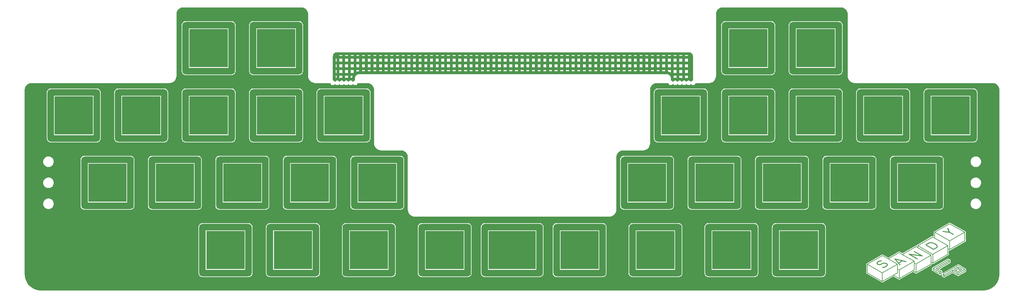
<source format=gtl>
G04 #@! TF.GenerationSoftware,KiCad,Pcbnew,8.0.5*
G04 #@! TF.CreationDate,2024-09-18T07:38:04+09:00*
G04 #@! TF.ProjectId,SandyLP_Plate_Base,53616e64-794c-4505-9f50-6c6174655f42,v.0*
G04 #@! TF.SameCoordinates,Original*
G04 #@! TF.FileFunction,Copper,L1,Top*
G04 #@! TF.FilePolarity,Positive*
%FSLAX46Y46*%
G04 Gerber Fmt 4.6, Leading zero omitted, Abs format (unit mm)*
G04 Created by KiCad (PCBNEW 8.0.5) date 2024-09-18 07:38:04*
%MOMM*%
%LPD*%
G01*
G04 APERTURE LIST*
G04 Aperture macros list*
%AMRoundRect*
0 Rectangle with rounded corners*
0 $1 Rounding radius*
0 $2 $3 $4 $5 $6 $7 $8 $9 X,Y pos of 4 corners*
0 Add a 4 corners polygon primitive as box body*
4,1,4,$2,$3,$4,$5,$6,$7,$8,$9,$2,$3,0*
0 Add four circle primitives for the rounded corners*
1,1,$1+$1,$2,$3*
1,1,$1+$1,$4,$5*
1,1,$1+$1,$6,$7*
1,1,$1+$1,$8,$9*
0 Add four rect primitives between the rounded corners*
20,1,$1+$1,$2,$3,$4,$5,0*
20,1,$1+$1,$4,$5,$6,$7,0*
20,1,$1+$1,$6,$7,$8,$9,0*
20,1,$1+$1,$8,$9,$2,$3,0*%
G04 Aperture macros list end*
G04 #@! TA.AperFunction,WasherPad*
%ADD10RoundRect,0.900000X0.000010X-6.500000X0.000010X6.500000X-0.000010X6.500000X-0.000010X-6.500000X0*%
G04 #@! TD*
G04 #@! TA.AperFunction,WasherPad*
%ADD11RoundRect,0.900000X-6.500000X-0.000010X6.500000X-0.000010X6.500000X0.000010X-6.500000X0.000010X0*%
G04 #@! TD*
G04 #@! TA.AperFunction,WasherPad*
%ADD12RoundRect,0.900000X7.750000X0.000010X-7.750000X0.000010X-7.750000X-0.000010X7.750000X-0.000010X0*%
G04 #@! TD*
G04 #@! TA.AperFunction,Conductor*
%ADD13C,0.160000*%
G04 #@! TD*
G04 #@! TA.AperFunction,Conductor*
%ADD14C,0.254000*%
G04 #@! TD*
G04 #@! TA.AperFunction,Conductor*
%ADD15C,0.320000*%
G04 #@! TD*
G04 APERTURE END LIST*
D10*
X58247345Y-84250320D03*
D11*
X64747345Y-77750320D03*
X64747345Y-90750320D03*
D10*
X71247345Y-84250320D03*
X67772345Y-65200320D03*
D11*
X74272345Y-58700320D03*
X74272345Y-71700320D03*
D10*
X80772345Y-65200320D03*
X248747345Y-84250320D03*
D11*
X255247345Y-77750320D03*
X255247345Y-90750320D03*
D10*
X261747345Y-84250320D03*
X48722345Y-65200320D03*
D11*
X55222345Y-58700320D03*
X55222345Y-71700320D03*
D10*
X61722345Y-65200320D03*
X220172345Y-46150320D03*
D11*
X226672345Y-39650320D03*
X226672345Y-52650320D03*
D10*
X233172345Y-46150320D03*
X86822345Y-65200320D03*
D11*
X93322345Y-58700320D03*
X93322345Y-71700320D03*
D10*
X99822345Y-65200320D03*
X67772345Y-46150320D03*
D11*
X74272345Y-39650320D03*
X74272345Y-52650320D03*
D10*
X80772345Y-46150320D03*
X201122345Y-65200320D03*
D11*
X207622345Y-58700320D03*
X207622345Y-71700320D03*
D10*
X214122345Y-65200320D03*
X91584845Y-103300320D03*
D11*
X98084845Y-96800320D03*
X98084845Y-109800320D03*
D10*
X104584845Y-103300320D03*
X277322345Y-65200320D03*
D11*
X283822345Y-58700320D03*
X283822345Y-71700320D03*
D10*
X290322345Y-65200320D03*
X258272345Y-65200320D03*
D11*
X264772345Y-58700320D03*
X264772345Y-71700320D03*
D10*
X271272345Y-65200320D03*
X86822345Y-46150320D03*
D11*
X93322345Y-39650320D03*
X93322345Y-52650320D03*
D10*
X99822345Y-46150320D03*
X239222345Y-46150320D03*
D11*
X245722345Y-39650320D03*
X245722345Y-52650320D03*
D10*
X252222345Y-46150320D03*
X193978595Y-103300320D03*
D11*
X200478595Y-96800320D03*
X200478595Y-109800320D03*
D10*
X206978595Y-103300320D03*
D12*
X159997345Y-109800320D03*
D10*
X152247345Y-103300320D03*
X167747345Y-103300320D03*
D12*
X159997345Y-96800320D03*
D10*
X115397345Y-84250320D03*
D11*
X121897345Y-77750320D03*
X121897345Y-90750320D03*
D10*
X128397345Y-84250320D03*
X267797345Y-84250320D03*
D11*
X274297345Y-77750320D03*
X274297345Y-90750320D03*
D10*
X280797345Y-84250320D03*
X210647345Y-84250320D03*
D11*
X217147345Y-77750320D03*
X217147345Y-90750320D03*
D10*
X223647345Y-84250320D03*
X39197345Y-84250320D03*
D11*
X45697345Y-77750320D03*
X45697345Y-90750320D03*
D10*
X52197345Y-84250320D03*
X220172345Y-65200320D03*
D11*
X226672345Y-58700320D03*
X226672345Y-71700320D03*
D10*
X233172345Y-65200320D03*
X229697345Y-84250320D03*
D11*
X236197345Y-77750320D03*
X236197345Y-90750320D03*
D10*
X242697345Y-84250320D03*
X113016095Y-103300320D03*
D11*
X119516095Y-96800320D03*
X119516095Y-109800320D03*
D10*
X126016095Y-103300320D03*
X72534845Y-103300320D03*
D11*
X79034845Y-96800320D03*
X79034845Y-109800320D03*
D10*
X85534845Y-103300320D03*
X29672345Y-65200320D03*
D11*
X36172345Y-58700320D03*
X36172345Y-71700320D03*
D10*
X42672345Y-65200320D03*
X134447345Y-103300320D03*
D11*
X140947345Y-96800320D03*
X140947345Y-109800320D03*
D10*
X147447345Y-103300320D03*
X234459845Y-103300320D03*
D11*
X240959845Y-96800320D03*
X240959845Y-109800320D03*
D10*
X247459845Y-103300320D03*
X239222345Y-65200320D03*
D11*
X245722345Y-58700320D03*
X245722345Y-71700320D03*
D10*
X252222345Y-65200320D03*
X96347345Y-84250320D03*
D11*
X102847345Y-77750320D03*
X102847345Y-90750320D03*
D10*
X109347345Y-84250320D03*
X172547345Y-103300320D03*
D11*
X179047345Y-96800320D03*
X179047345Y-109800320D03*
D10*
X185547345Y-103300320D03*
X191597345Y-84250320D03*
D11*
X198097345Y-77750320D03*
X198097345Y-90750320D03*
D10*
X204597345Y-84250320D03*
X77297345Y-84250320D03*
D11*
X83797345Y-77750320D03*
X83797345Y-90750320D03*
D10*
X90297345Y-84250320D03*
X105872345Y-65200320D03*
D11*
X112372345Y-58700320D03*
X112372345Y-71700320D03*
D10*
X118872345Y-65200320D03*
X215409845Y-103300320D03*
D11*
X221909845Y-96800320D03*
X221909845Y-109800320D03*
D10*
X228409845Y-103300320D03*
D13*
X284407345Y-109015945D02*
X285937345Y-109868445D01*
X264532345Y-112191570D02*
X264552345Y-112201570D01*
X269322345Y-111381570D02*
X267623360Y-110442585D01*
D14*
X277842345Y-101231570D02*
X278092345Y-101211570D01*
D13*
X280832345Y-109602195D02*
X278912345Y-108474695D01*
X274062345Y-107221570D02*
X273582345Y-106971570D01*
D14*
X277452345Y-101411570D02*
X277842345Y-101231570D01*
D13*
X278802345Y-106961570D02*
X278802345Y-104511570D01*
X274552345Y-102616674D02*
X274554793Y-102619122D01*
X269322345Y-108921570D02*
X269312345Y-108911570D01*
X278802345Y-104511570D02*
X283042345Y-102061570D01*
X278282345Y-107261570D02*
X274062345Y-109691570D01*
D14*
X265212345Y-108041570D02*
X264942345Y-108111570D01*
X279842345Y-102561570D02*
X279382345Y-102851570D01*
D13*
X287927345Y-109254695D02*
X285972345Y-110382195D01*
X284874845Y-108784070D02*
X285949845Y-109400320D01*
X285944845Y-108594070D02*
X286492345Y-108922195D01*
X285987345Y-107645945D02*
X287877345Y-108754695D01*
D14*
X271182345Y-106561570D02*
X271172345Y-106561570D01*
D13*
X278802345Y-99601570D02*
X279340255Y-99913660D01*
X281272345Y-109387195D02*
X281272345Y-109862195D01*
X279322345Y-99871570D02*
X279340255Y-99913660D01*
D14*
X279012345Y-103051570D02*
X276802345Y-101801570D01*
D13*
X281682345Y-110104695D02*
X281682345Y-110579695D01*
X283587345Y-103156570D02*
X283572345Y-103161570D01*
X273572345Y-108951570D02*
X273184246Y-109173471D01*
X266220417Y-105803498D02*
X264562345Y-104851570D01*
X283112345Y-106017195D02*
X283552345Y-106247195D01*
X283042345Y-104521570D02*
X278802345Y-106961570D01*
X285952345Y-107617195D02*
X281732345Y-110047195D01*
X273582345Y-108941570D02*
X273572345Y-108951570D01*
X283042345Y-102891570D02*
X283042345Y-104521570D01*
D14*
X272092345Y-104451570D02*
X274402345Y-105751570D01*
X275762345Y-104971570D02*
X272092345Y-104451570D01*
X263172345Y-106681570D02*
X263002345Y-106901570D01*
D13*
X284397345Y-109024695D02*
X282102345Y-110322195D01*
D14*
X269051041Y-106982874D02*
X269472345Y-107511570D01*
D13*
X268812345Y-107291570D02*
X268812345Y-108631570D01*
X278292345Y-107251570D02*
X278282345Y-107261570D01*
X267623360Y-110442585D02*
X264552345Y-112201570D01*
X268812345Y-109761570D02*
X267623360Y-110442585D01*
D14*
X279592345Y-101641570D02*
X279822345Y-101861570D01*
D13*
X278292345Y-104801570D02*
X278292345Y-106701570D01*
X287932345Y-108774695D02*
X287932345Y-109249695D01*
D14*
X271172345Y-106561570D02*
X270212345Y-106313135D01*
D13*
X274062345Y-102331570D02*
X274042345Y-102341570D01*
X274062345Y-107221570D02*
X278292345Y-104801570D01*
D14*
X281622345Y-97961570D02*
X283522345Y-98241570D01*
D13*
X281652345Y-110587195D02*
X282092345Y-110817195D01*
X264552345Y-109741570D02*
X260322345Y-107301570D01*
X273184246Y-109173471D02*
X269322345Y-111381570D01*
D15*
X283072345Y-97191570D02*
X283502345Y-98201570D01*
D13*
X264562345Y-104851570D02*
X260322345Y-107301570D01*
X287832345Y-98271570D02*
X287832345Y-100721570D01*
X264552345Y-109741570D02*
X268812345Y-107291570D01*
D14*
X270212345Y-106313135D02*
X268042345Y-105751570D01*
D13*
X279337345Y-98281570D02*
X283562345Y-95831570D01*
D14*
X263492345Y-107361570D02*
X263882345Y-107361570D01*
X279972345Y-102411570D02*
X279842345Y-102561570D01*
D13*
X274042345Y-102341570D02*
X270223091Y-104550824D01*
X274062345Y-109691570D02*
X273184246Y-109173471D01*
D14*
X265882345Y-107201570D02*
X265972345Y-107391570D01*
D13*
X280852345Y-109617195D02*
X280852345Y-110092195D01*
X281272345Y-109862195D02*
X280872345Y-110114695D01*
X285962345Y-108582195D02*
X285302345Y-108962195D01*
D14*
X279382345Y-102851570D02*
X279012345Y-103051570D01*
D13*
X287877345Y-108754695D02*
X285972345Y-109872195D01*
D14*
X264942345Y-108111570D02*
X264482345Y-108151570D01*
X278092345Y-101211570D02*
X278532345Y-101242529D01*
X264262345Y-106321570D02*
X263862345Y-106371570D01*
D13*
X269322345Y-111381570D02*
X269322345Y-108921570D01*
D14*
X280002345Y-102141570D02*
X279972345Y-102411570D01*
X265052345Y-106941570D02*
X265552345Y-107011570D01*
X263482345Y-106491570D02*
X263172345Y-106681570D01*
X265552345Y-107011570D02*
X265882345Y-107201570D01*
D13*
X278892345Y-108447195D02*
X283112345Y-106017195D01*
X281232345Y-109372195D02*
X280852345Y-109617195D01*
X283572345Y-103161570D02*
X283572345Y-100731570D01*
X269312345Y-108911570D02*
X268812345Y-108631570D01*
X274552345Y-102061570D02*
X274552345Y-102616674D01*
X278792345Y-99601570D02*
X278802345Y-99601570D01*
X287038595Y-108747820D02*
X285966095Y-109396570D01*
X278292345Y-106701570D02*
X278292345Y-107251570D01*
D14*
X263862345Y-106371570D02*
X263482345Y-106491570D01*
X264712345Y-106991570D02*
X265052345Y-106941570D01*
D13*
X285962345Y-108144695D02*
X285962345Y-108619695D01*
X285934845Y-108113445D02*
X284862345Y-108762195D01*
D14*
X265972345Y-107391570D02*
X265892345Y-107591570D01*
X263882345Y-107361570D02*
X264242345Y-107211570D01*
D13*
X278802345Y-106961570D02*
X278292345Y-106701570D01*
X279337345Y-98281570D02*
X279322345Y-99871570D01*
X268812345Y-107291570D02*
X266220417Y-105803498D01*
X264552345Y-112201570D02*
X264552345Y-109741570D01*
D14*
X263002345Y-106901570D02*
X263002345Y-107071570D01*
D13*
X260322345Y-109781570D02*
X264532345Y-112191570D01*
D14*
X268042345Y-105751570D02*
X269051041Y-106982874D01*
D13*
X282072345Y-110334695D02*
X282072345Y-110809695D01*
X283572345Y-100731570D02*
X287812345Y-98281570D01*
X283552345Y-106247195D02*
X283552345Y-106722195D01*
D14*
X273462345Y-103661570D02*
X275762345Y-104971570D01*
X269051041Y-106982874D02*
X270212345Y-106313135D01*
X265472345Y-107931570D02*
X265212345Y-108041570D01*
D13*
X284412345Y-109054695D02*
X284412345Y-109529695D01*
X283562345Y-95831570D02*
X283572345Y-95831570D01*
X283572345Y-95831570D02*
X287832345Y-98271570D01*
X283552345Y-106247195D02*
X279762345Y-108462195D01*
X274554793Y-102619122D02*
X274062345Y-102331570D01*
X273582345Y-106971570D02*
X273582345Y-108941570D01*
X285967345Y-108125945D02*
X287042345Y-108742195D01*
X283572345Y-106742195D02*
X280272345Y-108652195D01*
D14*
X277302345Y-101491570D02*
X277452345Y-101411570D01*
D13*
X279762345Y-108487195D02*
X281232345Y-109372195D01*
X270223091Y-104550824D02*
X269322345Y-104031570D01*
X269322345Y-104031570D02*
X266220417Y-105803498D01*
X281682345Y-110104695D02*
X282112345Y-110327195D01*
X283572345Y-103161570D02*
X283042345Y-102891570D01*
X283572345Y-100731570D02*
X283587345Y-100731570D01*
X280832345Y-110102195D02*
X278882345Y-108974695D01*
D14*
X276802345Y-101801570D02*
X277302345Y-101491570D01*
D13*
X274552345Y-102061570D02*
X278792345Y-99601570D01*
D14*
X265802345Y-107701570D02*
X265472345Y-107931570D01*
D13*
X284422345Y-109527195D02*
X285952345Y-110379695D01*
X287832345Y-100721570D02*
X283587345Y-103156570D01*
X278872345Y-108487195D02*
X278872345Y-108962195D01*
X270223091Y-104550824D02*
X273572345Y-106481570D01*
D14*
X279822345Y-101851570D02*
X280002345Y-102141570D01*
D13*
X274062345Y-109691570D02*
X274062345Y-107221570D01*
X284387345Y-109504695D02*
X282122345Y-110802195D01*
D14*
X279062345Y-101371570D02*
X279592345Y-101641570D01*
X263212345Y-107271570D02*
X263492345Y-107361570D01*
D13*
X273572345Y-106481570D02*
X273582345Y-106481570D01*
X279340255Y-99913660D02*
X283042345Y-102061570D01*
D14*
X283502345Y-98201570D02*
X283522345Y-98241570D01*
X278532345Y-101242529D02*
X279062345Y-101371570D01*
D13*
X278782345Y-104501570D02*
X274552345Y-102061570D01*
D14*
X283522345Y-98241570D02*
X284592345Y-98841570D01*
D13*
X283552345Y-106722195D02*
X283572345Y-106742195D01*
X260322345Y-107301570D02*
X260322345Y-109781570D01*
D14*
X264242345Y-107211570D02*
X264712345Y-106991570D01*
D13*
X274554793Y-102619122D02*
X278292345Y-104801570D01*
X283042345Y-102061570D02*
X283042345Y-102891570D01*
D14*
X263002345Y-107071570D02*
X263212345Y-107271570D01*
D13*
X273582345Y-106481570D02*
X273582345Y-106971570D01*
D14*
X265892345Y-107591570D02*
X265802345Y-107701570D01*
D13*
X268812345Y-108631570D02*
X268812345Y-109761570D01*
X283587345Y-100731570D02*
X279337345Y-98281570D01*
X278802345Y-104511570D02*
X278782345Y-104501570D01*
X269322345Y-108921570D02*
X273572345Y-106481570D01*
X285952345Y-109904695D02*
X285952345Y-110379695D01*
G04 #@! TA.AperFunction,NonConductor*
G36*
X210572862Y-55642900D02*
G01*
X210524812Y-55680780D01*
X210463673Y-55683182D01*
X210412800Y-55649189D01*
X210408230Y-55642900D01*
X210374904Y-55593025D01*
X210606538Y-55592498D01*
X210572862Y-55642900D01*
G37*
G04 #@! TD.AperFunction*
G04 #@! TA.AperFunction,NonConductor*
G36*
X209302862Y-55642900D02*
G01*
X209254812Y-55680780D01*
X209193673Y-55683182D01*
X209142800Y-55649189D01*
X209138230Y-55642900D01*
X209106829Y-55595905D01*
X209334607Y-55595388D01*
X209302862Y-55642900D01*
G37*
G04 #@! TD.AperFunction*
G04 #@! TA.AperFunction,NonConductor*
G36*
X208032862Y-55642900D02*
G01*
X207984812Y-55680780D01*
X207923673Y-55683182D01*
X207872800Y-55649189D01*
X207868230Y-55642900D01*
X207838754Y-55598786D01*
X208062676Y-55598277D01*
X208032862Y-55642900D01*
G37*
G04 #@! TD.AperFunction*
G04 #@! TA.AperFunction,NonConductor*
G36*
X206762862Y-55642900D02*
G01*
X206714812Y-55680780D01*
X206653673Y-55683182D01*
X206602800Y-55649189D01*
X206598230Y-55642900D01*
X206570679Y-55601667D01*
X206790746Y-55601167D01*
X206762862Y-55642900D01*
G37*
G04 #@! TD.AperFunction*
G04 #@! TA.AperFunction,NonConductor*
G36*
X205492862Y-55642900D02*
G01*
X205444812Y-55680780D01*
X205383673Y-55683182D01*
X205332800Y-55649189D01*
X205328230Y-55642900D01*
X205302604Y-55604548D01*
X205518815Y-55604057D01*
X205492862Y-55642900D01*
G37*
G04 #@! TD.AperFunction*
G04 #@! TA.AperFunction,NonConductor*
G36*
X100450582Y-34619741D02*
G01*
X100692075Y-34635564D01*
X100704895Y-34637251D01*
X100939080Y-34683829D01*
X100951586Y-34687181D01*
X101177675Y-34763926D01*
X101189637Y-34768881D01*
X101189722Y-34768923D01*
X101403767Y-34874478D01*
X101414983Y-34880953D01*
X101415049Y-34880997D01*
X101613512Y-35013608D01*
X101623772Y-35021481D01*
X101796137Y-35172645D01*
X101803280Y-35178909D01*
X101812436Y-35188065D01*
X101969861Y-35367583D01*
X101977737Y-35377848D01*
X101984846Y-35388487D01*
X102110381Y-35576376D01*
X102116854Y-35587590D01*
X102134860Y-35624105D01*
X102222445Y-35801726D01*
X102227401Y-35813691D01*
X102304137Y-36039785D01*
X102307488Y-36052294D01*
X102354056Y-36286469D01*
X102355745Y-36299309D01*
X102371632Y-36541935D01*
X102371844Y-36548406D01*
X102371843Y-36588240D01*
X102371845Y-36588249D01*
X102371845Y-53934246D01*
X102371819Y-53934322D01*
X102371819Y-54111318D01*
X102407329Y-54381062D01*
X102477747Y-54643867D01*
X102581860Y-54895222D01*
X102581862Y-54895226D01*
X102581864Y-54895230D01*
X102717901Y-55130853D01*
X102805779Y-55245377D01*
X102883530Y-55346703D01*
X103075919Y-55539089D01*
X103130615Y-55581058D01*
X103291769Y-55704713D01*
X103291776Y-55704717D01*
X103291775Y-55704717D01*
X103527384Y-55840742D01*
X103527393Y-55840747D01*
X103778758Y-55944862D01*
X103778762Y-55944863D01*
X104041558Y-56015274D01*
X104041562Y-56015275D01*
X104077070Y-56019948D01*
X104311310Y-56050783D01*
X104447347Y-56050780D01*
X104447577Y-56050779D01*
X108599293Y-56050777D01*
X108657484Y-56069684D01*
X108693448Y-56119184D01*
X108696390Y-56130460D01*
X108702899Y-56163180D01*
X108702901Y-56163187D01*
X108751460Y-56280420D01*
X108770302Y-56308620D01*
X108821962Y-56385934D01*
X108911691Y-56475663D01*
X109017202Y-56546163D01*
X109134439Y-56594724D01*
X109258897Y-56619480D01*
X109258898Y-56619480D01*
X109385792Y-56619480D01*
X109385793Y-56619480D01*
X109510251Y-56594724D01*
X109627488Y-56546163D01*
X109732999Y-56475663D01*
X109822728Y-56385934D01*
X109875030Y-56307658D01*
X109923079Y-56269779D01*
X109984217Y-56267377D01*
X110035091Y-56301369D01*
X110039654Y-56307649D01*
X110091962Y-56385934D01*
X110181691Y-56475663D01*
X110287202Y-56546163D01*
X110404439Y-56594724D01*
X110528897Y-56619480D01*
X110528898Y-56619480D01*
X110655792Y-56619480D01*
X110655793Y-56619480D01*
X110780251Y-56594724D01*
X110897488Y-56546163D01*
X111002999Y-56475663D01*
X111092728Y-56385934D01*
X111145030Y-56307658D01*
X111193079Y-56269779D01*
X111254217Y-56267377D01*
X111305091Y-56301369D01*
X111309654Y-56307649D01*
X111361962Y-56385934D01*
X111451691Y-56475663D01*
X111557202Y-56546163D01*
X111674439Y-56594724D01*
X111798897Y-56619480D01*
X111798898Y-56619480D01*
X111925792Y-56619480D01*
X111925793Y-56619480D01*
X112050251Y-56594724D01*
X112167488Y-56546163D01*
X112272999Y-56475663D01*
X112362728Y-56385934D01*
X112415030Y-56307658D01*
X112463079Y-56269779D01*
X112524217Y-56267377D01*
X112575091Y-56301369D01*
X112579654Y-56307649D01*
X112631962Y-56385934D01*
X112721691Y-56475663D01*
X112827202Y-56546163D01*
X112944439Y-56594724D01*
X113068897Y-56619480D01*
X113068898Y-56619480D01*
X113195792Y-56619480D01*
X113195793Y-56619480D01*
X113320251Y-56594724D01*
X113437488Y-56546163D01*
X113542999Y-56475663D01*
X113632728Y-56385934D01*
X113685030Y-56307658D01*
X113733079Y-56269779D01*
X113794217Y-56267377D01*
X113845091Y-56301369D01*
X113849654Y-56307649D01*
X113901962Y-56385934D01*
X113991691Y-56475663D01*
X114097202Y-56546163D01*
X114214439Y-56594724D01*
X114338897Y-56619480D01*
X114338898Y-56619480D01*
X114465792Y-56619480D01*
X114465793Y-56619480D01*
X114590251Y-56594724D01*
X114707488Y-56546163D01*
X114812999Y-56475663D01*
X114902728Y-56385934D01*
X114955030Y-56307658D01*
X115003079Y-56269779D01*
X115064217Y-56267377D01*
X115115091Y-56301369D01*
X115119654Y-56307649D01*
X115171962Y-56385934D01*
X115261691Y-56475663D01*
X115367202Y-56546163D01*
X115484439Y-56594724D01*
X115608897Y-56619480D01*
X115608898Y-56619480D01*
X115735792Y-56619480D01*
X115735793Y-56619480D01*
X115860251Y-56594724D01*
X115977488Y-56546163D01*
X116082999Y-56475663D01*
X116172728Y-56385934D01*
X116243228Y-56280423D01*
X116291789Y-56163186D01*
X116298297Y-56130466D01*
X116328193Y-56077082D01*
X116383758Y-56051466D01*
X116395395Y-56050780D01*
X119065977Y-56050780D01*
X119072452Y-56050991D01*
X119313943Y-56066822D01*
X119326774Y-56068511D01*
X119560959Y-56115095D01*
X119573452Y-56118443D01*
X119799557Y-56195196D01*
X119811504Y-56200145D01*
X120025656Y-56305754D01*
X120036851Y-56312218D01*
X120235390Y-56444879D01*
X120245647Y-56452750D01*
X120407538Y-56594724D01*
X120425162Y-56610180D01*
X120434315Y-56619333D01*
X120591747Y-56798849D01*
X120599622Y-56809112D01*
X120732278Y-57007643D01*
X120738747Y-57018848D01*
X120844350Y-57232987D01*
X120849306Y-57244951D01*
X120926053Y-57471037D01*
X120929405Y-57483546D01*
X120975987Y-57717723D01*
X120977677Y-57730561D01*
X120993508Y-57972045D01*
X120993720Y-57978521D01*
X120993720Y-73025280D01*
X120993719Y-73161313D01*
X120993719Y-73161317D01*
X121029228Y-73431056D01*
X121029230Y-73431062D01*
X121099646Y-73693863D01*
X121099649Y-73693874D01*
X121203758Y-73945218D01*
X121203760Y-73945221D01*
X121203761Y-73945223D01*
X121339796Y-74180845D01*
X121339798Y-74180847D01*
X121339800Y-74180851D01*
X121488372Y-74374474D01*
X121505422Y-74396694D01*
X121697806Y-74589078D01*
X121697809Y-74589080D01*
X121913645Y-74754697D01*
X121913655Y-74754704D01*
X122149277Y-74890739D01*
X122149278Y-74890739D01*
X122149281Y-74890741D01*
X122400625Y-74994850D01*
X122400630Y-74994851D01*
X122400639Y-74994855D01*
X122663441Y-75065271D01*
X122933185Y-75100781D01*
X123069221Y-75100780D01*
X128590977Y-75100780D01*
X128597452Y-75100991D01*
X128838943Y-75116822D01*
X128851774Y-75118511D01*
X129085959Y-75165095D01*
X129098452Y-75168443D01*
X129324557Y-75245196D01*
X129336504Y-75250145D01*
X129550656Y-75355754D01*
X129561851Y-75362218D01*
X129760390Y-75494879D01*
X129770647Y-75502750D01*
X129942971Y-75653874D01*
X129950162Y-75660180D01*
X129959315Y-75669333D01*
X130116747Y-75848849D01*
X130124622Y-75859112D01*
X130257278Y-76057643D01*
X130263747Y-76068848D01*
X130369350Y-76282987D01*
X130374306Y-76294951D01*
X130451053Y-76521037D01*
X130454405Y-76533546D01*
X130500987Y-76767723D01*
X130502677Y-76780561D01*
X130518508Y-77022045D01*
X130518720Y-77028521D01*
X130518720Y-91799771D01*
X130518780Y-91800381D01*
X130518780Y-91911352D01*
X130533943Y-92026514D01*
X130554295Y-92181090D01*
X130624709Y-92443877D01*
X130624713Y-92443890D01*
X130728821Y-92695232D01*
X130728823Y-92695236D01*
X130728825Y-92695240D01*
X130728830Y-92695248D01*
X130864857Y-92930857D01*
X131030470Y-93146694D01*
X131030472Y-93146696D01*
X131030476Y-93146701D01*
X131222852Y-93339083D01*
X131438689Y-93504708D01*
X131438695Y-93504712D01*
X131674303Y-93640748D01*
X131747926Y-93671245D01*
X131925656Y-93744869D01*
X132155390Y-93806433D01*
X132188441Y-93815291D01*
X132188442Y-93815291D01*
X132188449Y-93815293D01*
X132458185Y-93850814D01*
X132567675Y-93850818D01*
X132567686Y-93850820D01*
X132594217Y-93850820D01*
X132618748Y-93850821D01*
X132618748Y-93850820D01*
X132638431Y-93850821D01*
X132638442Y-93850820D01*
X187375039Y-93850820D01*
X187375540Y-93850770D01*
X187486503Y-93850772D01*
X187756244Y-93815264D01*
X188019042Y-93744851D01*
X188270401Y-93640739D01*
X188506021Y-93504708D01*
X188621415Y-93416165D01*
X188721867Y-93339088D01*
X188758856Y-93302100D01*
X188914252Y-93146708D01*
X189079879Y-92930864D01*
X189215916Y-92695248D01*
X189320034Y-92443891D01*
X189390454Y-92181095D01*
X189425968Y-91911355D01*
X189425970Y-91775321D01*
X189425970Y-91750789D01*
X189425970Y-77666053D01*
X190493645Y-77666053D01*
X190493645Y-90834586D01*
X190496466Y-90881947D01*
X190496467Y-90881956D01*
X190541268Y-91087902D01*
X190541270Y-91087907D01*
X190541271Y-91087910D01*
X190624245Y-91281673D01*
X190742389Y-91456231D01*
X190891434Y-91605276D01*
X191065992Y-91723420D01*
X191259755Y-91806394D01*
X191259759Y-91806395D01*
X191259762Y-91806396D01*
X191465708Y-91851197D01*
X191465711Y-91851197D01*
X191465719Y-91851199D01*
X191513075Y-91854020D01*
X191513088Y-91854020D01*
X204681602Y-91854020D01*
X204681615Y-91854020D01*
X204728971Y-91851199D01*
X204728979Y-91851197D01*
X204728981Y-91851197D01*
X204934927Y-91806396D01*
X204934928Y-91806395D01*
X204934935Y-91806394D01*
X205128698Y-91723420D01*
X205303256Y-91605276D01*
X205452301Y-91456231D01*
X205570445Y-91281673D01*
X205653419Y-91087910D01*
X205698224Y-90881946D01*
X205701045Y-90834590D01*
X205701045Y-77666053D01*
X209543645Y-77666053D01*
X209543645Y-90834586D01*
X209546466Y-90881947D01*
X209546467Y-90881956D01*
X209591268Y-91087902D01*
X209591270Y-91087907D01*
X209591271Y-91087910D01*
X209674245Y-91281673D01*
X209792389Y-91456231D01*
X209941434Y-91605276D01*
X210115992Y-91723420D01*
X210309755Y-91806394D01*
X210309759Y-91806395D01*
X210309762Y-91806396D01*
X210515708Y-91851197D01*
X210515711Y-91851197D01*
X210515719Y-91851199D01*
X210563075Y-91854020D01*
X210563088Y-91854020D01*
X223731602Y-91854020D01*
X223731615Y-91854020D01*
X223778971Y-91851199D01*
X223778979Y-91851197D01*
X223778981Y-91851197D01*
X223984927Y-91806396D01*
X223984928Y-91806395D01*
X223984935Y-91806394D01*
X224178698Y-91723420D01*
X224353256Y-91605276D01*
X224502301Y-91456231D01*
X224620445Y-91281673D01*
X224703419Y-91087910D01*
X224748224Y-90881946D01*
X224751045Y-90834590D01*
X224751045Y-77666053D01*
X228593645Y-77666053D01*
X228593645Y-90834586D01*
X228596466Y-90881947D01*
X228596467Y-90881956D01*
X228641268Y-91087902D01*
X228641270Y-91087907D01*
X228641271Y-91087910D01*
X228724245Y-91281673D01*
X228842389Y-91456231D01*
X228991434Y-91605276D01*
X229165992Y-91723420D01*
X229359755Y-91806394D01*
X229359759Y-91806395D01*
X229359762Y-91806396D01*
X229565708Y-91851197D01*
X229565711Y-91851197D01*
X229565719Y-91851199D01*
X229613075Y-91854020D01*
X229613088Y-91854020D01*
X242781602Y-91854020D01*
X242781615Y-91854020D01*
X242828971Y-91851199D01*
X242828979Y-91851197D01*
X242828981Y-91851197D01*
X243034927Y-91806396D01*
X243034928Y-91806395D01*
X243034935Y-91806394D01*
X243228698Y-91723420D01*
X243403256Y-91605276D01*
X243552301Y-91456231D01*
X243670445Y-91281673D01*
X243753419Y-91087910D01*
X243798224Y-90881946D01*
X243801045Y-90834590D01*
X243801045Y-77666053D01*
X247643645Y-77666053D01*
X247643645Y-90834586D01*
X247646466Y-90881947D01*
X247646467Y-90881956D01*
X247691268Y-91087902D01*
X247691270Y-91087907D01*
X247691271Y-91087910D01*
X247774245Y-91281673D01*
X247892389Y-91456231D01*
X248041434Y-91605276D01*
X248215992Y-91723420D01*
X248409755Y-91806394D01*
X248409759Y-91806395D01*
X248409762Y-91806396D01*
X248615708Y-91851197D01*
X248615711Y-91851197D01*
X248615719Y-91851199D01*
X248663075Y-91854020D01*
X248663088Y-91854020D01*
X261831602Y-91854020D01*
X261831615Y-91854020D01*
X261878971Y-91851199D01*
X261878979Y-91851197D01*
X261878981Y-91851197D01*
X262084927Y-91806396D01*
X262084928Y-91806395D01*
X262084935Y-91806394D01*
X262278698Y-91723420D01*
X262453256Y-91605276D01*
X262602301Y-91456231D01*
X262720445Y-91281673D01*
X262803419Y-91087910D01*
X262848224Y-90881946D01*
X262851045Y-90834590D01*
X262851045Y-77666053D01*
X266693645Y-77666053D01*
X266693645Y-90834586D01*
X266696466Y-90881947D01*
X266696467Y-90881956D01*
X266741268Y-91087902D01*
X266741270Y-91087907D01*
X266741271Y-91087910D01*
X266824245Y-91281673D01*
X266942389Y-91456231D01*
X267091434Y-91605276D01*
X267265992Y-91723420D01*
X267459755Y-91806394D01*
X267459759Y-91806395D01*
X267459762Y-91806396D01*
X267665708Y-91851197D01*
X267665711Y-91851197D01*
X267665719Y-91851199D01*
X267713075Y-91854020D01*
X267713088Y-91854020D01*
X280881602Y-91854020D01*
X280881615Y-91854020D01*
X280928971Y-91851199D01*
X280928979Y-91851197D01*
X280928981Y-91851197D01*
X281134927Y-91806396D01*
X281134928Y-91806395D01*
X281134935Y-91806394D01*
X281328698Y-91723420D01*
X281503256Y-91605276D01*
X281652301Y-91456231D01*
X281770445Y-91281673D01*
X281853419Y-91087910D01*
X281898224Y-90881946D01*
X281901045Y-90834590D01*
X281901045Y-90203506D01*
X289466325Y-90203506D01*
X289486782Y-90450396D01*
X289486783Y-90450398D01*
X289547599Y-90690555D01*
X289593260Y-90794652D01*
X289647111Y-90917422D01*
X289647113Y-90917425D01*
X289647114Y-90917427D01*
X289782614Y-91124825D01*
X289950403Y-91307092D01*
X289950406Y-91307094D01*
X290142012Y-91456228D01*
X290142016Y-91456231D01*
X290145903Y-91459256D01*
X290363782Y-91577166D01*
X290598097Y-91657606D01*
X290842456Y-91698383D01*
X291090194Y-91698383D01*
X291334553Y-91657606D01*
X291568868Y-91577166D01*
X291786747Y-91459256D01*
X291982247Y-91307092D01*
X292150036Y-91124825D01*
X292285536Y-90917427D01*
X292385051Y-90690555D01*
X292445867Y-90450398D01*
X292466325Y-90203506D01*
X292445867Y-89956614D01*
X292385051Y-89716457D01*
X292285536Y-89489585D01*
X292150036Y-89282187D01*
X291982247Y-89099920D01*
X291786747Y-88947756D01*
X291568871Y-88829847D01*
X291551492Y-88823880D01*
X291334553Y-88749406D01*
X291334550Y-88749405D01*
X291334549Y-88749405D01*
X291090194Y-88708629D01*
X290842456Y-88708629D01*
X290598100Y-88749405D01*
X290363778Y-88829847D01*
X290145902Y-88947756D01*
X290145899Y-88947758D01*
X289950406Y-89099917D01*
X289950400Y-89099922D01*
X289782616Y-89282184D01*
X289647111Y-89489589D01*
X289580357Y-89641775D01*
X289547599Y-89716457D01*
X289517191Y-89836535D01*
X289486782Y-89956615D01*
X289466325Y-90203506D01*
X281901045Y-90203506D01*
X281901045Y-84250376D01*
X289466325Y-84250376D01*
X289486782Y-84497266D01*
X289486783Y-84497268D01*
X289547599Y-84737425D01*
X289593260Y-84841522D01*
X289647111Y-84964292D01*
X289647113Y-84964295D01*
X289647114Y-84964297D01*
X289782614Y-85171695D01*
X289950403Y-85353962D01*
X290145903Y-85506126D01*
X290363782Y-85624036D01*
X290598097Y-85704476D01*
X290842456Y-85745253D01*
X291090194Y-85745253D01*
X291334553Y-85704476D01*
X291568868Y-85624036D01*
X291786747Y-85506126D01*
X291982247Y-85353962D01*
X292150036Y-85171695D01*
X292285536Y-84964297D01*
X292385051Y-84737425D01*
X292445867Y-84497268D01*
X292466325Y-84250376D01*
X292445867Y-84003484D01*
X292385051Y-83763327D01*
X292285536Y-83536455D01*
X292150036Y-83329057D01*
X291982247Y-83146790D01*
X291786747Y-82994626D01*
X291568871Y-82876717D01*
X291551492Y-82870750D01*
X291334553Y-82796276D01*
X291334550Y-82796275D01*
X291334549Y-82796275D01*
X291090194Y-82755499D01*
X290842456Y-82755499D01*
X290598100Y-82796275D01*
X290363778Y-82876717D01*
X290145902Y-82994626D01*
X290145899Y-82994628D01*
X289950406Y-83146787D01*
X289950400Y-83146792D01*
X289782616Y-83329054D01*
X289647111Y-83536459D01*
X289563983Y-83725974D01*
X289547599Y-83763327D01*
X289517191Y-83883405D01*
X289486782Y-84003485D01*
X289466325Y-84250376D01*
X281901045Y-84250376D01*
X281901045Y-78297246D01*
X289466325Y-78297246D01*
X289486782Y-78544136D01*
X289486783Y-78544138D01*
X289547599Y-78784295D01*
X289593260Y-78888392D01*
X289647111Y-79011162D01*
X289647113Y-79011165D01*
X289647114Y-79011167D01*
X289782614Y-79218565D01*
X289950403Y-79400832D01*
X290145903Y-79552996D01*
X290363782Y-79670906D01*
X290598097Y-79751346D01*
X290842456Y-79792123D01*
X291090194Y-79792123D01*
X291334553Y-79751346D01*
X291568868Y-79670906D01*
X291786747Y-79552996D01*
X291982247Y-79400832D01*
X292150036Y-79218565D01*
X292285536Y-79011167D01*
X292385051Y-78784295D01*
X292445867Y-78544138D01*
X292466325Y-78297246D01*
X292445867Y-78050354D01*
X292385051Y-77810197D01*
X292285536Y-77583325D01*
X292150036Y-77375927D01*
X291982247Y-77193660D01*
X291932825Y-77155193D01*
X291786750Y-77041498D01*
X291786747Y-77041496D01*
X291568871Y-76923587D01*
X291551492Y-76917620D01*
X291334553Y-76843146D01*
X291334550Y-76843145D01*
X291334549Y-76843145D01*
X291090194Y-76802369D01*
X290842456Y-76802369D01*
X290598100Y-76843145D01*
X290363778Y-76923587D01*
X290145902Y-77041496D01*
X290145899Y-77041498D01*
X289950406Y-77193657D01*
X289950400Y-77193662D01*
X289782616Y-77375924D01*
X289647111Y-77583329D01*
X289563983Y-77772844D01*
X289547599Y-77810197D01*
X289517191Y-77930275D01*
X289486782Y-78050355D01*
X289466325Y-78297246D01*
X281901045Y-78297246D01*
X281901045Y-77666050D01*
X281898224Y-77618694D01*
X281853419Y-77412730D01*
X281770445Y-77218967D01*
X281652301Y-77044409D01*
X281503256Y-76895364D01*
X281426104Y-76843146D01*
X281328700Y-76777221D01*
X281328698Y-76777220D01*
X281134935Y-76694246D01*
X281134932Y-76694245D01*
X281134927Y-76694243D01*
X280928981Y-76649442D01*
X280928972Y-76649441D01*
X280919499Y-76648876D01*
X280881615Y-76646620D01*
X267881615Y-76646620D01*
X267713075Y-76646620D01*
X267684661Y-76648312D01*
X267665717Y-76649441D01*
X267665708Y-76649442D01*
X267459762Y-76694243D01*
X267459755Y-76694246D01*
X267265989Y-76777221D01*
X267091436Y-76895362D01*
X266942387Y-77044411D01*
X266824246Y-77218964D01*
X266741271Y-77412730D01*
X266741268Y-77412737D01*
X266696467Y-77618683D01*
X266696466Y-77618692D01*
X266693645Y-77666053D01*
X262851045Y-77666053D01*
X262851045Y-77666050D01*
X262848224Y-77618694D01*
X262803419Y-77412730D01*
X262720445Y-77218967D01*
X262602301Y-77044409D01*
X262453256Y-76895364D01*
X262376104Y-76843146D01*
X262278700Y-76777221D01*
X262278698Y-76777220D01*
X262084935Y-76694246D01*
X262084932Y-76694245D01*
X262084927Y-76694243D01*
X261878981Y-76649442D01*
X261878972Y-76649441D01*
X261869499Y-76648876D01*
X261831615Y-76646620D01*
X248831615Y-76646620D01*
X248663075Y-76646620D01*
X248634661Y-76648312D01*
X248615717Y-76649441D01*
X248615708Y-76649442D01*
X248409762Y-76694243D01*
X248409755Y-76694246D01*
X248215989Y-76777221D01*
X248041436Y-76895362D01*
X247892387Y-77044411D01*
X247774246Y-77218964D01*
X247691271Y-77412730D01*
X247691268Y-77412737D01*
X247646467Y-77618683D01*
X247646466Y-77618692D01*
X247643645Y-77666053D01*
X243801045Y-77666053D01*
X243801045Y-77666050D01*
X243798224Y-77618694D01*
X243753419Y-77412730D01*
X243670445Y-77218967D01*
X243552301Y-77044409D01*
X243403256Y-76895364D01*
X243326104Y-76843146D01*
X243228700Y-76777221D01*
X243228698Y-76777220D01*
X243034935Y-76694246D01*
X243034932Y-76694245D01*
X243034927Y-76694243D01*
X242828981Y-76649442D01*
X242828972Y-76649441D01*
X242819499Y-76648876D01*
X242781615Y-76646620D01*
X229781615Y-76646620D01*
X229613075Y-76646620D01*
X229584661Y-76648312D01*
X229565717Y-76649441D01*
X229565708Y-76649442D01*
X229359762Y-76694243D01*
X229359755Y-76694246D01*
X229165989Y-76777221D01*
X228991436Y-76895362D01*
X228842387Y-77044411D01*
X228724246Y-77218964D01*
X228641271Y-77412730D01*
X228641268Y-77412737D01*
X228596467Y-77618683D01*
X228596466Y-77618692D01*
X228593645Y-77666053D01*
X224751045Y-77666053D01*
X224751045Y-77666050D01*
X224748224Y-77618694D01*
X224703419Y-77412730D01*
X224620445Y-77218967D01*
X224502301Y-77044409D01*
X224353256Y-76895364D01*
X224276104Y-76843146D01*
X224178700Y-76777221D01*
X224178698Y-76777220D01*
X223984935Y-76694246D01*
X223984932Y-76694245D01*
X223984927Y-76694243D01*
X223778981Y-76649442D01*
X223778972Y-76649441D01*
X223769499Y-76648876D01*
X223731615Y-76646620D01*
X210731615Y-76646620D01*
X210563075Y-76646620D01*
X210534661Y-76648312D01*
X210515717Y-76649441D01*
X210515708Y-76649442D01*
X210309762Y-76694243D01*
X210309755Y-76694246D01*
X210115989Y-76777221D01*
X209941436Y-76895362D01*
X209792387Y-77044411D01*
X209674246Y-77218964D01*
X209591271Y-77412730D01*
X209591268Y-77412737D01*
X209546467Y-77618683D01*
X209546466Y-77618692D01*
X209543645Y-77666053D01*
X205701045Y-77666053D01*
X205701045Y-77666050D01*
X205698224Y-77618694D01*
X205653419Y-77412730D01*
X205570445Y-77218967D01*
X205452301Y-77044409D01*
X205303256Y-76895364D01*
X205226104Y-76843146D01*
X205128700Y-76777221D01*
X205128698Y-76777220D01*
X204934935Y-76694246D01*
X204934932Y-76694245D01*
X204934927Y-76694243D01*
X204728981Y-76649442D01*
X204728972Y-76649441D01*
X204719499Y-76648876D01*
X204681615Y-76646620D01*
X191681615Y-76646620D01*
X191513075Y-76646620D01*
X191484661Y-76648312D01*
X191465717Y-76649441D01*
X191465708Y-76649442D01*
X191259762Y-76694243D01*
X191259755Y-76694246D01*
X191065989Y-76777221D01*
X190891436Y-76895362D01*
X190742387Y-77044411D01*
X190624246Y-77218964D01*
X190541271Y-77412730D01*
X190541268Y-77412737D01*
X190496467Y-77618683D01*
X190496466Y-77618692D01*
X190493645Y-77666053D01*
X189425970Y-77666053D01*
X189425970Y-77028521D01*
X189426182Y-77022045D01*
X189434486Y-76895364D01*
X189442012Y-76780553D01*
X189443702Y-76767722D01*
X189458318Y-76694246D01*
X189490286Y-76533535D01*
X189493632Y-76521049D01*
X189570388Y-76294936D01*
X189575333Y-76283000D01*
X189680941Y-76068848D01*
X189687413Y-76057639D01*
X189687414Y-76057638D01*
X189820072Y-75859101D01*
X189827937Y-75848851D01*
X189985378Y-75669323D01*
X189994509Y-75660191D01*
X190174055Y-75502733D01*
X190184290Y-75494879D01*
X190382838Y-75362213D01*
X190394034Y-75355749D01*
X190608189Y-75250138D01*
X190620130Y-75245191D01*
X190846230Y-75168437D01*
X190858734Y-75165086D01*
X191092918Y-75118502D01*
X191105747Y-75116813D01*
X191347084Y-75100991D01*
X191353560Y-75100780D01*
X196900628Y-75100780D01*
X196900721Y-75100770D01*
X197011505Y-75100772D01*
X197281249Y-75065263D01*
X197544050Y-74994848D01*
X197544056Y-74994845D01*
X197544063Y-74994843D01*
X197623762Y-74961830D01*
X197795412Y-74890733D01*
X198031034Y-74754699D01*
X198246883Y-74589074D01*
X198439267Y-74396691D01*
X198604893Y-74180842D01*
X198740929Y-73945221D01*
X198845045Y-73693860D01*
X198915461Y-73431059D01*
X198950971Y-73161315D01*
X198950970Y-73025279D01*
X198950970Y-58616053D01*
X200018645Y-58616053D01*
X200018645Y-71784586D01*
X200021466Y-71831947D01*
X200021467Y-71831956D01*
X200066268Y-72037902D01*
X200066270Y-72037907D01*
X200066271Y-72037910D01*
X200149245Y-72231673D01*
X200267389Y-72406231D01*
X200416434Y-72555276D01*
X200590992Y-72673420D01*
X200784755Y-72756394D01*
X200784759Y-72756395D01*
X200784762Y-72756396D01*
X200990708Y-72801197D01*
X200990711Y-72801197D01*
X200990719Y-72801199D01*
X201038075Y-72804020D01*
X201038088Y-72804020D01*
X214206602Y-72804020D01*
X214206615Y-72804020D01*
X214253971Y-72801199D01*
X214253979Y-72801197D01*
X214253981Y-72801197D01*
X214459927Y-72756396D01*
X214459928Y-72756395D01*
X214459935Y-72756394D01*
X214653698Y-72673420D01*
X214828256Y-72555276D01*
X214977301Y-72406231D01*
X215095445Y-72231673D01*
X215178419Y-72037910D01*
X215223224Y-71831946D01*
X215226045Y-71784590D01*
X215226045Y-58616053D01*
X219068645Y-58616053D01*
X219068645Y-71784586D01*
X219071466Y-71831947D01*
X219071467Y-71831956D01*
X219116268Y-72037902D01*
X219116270Y-72037907D01*
X219116271Y-72037910D01*
X219199245Y-72231673D01*
X219317389Y-72406231D01*
X219466434Y-72555276D01*
X219640992Y-72673420D01*
X219834755Y-72756394D01*
X219834759Y-72756395D01*
X219834762Y-72756396D01*
X220040708Y-72801197D01*
X220040711Y-72801197D01*
X220040719Y-72801199D01*
X220088075Y-72804020D01*
X220088088Y-72804020D01*
X233256602Y-72804020D01*
X233256615Y-72804020D01*
X233303971Y-72801199D01*
X233303979Y-72801197D01*
X233303981Y-72801197D01*
X233509927Y-72756396D01*
X233509928Y-72756395D01*
X233509935Y-72756394D01*
X233703698Y-72673420D01*
X233878256Y-72555276D01*
X234027301Y-72406231D01*
X234145445Y-72231673D01*
X234228419Y-72037910D01*
X234273224Y-71831946D01*
X234276045Y-71784590D01*
X234276045Y-58616053D01*
X238118645Y-58616053D01*
X238118645Y-71784586D01*
X238121466Y-71831947D01*
X238121467Y-71831956D01*
X238166268Y-72037902D01*
X238166270Y-72037907D01*
X238166271Y-72037910D01*
X238249245Y-72231673D01*
X238367389Y-72406231D01*
X238516434Y-72555276D01*
X238690992Y-72673420D01*
X238884755Y-72756394D01*
X238884759Y-72756395D01*
X238884762Y-72756396D01*
X239090708Y-72801197D01*
X239090711Y-72801197D01*
X239090719Y-72801199D01*
X239138075Y-72804020D01*
X239138088Y-72804020D01*
X252306602Y-72804020D01*
X252306615Y-72804020D01*
X252353971Y-72801199D01*
X252353979Y-72801197D01*
X252353981Y-72801197D01*
X252559927Y-72756396D01*
X252559928Y-72756395D01*
X252559935Y-72756394D01*
X252753698Y-72673420D01*
X252928256Y-72555276D01*
X253077301Y-72406231D01*
X253195445Y-72231673D01*
X253278419Y-72037910D01*
X253323224Y-71831946D01*
X253326045Y-71784590D01*
X253326045Y-58616053D01*
X257168645Y-58616053D01*
X257168645Y-71784586D01*
X257171466Y-71831947D01*
X257171467Y-71831956D01*
X257216268Y-72037902D01*
X257216270Y-72037907D01*
X257216271Y-72037910D01*
X257299245Y-72231673D01*
X257417389Y-72406231D01*
X257566434Y-72555276D01*
X257740992Y-72673420D01*
X257934755Y-72756394D01*
X257934759Y-72756395D01*
X257934762Y-72756396D01*
X258140708Y-72801197D01*
X258140711Y-72801197D01*
X258140719Y-72801199D01*
X258188075Y-72804020D01*
X258188088Y-72804020D01*
X271356602Y-72804020D01*
X271356615Y-72804020D01*
X271403971Y-72801199D01*
X271403979Y-72801197D01*
X271403981Y-72801197D01*
X271609927Y-72756396D01*
X271609928Y-72756395D01*
X271609935Y-72756394D01*
X271803698Y-72673420D01*
X271978256Y-72555276D01*
X272127301Y-72406231D01*
X272245445Y-72231673D01*
X272328419Y-72037910D01*
X272373224Y-71831946D01*
X272376045Y-71784590D01*
X272376045Y-58616053D01*
X276218645Y-58616053D01*
X276218645Y-71784586D01*
X276221466Y-71831947D01*
X276221467Y-71831956D01*
X276266268Y-72037902D01*
X276266270Y-72037907D01*
X276266271Y-72037910D01*
X276349245Y-72231673D01*
X276467389Y-72406231D01*
X276616434Y-72555276D01*
X276790992Y-72673420D01*
X276984755Y-72756394D01*
X276984759Y-72756395D01*
X276984762Y-72756396D01*
X277190708Y-72801197D01*
X277190711Y-72801197D01*
X277190719Y-72801199D01*
X277238075Y-72804020D01*
X277238088Y-72804020D01*
X290406602Y-72804020D01*
X290406615Y-72804020D01*
X290453971Y-72801199D01*
X290453979Y-72801197D01*
X290453981Y-72801197D01*
X290659927Y-72756396D01*
X290659928Y-72756395D01*
X290659935Y-72756394D01*
X290853698Y-72673420D01*
X291028256Y-72555276D01*
X291177301Y-72406231D01*
X291295445Y-72231673D01*
X291378419Y-72037910D01*
X291423224Y-71831946D01*
X291426045Y-71784590D01*
X291426045Y-58616050D01*
X291423224Y-58568694D01*
X291378419Y-58362730D01*
X291295445Y-58168967D01*
X291177301Y-57994409D01*
X291028256Y-57845364D01*
X291014412Y-57835994D01*
X290853700Y-57727221D01*
X290846379Y-57724086D01*
X290659935Y-57644246D01*
X290659932Y-57644245D01*
X290659927Y-57644243D01*
X290453981Y-57599442D01*
X290453972Y-57599441D01*
X290444499Y-57598876D01*
X290406615Y-57596620D01*
X277406615Y-57596620D01*
X277238075Y-57596620D01*
X277209661Y-57598312D01*
X277190717Y-57599441D01*
X277190708Y-57599442D01*
X276984762Y-57644243D01*
X276984755Y-57644246D01*
X276790989Y-57727221D01*
X276616436Y-57845362D01*
X276467387Y-57994411D01*
X276349246Y-58168964D01*
X276266271Y-58362730D01*
X276266268Y-58362737D01*
X276221467Y-58568683D01*
X276221466Y-58568692D01*
X276218645Y-58616053D01*
X272376045Y-58616053D01*
X272376045Y-58616050D01*
X272373224Y-58568694D01*
X272328419Y-58362730D01*
X272245445Y-58168967D01*
X272127301Y-57994409D01*
X271978256Y-57845364D01*
X271964412Y-57835994D01*
X271803700Y-57727221D01*
X271796379Y-57724086D01*
X271609935Y-57644246D01*
X271609932Y-57644245D01*
X271609927Y-57644243D01*
X271403981Y-57599442D01*
X271403972Y-57599441D01*
X271394499Y-57598876D01*
X271356615Y-57596620D01*
X258356615Y-57596620D01*
X258188075Y-57596620D01*
X258159661Y-57598312D01*
X258140717Y-57599441D01*
X258140708Y-57599442D01*
X257934762Y-57644243D01*
X257934755Y-57644246D01*
X257740989Y-57727221D01*
X257566436Y-57845362D01*
X257417387Y-57994411D01*
X257299246Y-58168964D01*
X257216271Y-58362730D01*
X257216268Y-58362737D01*
X257171467Y-58568683D01*
X257171466Y-58568692D01*
X257168645Y-58616053D01*
X253326045Y-58616053D01*
X253326045Y-58616050D01*
X253323224Y-58568694D01*
X253278419Y-58362730D01*
X253195445Y-58168967D01*
X253077301Y-57994409D01*
X252928256Y-57845364D01*
X252914412Y-57835994D01*
X252753700Y-57727221D01*
X252746379Y-57724086D01*
X252559935Y-57644246D01*
X252559932Y-57644245D01*
X252559927Y-57644243D01*
X252353981Y-57599442D01*
X252353972Y-57599441D01*
X252344499Y-57598876D01*
X252306615Y-57596620D01*
X239306615Y-57596620D01*
X239138075Y-57596620D01*
X239109661Y-57598312D01*
X239090717Y-57599441D01*
X239090708Y-57599442D01*
X238884762Y-57644243D01*
X238884755Y-57644246D01*
X238690989Y-57727221D01*
X238516436Y-57845362D01*
X238367387Y-57994411D01*
X238249246Y-58168964D01*
X238166271Y-58362730D01*
X238166268Y-58362737D01*
X238121467Y-58568683D01*
X238121466Y-58568692D01*
X238118645Y-58616053D01*
X234276045Y-58616053D01*
X234276045Y-58616050D01*
X234273224Y-58568694D01*
X234228419Y-58362730D01*
X234145445Y-58168967D01*
X234027301Y-57994409D01*
X233878256Y-57845364D01*
X233864412Y-57835994D01*
X233703700Y-57727221D01*
X233696379Y-57724086D01*
X233509935Y-57644246D01*
X233509932Y-57644245D01*
X233509927Y-57644243D01*
X233303981Y-57599442D01*
X233303972Y-57599441D01*
X233294499Y-57598876D01*
X233256615Y-57596620D01*
X220256615Y-57596620D01*
X220088075Y-57596620D01*
X220059661Y-57598312D01*
X220040717Y-57599441D01*
X220040708Y-57599442D01*
X219834762Y-57644243D01*
X219834755Y-57644246D01*
X219640989Y-57727221D01*
X219466436Y-57845362D01*
X219317387Y-57994411D01*
X219199246Y-58168964D01*
X219116271Y-58362730D01*
X219116268Y-58362737D01*
X219071467Y-58568683D01*
X219071466Y-58568692D01*
X219068645Y-58616053D01*
X215226045Y-58616053D01*
X215226045Y-58616050D01*
X215223224Y-58568694D01*
X215178419Y-58362730D01*
X215095445Y-58168967D01*
X214977301Y-57994409D01*
X214828256Y-57845364D01*
X214814412Y-57835994D01*
X214653700Y-57727221D01*
X214646379Y-57724086D01*
X214459935Y-57644246D01*
X214459932Y-57644245D01*
X214459927Y-57644243D01*
X214253981Y-57599442D01*
X214253972Y-57599441D01*
X214244499Y-57598876D01*
X214206615Y-57596620D01*
X201206615Y-57596620D01*
X201038075Y-57596620D01*
X201009661Y-57598312D01*
X200990717Y-57599441D01*
X200990708Y-57599442D01*
X200784762Y-57644243D01*
X200784755Y-57644246D01*
X200590989Y-57727221D01*
X200416436Y-57845362D01*
X200267387Y-57994411D01*
X200149246Y-58168964D01*
X200066271Y-58362730D01*
X200066268Y-58362737D01*
X200021467Y-58568683D01*
X200021466Y-58568692D01*
X200018645Y-58616053D01*
X198950970Y-58616053D01*
X198950970Y-57978519D01*
X198951182Y-57972045D01*
X198959486Y-57845364D01*
X198967012Y-57730553D01*
X198968702Y-57717722D01*
X199015286Y-57483535D01*
X199018635Y-57471041D01*
X199095388Y-57244936D01*
X199100333Y-57233000D01*
X199205941Y-57018848D01*
X199212413Y-57007639D01*
X199212414Y-57007638D01*
X199345072Y-56809101D01*
X199352937Y-56798851D01*
X199510378Y-56619323D01*
X199519509Y-56610191D01*
X199699055Y-56452733D01*
X199709293Y-56444878D01*
X199907838Y-56312213D01*
X199919034Y-56305749D01*
X200133189Y-56200138D01*
X200145130Y-56195191D01*
X200371230Y-56118437D01*
X200383734Y-56115086D01*
X200617918Y-56068502D01*
X200630747Y-56066813D01*
X200872084Y-56050991D01*
X200878560Y-56050780D01*
X204052496Y-56050780D01*
X204110687Y-56069687D01*
X204146651Y-56119187D01*
X204149594Y-56130467D01*
X204156101Y-56163184D01*
X204156102Y-56163187D01*
X204204661Y-56280420D01*
X204223503Y-56308620D01*
X204275163Y-56385934D01*
X204364892Y-56475663D01*
X204470403Y-56546163D01*
X204587640Y-56594724D01*
X204712098Y-56619480D01*
X204712099Y-56619480D01*
X204838993Y-56619480D01*
X204838994Y-56619480D01*
X204963452Y-56594724D01*
X205080689Y-56546163D01*
X205186200Y-56475663D01*
X205275929Y-56385934D01*
X205328231Y-56307658D01*
X205376280Y-56269779D01*
X205437418Y-56267377D01*
X205488292Y-56301369D01*
X205492855Y-56307649D01*
X205545163Y-56385934D01*
X205634892Y-56475663D01*
X205740403Y-56546163D01*
X205857640Y-56594724D01*
X205982098Y-56619480D01*
X205982099Y-56619480D01*
X206108993Y-56619480D01*
X206108994Y-56619480D01*
X206233452Y-56594724D01*
X206350689Y-56546163D01*
X206456200Y-56475663D01*
X206545929Y-56385934D01*
X206598231Y-56307658D01*
X206646280Y-56269779D01*
X206707418Y-56267377D01*
X206758292Y-56301369D01*
X206762855Y-56307649D01*
X206815163Y-56385934D01*
X206904892Y-56475663D01*
X207010403Y-56546163D01*
X207127640Y-56594724D01*
X207252098Y-56619480D01*
X207252099Y-56619480D01*
X207378993Y-56619480D01*
X207378994Y-56619480D01*
X207503452Y-56594724D01*
X207620689Y-56546163D01*
X207726200Y-56475663D01*
X207815929Y-56385934D01*
X207868231Y-56307658D01*
X207916280Y-56269779D01*
X207977418Y-56267377D01*
X208028292Y-56301369D01*
X208032855Y-56307649D01*
X208085163Y-56385934D01*
X208174892Y-56475663D01*
X208280403Y-56546163D01*
X208397640Y-56594724D01*
X208522098Y-56619480D01*
X208522099Y-56619480D01*
X208648993Y-56619480D01*
X208648994Y-56619480D01*
X208773452Y-56594724D01*
X208890689Y-56546163D01*
X208996200Y-56475663D01*
X209085929Y-56385934D01*
X209138231Y-56307658D01*
X209186280Y-56269779D01*
X209247418Y-56267377D01*
X209298292Y-56301369D01*
X209302855Y-56307649D01*
X209355163Y-56385934D01*
X209444892Y-56475663D01*
X209550403Y-56546163D01*
X209667640Y-56594724D01*
X209792098Y-56619480D01*
X209792099Y-56619480D01*
X209918993Y-56619480D01*
X209918994Y-56619480D01*
X210043452Y-56594724D01*
X210160689Y-56546163D01*
X210266200Y-56475663D01*
X210355929Y-56385934D01*
X210408231Y-56307658D01*
X210456280Y-56269779D01*
X210517418Y-56267377D01*
X210568292Y-56301369D01*
X210572855Y-56307649D01*
X210625163Y-56385934D01*
X210714892Y-56475663D01*
X210820403Y-56546163D01*
X210937640Y-56594724D01*
X211062098Y-56619480D01*
X211062099Y-56619480D01*
X211188993Y-56619480D01*
X211188994Y-56619480D01*
X211313452Y-56594724D01*
X211430689Y-56546163D01*
X211536200Y-56475663D01*
X211625929Y-56385934D01*
X211696429Y-56280423D01*
X211744990Y-56163186D01*
X211751498Y-56130466D01*
X211781394Y-56077082D01*
X211836959Y-56051466D01*
X211848596Y-56050780D01*
X215456275Y-56050780D01*
X215456478Y-56050845D01*
X215497347Y-56050844D01*
X215497347Y-56050845D01*
X215633384Y-56050842D01*
X215903130Y-56015323D01*
X216165933Y-55944899D01*
X216189104Y-55935301D01*
X216417290Y-55840778D01*
X216417289Y-55840778D01*
X216417295Y-55840776D01*
X216652916Y-55704735D01*
X216868764Y-55539102D01*
X217061147Y-55346713D01*
X217226772Y-55130860D01*
X217362806Y-54895234D01*
X217466921Y-54643869D01*
X217537336Y-54381064D01*
X217572846Y-54111317D01*
X217572845Y-53975279D01*
X217572845Y-39566053D01*
X219068645Y-39566053D01*
X219068645Y-52734586D01*
X219071466Y-52781947D01*
X219071467Y-52781956D01*
X219116268Y-52987902D01*
X219116270Y-52987907D01*
X219116271Y-52987910D01*
X219199245Y-53181673D01*
X219317389Y-53356231D01*
X219466434Y-53505276D01*
X219640992Y-53623420D01*
X219834755Y-53706394D01*
X219834759Y-53706395D01*
X219834762Y-53706396D01*
X220040708Y-53751197D01*
X220040711Y-53751197D01*
X220040719Y-53751199D01*
X220088075Y-53754020D01*
X220088088Y-53754020D01*
X233256602Y-53754020D01*
X233256615Y-53754020D01*
X233303971Y-53751199D01*
X233303979Y-53751197D01*
X233303981Y-53751197D01*
X233509927Y-53706396D01*
X233509928Y-53706395D01*
X233509935Y-53706394D01*
X233703698Y-53623420D01*
X233878256Y-53505276D01*
X234027301Y-53356231D01*
X234145445Y-53181673D01*
X234228419Y-52987910D01*
X234273224Y-52781946D01*
X234276045Y-52734590D01*
X234276045Y-39566053D01*
X238118645Y-39566053D01*
X238118645Y-52734586D01*
X238121466Y-52781947D01*
X238121467Y-52781956D01*
X238166268Y-52987902D01*
X238166270Y-52987907D01*
X238166271Y-52987910D01*
X238249245Y-53181673D01*
X238367389Y-53356231D01*
X238516434Y-53505276D01*
X238690992Y-53623420D01*
X238884755Y-53706394D01*
X238884759Y-53706395D01*
X238884762Y-53706396D01*
X239090708Y-53751197D01*
X239090711Y-53751197D01*
X239090719Y-53751199D01*
X239138075Y-53754020D01*
X239138088Y-53754020D01*
X252306602Y-53754020D01*
X252306615Y-53754020D01*
X252353971Y-53751199D01*
X252353979Y-53751197D01*
X252353981Y-53751197D01*
X252559927Y-53706396D01*
X252559928Y-53706395D01*
X252559935Y-53706394D01*
X252753698Y-53623420D01*
X252928256Y-53505276D01*
X253077301Y-53356231D01*
X253195445Y-53181673D01*
X253278419Y-52987910D01*
X253323224Y-52781946D01*
X253326045Y-52734590D01*
X253326045Y-39566050D01*
X253323224Y-39518694D01*
X253278419Y-39312730D01*
X253195445Y-39118967D01*
X253077301Y-38944409D01*
X252928256Y-38795364D01*
X252914412Y-38785994D01*
X252753700Y-38677221D01*
X252753698Y-38677220D01*
X252559935Y-38594246D01*
X252559932Y-38594245D01*
X252559927Y-38594243D01*
X252353981Y-38549442D01*
X252353972Y-38549441D01*
X252344499Y-38548876D01*
X252306615Y-38546620D01*
X239306615Y-38546620D01*
X239138075Y-38546620D01*
X239109661Y-38548312D01*
X239090717Y-38549441D01*
X239090708Y-38549442D01*
X238884762Y-38594243D01*
X238884755Y-38594246D01*
X238690989Y-38677221D01*
X238516436Y-38795362D01*
X238367387Y-38944411D01*
X238249246Y-39118964D01*
X238166271Y-39312730D01*
X238166268Y-39312737D01*
X238121467Y-39518683D01*
X238121466Y-39518692D01*
X238118645Y-39566053D01*
X234276045Y-39566053D01*
X234276045Y-39566050D01*
X234273224Y-39518694D01*
X234228419Y-39312730D01*
X234145445Y-39118967D01*
X234027301Y-38944409D01*
X233878256Y-38795364D01*
X233864412Y-38785994D01*
X233703700Y-38677221D01*
X233703698Y-38677220D01*
X233509935Y-38594246D01*
X233509932Y-38594245D01*
X233509927Y-38594243D01*
X233303981Y-38549442D01*
X233303972Y-38549441D01*
X233294499Y-38548876D01*
X233256615Y-38546620D01*
X220256615Y-38546620D01*
X220088075Y-38546620D01*
X220059661Y-38548312D01*
X220040717Y-38549441D01*
X220040708Y-38549442D01*
X219834762Y-38594243D01*
X219834755Y-38594246D01*
X219640989Y-38677221D01*
X219466436Y-38795362D01*
X219317387Y-38944411D01*
X219199246Y-39118964D01*
X219116271Y-39312730D01*
X219116268Y-39312737D01*
X219071467Y-39518683D01*
X219071466Y-39518692D01*
X219068645Y-39566053D01*
X217572845Y-39566053D01*
X217572845Y-36547263D01*
X217573057Y-36540794D01*
X217581765Y-36407995D01*
X217588893Y-36299301D01*
X217590583Y-36286474D01*
X217637171Y-36052292D01*
X217640516Y-36039810D01*
X217717274Y-35813707D01*
X217722224Y-35801756D01*
X217827836Y-35587606D01*
X217834300Y-35576410D01*
X217966958Y-35377877D01*
X217974824Y-35367625D01*
X218132275Y-35188090D01*
X218141407Y-35178959D01*
X218320937Y-35021516D01*
X218331181Y-35013656D01*
X218529725Y-34880991D01*
X218540921Y-34874527D01*
X218755074Y-34768917D01*
X218767009Y-34763972D01*
X218993132Y-34687210D01*
X219005611Y-34683866D01*
X219239797Y-34637279D01*
X219252613Y-34635591D01*
X219494347Y-34619741D01*
X219500814Y-34619530D01*
X252831599Y-34619530D01*
X252838076Y-34619742D01*
X253079572Y-34635576D01*
X253092393Y-34637264D01*
X253326575Y-34683851D01*
X253339062Y-34687197D01*
X253533114Y-34753074D01*
X253565151Y-34763950D01*
X253577114Y-34768905D01*
X253627970Y-34793985D01*
X253791260Y-34874515D01*
X253802459Y-34880981D01*
X253935881Y-34970135D01*
X254000973Y-35013630D01*
X254011247Y-35021513D01*
X254190755Y-35178944D01*
X254199911Y-35188101D01*
X254357328Y-35367607D01*
X254365211Y-35377881D01*
X254497851Y-35576397D01*
X254504326Y-35587612D01*
X254609919Y-35801743D01*
X254614875Y-35813707D01*
X254691613Y-36039785D01*
X254691618Y-36039798D01*
X254694969Y-36052307D01*
X254741544Y-36286474D01*
X254743234Y-36299313D01*
X254759133Y-36541939D01*
X254759345Y-36548412D01*
X254759345Y-53999600D01*
X254759419Y-54000356D01*
X254759419Y-54111315D01*
X254794926Y-54381047D01*
X254794928Y-54381058D01*
X254865339Y-54643844D01*
X254865340Y-54643846D01*
X254917442Y-54769637D01*
X254969453Y-54895208D01*
X255105480Y-55130821D01*
X255188289Y-55238743D01*
X255271099Y-55346667D01*
X255463474Y-55539050D01*
X255651303Y-55683182D01*
X255679318Y-55704679D01*
X255914926Y-55840715D01*
X256166277Y-55944834D01*
X256166278Y-55944834D01*
X256166280Y-55944835D01*
X256429074Y-56015257D01*
X256698810Y-56050776D01*
X256698815Y-56050776D01*
X256808300Y-56050778D01*
X256808308Y-56050780D01*
X256819827Y-56050780D01*
X256834843Y-56050780D01*
X256859374Y-56050780D01*
X295706599Y-56050780D01*
X295713076Y-56050992D01*
X295954575Y-56066826D01*
X295967396Y-56068514D01*
X296145768Y-56103998D01*
X296201564Y-56115098D01*
X296214072Y-56118449D01*
X296334025Y-56159169D01*
X296440166Y-56195201D01*
X296452124Y-56200154D01*
X296666265Y-56305760D01*
X296677473Y-56312232D01*
X296875992Y-56444881D01*
X296886259Y-56452758D01*
X296992765Y-56546163D01*
X297065771Y-56610188D01*
X297074926Y-56619343D01*
X297075046Y-56619480D01*
X297232352Y-56798855D01*
X297240235Y-56809129D01*
X297372882Y-57007651D01*
X297379353Y-57018860D01*
X297484949Y-57232987D01*
X297484951Y-57232991D01*
X297489906Y-57244954D01*
X297566654Y-57471041D01*
X297570006Y-57483549D01*
X297616588Y-57717724D01*
X297618278Y-57730563D01*
X297625804Y-57845364D01*
X297633335Y-57960262D01*
X297634133Y-57972427D01*
X297634345Y-57978903D01*
X297634345Y-110091863D01*
X297634251Y-110096182D01*
X297616695Y-110498213D01*
X297615942Y-110506816D01*
X297563699Y-110903633D01*
X297562199Y-110912139D01*
X297475569Y-111302890D01*
X297473334Y-111311232D01*
X297352976Y-111692953D01*
X297350022Y-111701069D01*
X297196855Y-112070847D01*
X297193205Y-112078674D01*
X297008396Y-112433687D01*
X297004078Y-112441167D01*
X296789020Y-112778739D01*
X296784066Y-112785813D01*
X296540420Y-113103339D01*
X296534869Y-113109955D01*
X296264461Y-113405054D01*
X296258354Y-113411161D01*
X296085149Y-113569874D01*
X295963271Y-113681555D01*
X295956663Y-113687101D01*
X295639120Y-113930762D01*
X295632045Y-113935716D01*
X295294480Y-114150770D01*
X295287000Y-114155088D01*
X294931987Y-114339898D01*
X294924160Y-114343548D01*
X294554386Y-114496716D01*
X294546270Y-114499670D01*
X294164542Y-114620031D01*
X294156200Y-114622266D01*
X293765454Y-114708895D01*
X293756949Y-114710395D01*
X293360130Y-114762641D01*
X293351526Y-114763394D01*
X292949840Y-114780936D01*
X292945521Y-114781030D01*
X26999510Y-114781030D01*
X26995192Y-114780936D01*
X26593160Y-114763384D01*
X26584556Y-114762631D01*
X26187736Y-114710389D01*
X26179231Y-114708889D01*
X25788483Y-114622263D01*
X25780141Y-114620028D01*
X25398412Y-114499671D01*
X25390296Y-114496717D01*
X25390294Y-114496716D01*
X25020520Y-114343551D01*
X25012702Y-114339906D01*
X24702162Y-114178250D01*
X24657680Y-114155094D01*
X24650200Y-114150776D01*
X24312626Y-113935718D01*
X24305552Y-113930764D01*
X23988026Y-113687118D01*
X23981410Y-113681566D01*
X23686310Y-113411157D01*
X23680203Y-113405051D01*
X23644095Y-113365646D01*
X23409799Y-113109957D01*
X23404259Y-113103354D01*
X23404247Y-113103339D01*
X23160601Y-112785813D01*
X23155653Y-112778747D01*
X22940596Y-112441174D01*
X22936278Y-112433694D01*
X22751467Y-112078676D01*
X22747824Y-112070864D01*
X22594646Y-111701058D01*
X22591704Y-111692975D01*
X22471341Y-111311232D01*
X22469107Y-111302891D01*
X22424618Y-111102211D01*
X22382480Y-110912138D01*
X22380981Y-110903638D01*
X22328737Y-110506806D01*
X22327987Y-110498226D01*
X22310439Y-110096297D01*
X22310345Y-110091979D01*
X22310345Y-96716050D01*
X71431145Y-96716050D01*
X71431145Y-109716050D01*
X71431145Y-109884590D01*
X71432998Y-109915703D01*
X71433966Y-109931947D01*
X71433967Y-109931956D01*
X71478768Y-110137902D01*
X71478771Y-110137909D01*
X71561746Y-110331675D01*
X71596604Y-110383177D01*
X71679889Y-110506231D01*
X71828934Y-110655276D01*
X72003492Y-110773420D01*
X72197255Y-110856394D01*
X72197259Y-110856395D01*
X72197262Y-110856396D01*
X72403208Y-110901197D01*
X72403211Y-110901197D01*
X72403219Y-110901199D01*
X72450575Y-110904020D01*
X72450588Y-110904020D01*
X85619102Y-110904020D01*
X85619115Y-110904020D01*
X85666471Y-110901199D01*
X85666479Y-110901197D01*
X85666481Y-110901197D01*
X85872427Y-110856396D01*
X85872428Y-110856395D01*
X85872435Y-110856394D01*
X86066198Y-110773420D01*
X86240756Y-110655276D01*
X86389801Y-110506231D01*
X86507945Y-110331673D01*
X86590919Y-110137910D01*
X86599972Y-110096297D01*
X86635722Y-109931956D01*
X86635722Y-109931954D01*
X86635724Y-109931946D01*
X86638545Y-109884590D01*
X86638545Y-96716050D01*
X90481145Y-96716050D01*
X90481145Y-109716050D01*
X90481145Y-109884590D01*
X90482998Y-109915703D01*
X90483966Y-109931947D01*
X90483967Y-109931956D01*
X90528768Y-110137902D01*
X90528771Y-110137909D01*
X90611746Y-110331675D01*
X90646604Y-110383177D01*
X90729889Y-110506231D01*
X90878934Y-110655276D01*
X91053492Y-110773420D01*
X91247255Y-110856394D01*
X91247259Y-110856395D01*
X91247262Y-110856396D01*
X91453208Y-110901197D01*
X91453211Y-110901197D01*
X91453219Y-110901199D01*
X91500575Y-110904020D01*
X91500588Y-110904020D01*
X104669102Y-110904020D01*
X104669115Y-110904020D01*
X104716471Y-110901199D01*
X104716479Y-110901197D01*
X104716481Y-110901197D01*
X104922427Y-110856396D01*
X104922428Y-110856395D01*
X104922435Y-110856394D01*
X105116198Y-110773420D01*
X105290756Y-110655276D01*
X105439801Y-110506231D01*
X105557945Y-110331673D01*
X105640919Y-110137910D01*
X105649972Y-110096297D01*
X105685722Y-109931956D01*
X105685722Y-109931954D01*
X105685724Y-109931946D01*
X105688545Y-109884590D01*
X105688545Y-96716050D01*
X111912395Y-96716050D01*
X111912395Y-109716050D01*
X111912395Y-109884590D01*
X111914248Y-109915703D01*
X111915216Y-109931947D01*
X111915217Y-109931956D01*
X111960018Y-110137902D01*
X111960021Y-110137909D01*
X112042996Y-110331675D01*
X112077854Y-110383177D01*
X112161139Y-110506231D01*
X112310184Y-110655276D01*
X112484742Y-110773420D01*
X112678505Y-110856394D01*
X112678509Y-110856395D01*
X112678512Y-110856396D01*
X112884458Y-110901197D01*
X112884461Y-110901197D01*
X112884469Y-110901199D01*
X112931825Y-110904020D01*
X112931838Y-110904020D01*
X126100352Y-110904020D01*
X126100365Y-110904020D01*
X126147721Y-110901199D01*
X126147729Y-110901197D01*
X126147731Y-110901197D01*
X126353677Y-110856396D01*
X126353678Y-110856395D01*
X126353685Y-110856394D01*
X126547448Y-110773420D01*
X126722006Y-110655276D01*
X126871051Y-110506231D01*
X126989195Y-110331673D01*
X127072169Y-110137910D01*
X127081222Y-110096297D01*
X127116972Y-109931956D01*
X127116972Y-109931954D01*
X127116974Y-109931946D01*
X127119795Y-109884590D01*
X127119795Y-96716050D01*
X133343645Y-96716050D01*
X133343645Y-109716050D01*
X133343645Y-109884590D01*
X133345498Y-109915703D01*
X133346466Y-109931947D01*
X133346467Y-109931956D01*
X133391268Y-110137902D01*
X133391271Y-110137909D01*
X133474246Y-110331675D01*
X133509104Y-110383177D01*
X133592389Y-110506231D01*
X133741434Y-110655276D01*
X133915992Y-110773420D01*
X134109755Y-110856394D01*
X134109759Y-110856395D01*
X134109762Y-110856396D01*
X134315708Y-110901197D01*
X134315711Y-110901197D01*
X134315719Y-110901199D01*
X134363075Y-110904020D01*
X134363088Y-110904020D01*
X147531602Y-110904020D01*
X147531615Y-110904020D01*
X147578971Y-110901199D01*
X147578979Y-110901197D01*
X147578981Y-110901197D01*
X147784927Y-110856396D01*
X147784928Y-110856395D01*
X147784935Y-110856394D01*
X147978698Y-110773420D01*
X148153256Y-110655276D01*
X148302301Y-110506231D01*
X148420445Y-110331673D01*
X148503419Y-110137910D01*
X148512472Y-110096297D01*
X148548222Y-109931956D01*
X148548222Y-109931954D01*
X148548224Y-109931946D01*
X148551045Y-109884590D01*
X148551045Y-96716050D01*
X151143645Y-96716050D01*
X151143645Y-109884590D01*
X151145498Y-109915703D01*
X151146466Y-109931947D01*
X151146467Y-109931956D01*
X151191268Y-110137902D01*
X151191271Y-110137909D01*
X151274246Y-110331675D01*
X151309104Y-110383177D01*
X151392389Y-110506231D01*
X151541434Y-110655276D01*
X151715992Y-110773420D01*
X151909755Y-110856394D01*
X151909759Y-110856395D01*
X151909762Y-110856396D01*
X152115708Y-110901197D01*
X152115711Y-110901197D01*
X152115719Y-110901199D01*
X152163075Y-110904020D01*
X152163088Y-110904020D01*
X167831602Y-110904020D01*
X167831615Y-110904020D01*
X167878971Y-110901199D01*
X167878979Y-110901197D01*
X167878981Y-110901197D01*
X168084927Y-110856396D01*
X168084928Y-110856395D01*
X168084935Y-110856394D01*
X168278698Y-110773420D01*
X168453256Y-110655276D01*
X168602301Y-110506231D01*
X168720445Y-110331673D01*
X168803419Y-110137910D01*
X168812472Y-110096297D01*
X168848222Y-109931956D01*
X168848222Y-109931954D01*
X168848224Y-109931946D01*
X168851045Y-109884590D01*
X168851045Y-96716050D01*
X171443645Y-96716050D01*
X171443645Y-109716050D01*
X171443645Y-109884590D01*
X171445498Y-109915703D01*
X171446466Y-109931947D01*
X171446467Y-109931956D01*
X171491268Y-110137902D01*
X171491271Y-110137909D01*
X171574246Y-110331675D01*
X171609104Y-110383177D01*
X171692389Y-110506231D01*
X171841434Y-110655276D01*
X172015992Y-110773420D01*
X172209755Y-110856394D01*
X172209759Y-110856395D01*
X172209762Y-110856396D01*
X172415708Y-110901197D01*
X172415711Y-110901197D01*
X172415719Y-110901199D01*
X172463075Y-110904020D01*
X172463088Y-110904020D01*
X185631602Y-110904020D01*
X185631615Y-110904020D01*
X185678971Y-110901199D01*
X185678979Y-110901197D01*
X185678981Y-110901197D01*
X185884927Y-110856396D01*
X185884928Y-110856395D01*
X185884935Y-110856394D01*
X186078698Y-110773420D01*
X186253256Y-110655276D01*
X186402301Y-110506231D01*
X186520445Y-110331673D01*
X186603419Y-110137910D01*
X186612472Y-110096297D01*
X186648222Y-109931956D01*
X186648222Y-109931954D01*
X186648224Y-109931946D01*
X186651045Y-109884590D01*
X186651045Y-96716050D01*
X192874895Y-96716050D01*
X192874895Y-109716050D01*
X192874895Y-109884590D01*
X192876748Y-109915703D01*
X192877716Y-109931947D01*
X192877717Y-109931956D01*
X192922518Y-110137902D01*
X192922521Y-110137909D01*
X193005496Y-110331675D01*
X193040354Y-110383177D01*
X193123639Y-110506231D01*
X193272684Y-110655276D01*
X193447242Y-110773420D01*
X193641005Y-110856394D01*
X193641009Y-110856395D01*
X193641012Y-110856396D01*
X193846958Y-110901197D01*
X193846961Y-110901197D01*
X193846969Y-110901199D01*
X193894325Y-110904020D01*
X193894338Y-110904020D01*
X207062852Y-110904020D01*
X207062865Y-110904020D01*
X207110221Y-110901199D01*
X207110229Y-110901197D01*
X207110231Y-110901197D01*
X207316177Y-110856396D01*
X207316178Y-110856395D01*
X207316185Y-110856394D01*
X207509948Y-110773420D01*
X207684506Y-110655276D01*
X207833551Y-110506231D01*
X207951695Y-110331673D01*
X208034669Y-110137910D01*
X208043722Y-110096297D01*
X208079472Y-109931956D01*
X208079472Y-109931954D01*
X208079474Y-109931946D01*
X208082295Y-109884590D01*
X208082295Y-96716050D01*
X214306145Y-96716050D01*
X214306145Y-109716050D01*
X214306145Y-109884590D01*
X214307998Y-109915703D01*
X214308966Y-109931947D01*
X214308967Y-109931956D01*
X214353768Y-110137902D01*
X214353771Y-110137909D01*
X214436746Y-110331675D01*
X214471604Y-110383177D01*
X214554889Y-110506231D01*
X214703934Y-110655276D01*
X214878492Y-110773420D01*
X215072255Y-110856394D01*
X215072259Y-110856395D01*
X215072262Y-110856396D01*
X215278208Y-110901197D01*
X215278211Y-110901197D01*
X215278219Y-110901199D01*
X215325575Y-110904020D01*
X215325588Y-110904020D01*
X228494102Y-110904020D01*
X228494115Y-110904020D01*
X228541471Y-110901199D01*
X228541479Y-110901197D01*
X228541481Y-110901197D01*
X228747427Y-110856396D01*
X228747428Y-110856395D01*
X228747435Y-110856394D01*
X228941198Y-110773420D01*
X229115756Y-110655276D01*
X229264801Y-110506231D01*
X229382945Y-110331673D01*
X229465919Y-110137910D01*
X229474972Y-110096297D01*
X229510722Y-109931956D01*
X229510722Y-109931954D01*
X229510724Y-109931946D01*
X229513545Y-109884590D01*
X229513545Y-96716050D01*
X233356145Y-96716050D01*
X233356145Y-109716050D01*
X233356145Y-109884590D01*
X233357998Y-109915703D01*
X233358966Y-109931947D01*
X233358967Y-109931956D01*
X233403768Y-110137902D01*
X233403771Y-110137909D01*
X233486746Y-110331675D01*
X233521604Y-110383177D01*
X233604889Y-110506231D01*
X233753934Y-110655276D01*
X233928492Y-110773420D01*
X234122255Y-110856394D01*
X234122259Y-110856395D01*
X234122262Y-110856396D01*
X234328208Y-110901197D01*
X234328211Y-110901197D01*
X234328219Y-110901199D01*
X234375575Y-110904020D01*
X234375588Y-110904020D01*
X247544102Y-110904020D01*
X247544115Y-110904020D01*
X247591471Y-110901199D01*
X247591479Y-110901197D01*
X247591481Y-110901197D01*
X247797427Y-110856396D01*
X247797428Y-110856395D01*
X247797435Y-110856394D01*
X247991198Y-110773420D01*
X248165756Y-110655276D01*
X248314801Y-110506231D01*
X248432945Y-110331673D01*
X248515919Y-110137910D01*
X248524972Y-110096297D01*
X248560722Y-109931956D01*
X248560722Y-109931954D01*
X248560724Y-109931946D01*
X248563545Y-109884590D01*
X248563545Y-109740321D01*
X260038491Y-109740321D01*
X260038644Y-109781570D01*
X260038645Y-109781936D01*
X260038645Y-109818940D01*
X260038685Y-109819236D01*
X260038730Y-109819574D01*
X260038778Y-109819941D01*
X260042073Y-109832059D01*
X260048446Y-109855499D01*
X260057149Y-109887978D01*
X260057984Y-109891093D01*
X260058091Y-109891348D01*
X260058239Y-109891703D01*
X260058375Y-109892032D01*
X260076847Y-109923757D01*
X260077029Y-109924071D01*
X260095336Y-109955780D01*
X260095562Y-109956072D01*
X260095790Y-109956367D01*
X260095961Y-109956591D01*
X260104563Y-109965129D01*
X260121878Y-109982317D01*
X260122053Y-109982656D01*
X260122136Y-109982574D01*
X260148156Y-110008593D01*
X260148496Y-110008852D01*
X260148798Y-110009083D01*
X260148981Y-110009224D01*
X260181035Y-110027573D01*
X260181166Y-110027648D01*
X260212841Y-110045936D01*
X260212843Y-110045936D01*
X260217141Y-110048418D01*
X260219296Y-110049475D01*
X264357144Y-112418171D01*
X264366663Y-112425006D01*
X264366683Y-112424978D01*
X264372059Y-112428613D01*
X264372062Y-112428614D01*
X264372064Y-112428616D01*
X264395853Y-112440510D01*
X264400749Y-112443133D01*
X264423812Y-112456336D01*
X264423813Y-112456336D01*
X264423816Y-112456338D01*
X264423818Y-112456338D01*
X264425162Y-112456889D01*
X264437418Y-112462931D01*
X264441932Y-112465558D01*
X264441933Y-112465558D01*
X264441938Y-112465561D01*
X264442243Y-112465688D01*
X264442510Y-112465799D01*
X264446783Y-112467584D01*
X264454391Y-112470471D01*
X264458871Y-112472019D01*
X264458878Y-112472023D01*
X264483597Y-112477081D01*
X264489673Y-112478526D01*
X264514019Y-112485139D01*
X264514022Y-112485139D01*
X264514037Y-112485143D01*
X264514866Y-112485253D01*
X264515107Y-112485285D01*
X264519262Y-112485844D01*
X264527337Y-112486662D01*
X264532054Y-112486996D01*
X264532061Y-112486998D01*
X264557265Y-112485484D01*
X264563483Y-112485309D01*
X264588718Y-112485397D01*
X264588718Y-112485396D01*
X264588723Y-112485397D01*
X264588915Y-112485372D01*
X264589278Y-112485325D01*
X264593864Y-112484737D01*
X264601940Y-112483427D01*
X264606622Y-112482522D01*
X264606626Y-112482522D01*
X264630527Y-112474554D01*
X264636544Y-112472758D01*
X264660938Y-112466312D01*
X264660938Y-112466311D01*
X264660941Y-112466311D01*
X264661087Y-112466251D01*
X264661349Y-112466143D01*
X264665840Y-112464298D01*
X264673183Y-112460995D01*
X264677490Y-112458901D01*
X264680538Y-112456889D01*
X264687768Y-112452114D01*
X264698541Y-112445002D01*
X264703871Y-112441719D01*
X267577507Y-110795788D01*
X267637396Y-110783274D01*
X267674596Y-110795047D01*
X269181298Y-111627762D01*
X269183230Y-111628858D01*
X269211732Y-111645474D01*
X269211734Y-111645474D01*
X269211749Y-111645483D01*
X269212180Y-111645662D01*
X269212573Y-111645826D01*
X269213456Y-111646196D01*
X269213845Y-111646384D01*
X269215806Y-111647180D01*
X269216774Y-111647586D01*
X269217607Y-111647860D01*
X269217801Y-111647936D01*
X269217805Y-111647938D01*
X269217808Y-111647938D01*
X269217809Y-111647939D01*
X269249817Y-111655877D01*
X269251958Y-111656433D01*
X269283804Y-111665110D01*
X269283806Y-111665110D01*
X269283817Y-111665113D01*
X269284366Y-111665186D01*
X269284731Y-111665235D01*
X269285652Y-111665360D01*
X269286086Y-111665443D01*
X269288255Y-111665713D01*
X269289221Y-111665844D01*
X269290073Y-111665892D01*
X269290302Y-111665917D01*
X269290308Y-111665919D01*
X269323372Y-111665299D01*
X269325489Y-111665284D01*
X269358503Y-111665424D01*
X269358503Y-111665423D01*
X269358520Y-111665424D01*
X269358926Y-111665371D01*
X269359303Y-111665322D01*
X269360335Y-111665190D01*
X269360780Y-111665157D01*
X269362856Y-111664869D01*
X269363915Y-111664734D01*
X269364789Y-111664552D01*
X269364987Y-111664521D01*
X269364995Y-111664521D01*
X269396698Y-111655386D01*
X269398854Y-111654793D01*
X269409694Y-111651937D01*
X269430738Y-111646394D01*
X269430738Y-111646393D01*
X269430745Y-111646392D01*
X269431114Y-111646240D01*
X269431353Y-111646142D01*
X269432356Y-111645730D01*
X269432787Y-111645580D01*
X269432795Y-111645577D01*
X269434895Y-111644689D01*
X269435826Y-111644307D01*
X269436580Y-111643926D01*
X269436766Y-111643844D01*
X269436774Y-111643842D01*
X269465043Y-111626806D01*
X269466863Y-111625737D01*
X273132085Y-109530092D01*
X273191987Y-109517624D01*
X273231533Y-109530772D01*
X273880719Y-109913807D01*
X273885716Y-109917182D01*
X273918948Y-109936367D01*
X273919671Y-109936789D01*
X273922041Y-109938187D01*
X273950430Y-109954938D01*
X273951186Y-109955251D01*
X273952076Y-109955624D01*
X273952757Y-109955913D01*
X273952839Y-109955935D01*
X273952841Y-109955936D01*
X273985679Y-109964734D01*
X273987151Y-109965129D01*
X273988055Y-109965376D01*
X274003659Y-109969715D01*
X274022315Y-109974904D01*
X274022317Y-109974904D01*
X274022393Y-109974925D01*
X274023184Y-109975030D01*
X274024098Y-109975155D01*
X274024912Y-109975270D01*
X274024995Y-109975270D01*
X274060527Y-109975270D01*
X274061462Y-109975274D01*
X274097012Y-109975610D01*
X274097015Y-109975609D01*
X274097105Y-109975610D01*
X274097990Y-109975494D01*
X274098920Y-109975376D01*
X274099617Y-109975290D01*
X274099692Y-109975270D01*
X274099695Y-109975270D01*
X274134105Y-109966048D01*
X274134935Y-109965831D01*
X274169431Y-109956937D01*
X274170203Y-109956617D01*
X274171141Y-109956234D01*
X274171776Y-109955978D01*
X274171889Y-109955913D01*
X274202760Y-109938088D01*
X274203239Y-109937814D01*
X274234387Y-109920223D01*
X274234389Y-109920220D01*
X274237174Y-109918648D01*
X274241616Y-109915712D01*
X276787283Y-108449842D01*
X278588645Y-108449842D01*
X278588645Y-108999547D01*
X278607978Y-109071698D01*
X278607980Y-109071702D01*
X278645325Y-109136386D01*
X278649278Y-109141537D01*
X278648877Y-109141844D01*
X278650608Y-109144102D01*
X278651271Y-109143595D01*
X278655215Y-109148742D01*
X278655217Y-109148745D01*
X278708003Y-109201600D01*
X280722672Y-110366491D01*
X280722674Y-110366491D01*
X280722675Y-110366492D01*
X280722674Y-110366492D01*
X280750791Y-110374045D01*
X280771177Y-110382028D01*
X280773362Y-110383177D01*
X280773366Y-110383178D01*
X280773368Y-110383179D01*
X280812721Y-110392074D01*
X280846222Y-110399648D01*
X280920864Y-110396699D01*
X280992199Y-110374533D01*
X281246801Y-110213815D01*
X281306099Y-110198743D01*
X281362933Y-110221403D01*
X281395594Y-110273142D01*
X281398645Y-110297532D01*
X281398645Y-110435811D01*
X281387382Y-110481672D01*
X281383620Y-110488869D01*
X281367329Y-110561771D01*
X281370460Y-110636404D01*
X281392802Y-110707686D01*
X281404500Y-110726117D01*
X281432831Y-110770755D01*
X281487819Y-110821315D01*
X281886847Y-111029897D01*
X281892504Y-111033509D01*
X281892529Y-111033467D01*
X281962837Y-111074059D01*
X281962839Y-111074060D01*
X281962841Y-111074061D01*
X281967679Y-111075357D01*
X281969711Y-111075902D01*
X281989946Y-111083791D01*
X281994018Y-111085919D01*
X281994016Y-111085919D01*
X282000396Y-111087344D01*
X282066922Y-111102211D01*
X282141556Y-111099080D01*
X282212836Y-111076738D01*
X282216023Y-111074715D01*
X282229856Y-111067557D01*
X282230947Y-111066931D01*
X282230954Y-111066930D01*
X284338091Y-109859861D01*
X284397980Y-109847344D01*
X284435486Y-109859284D01*
X285811747Y-110626122D01*
X285813059Y-110626867D01*
X285826977Y-110634902D01*
X285842841Y-110644061D01*
X285842843Y-110644061D01*
X285843038Y-110644174D01*
X285844201Y-110644636D01*
X285845586Y-110645198D01*
X285846669Y-110645646D01*
X285846884Y-110645700D01*
X285846886Y-110645701D01*
X285880318Y-110654114D01*
X285881684Y-110654468D01*
X285914995Y-110663395D01*
X285914996Y-110663395D01*
X285915220Y-110663455D01*
X285916435Y-110663596D01*
X285917967Y-110663786D01*
X285919721Y-110664017D01*
X285920391Y-110664056D01*
X285925773Y-110664681D01*
X285925674Y-110665530D01*
X285925765Y-110665553D01*
X285925760Y-110665570D01*
X285928313Y-110665886D01*
X285928427Y-110665027D01*
X285934860Y-110665877D01*
X285934930Y-110665877D01*
X286009562Y-110665912D01*
X286081725Y-110646613D01*
X288101435Y-109481793D01*
X288101714Y-109481513D01*
X288101905Y-109481347D01*
X288127282Y-109455969D01*
X288127318Y-109455933D01*
X288154280Y-109428997D01*
X288154281Y-109428994D01*
X288158895Y-109424385D01*
X288159084Y-109424167D01*
X288159361Y-109423891D01*
X288196711Y-109359199D01*
X288216045Y-109287045D01*
X288216045Y-108737345D01*
X288196711Y-108665191D01*
X288196709Y-108665187D01*
X288159364Y-108600503D01*
X288159362Y-108600501D01*
X288159361Y-108600499D01*
X288106541Y-108547679D01*
X288106538Y-108547677D01*
X288106536Y-108547675D01*
X288041852Y-108510330D01*
X288041849Y-108510328D01*
X288017255Y-108503738D01*
X287992787Y-108493503D01*
X286158149Y-107417231D01*
X286138161Y-107401765D01*
X286126801Y-107390379D01*
X286126799Y-107390378D01*
X286062150Y-107352954D01*
X286062147Y-107352952D01*
X285990020Y-107333538D01*
X285990017Y-107333537D01*
X285915319Y-107333453D01*
X285915316Y-107333453D01*
X285843144Y-107352703D01*
X285843142Y-107352703D01*
X281704447Y-109735886D01*
X281644584Y-109748539D01*
X281588717Y-109723589D01*
X281558185Y-109670566D01*
X281556045Y-109650093D01*
X281556045Y-109349844D01*
X281556044Y-109349842D01*
X281536711Y-109277691D01*
X281536709Y-109277687D01*
X281499364Y-109213003D01*
X281499362Y-109213001D01*
X281499361Y-109212999D01*
X281446541Y-109160179D01*
X281446538Y-109160177D01*
X281446536Y-109160175D01*
X281381852Y-109122830D01*
X281381848Y-109122828D01*
X281370699Y-109119841D01*
X281345263Y-109109030D01*
X281034891Y-108922174D01*
X280853753Y-108813121D01*
X280813651Y-108766909D01*
X280808372Y-108705952D01*
X280839930Y-108653533D01*
X280855211Y-108642630D01*
X283715077Y-106987376D01*
X283715092Y-106987402D01*
X283715167Y-106987323D01*
X283746541Y-106969211D01*
X283746543Y-106969209D01*
X283746669Y-106969112D01*
X283746775Y-106969030D01*
X283746786Y-106969024D01*
X283773396Y-106942355D01*
X283799361Y-106916391D01*
X283799363Y-106916386D01*
X283799451Y-106916273D01*
X283799545Y-106916149D01*
X283799549Y-106916146D01*
X283818189Y-106883778D01*
X283836711Y-106851699D01*
X283836713Y-106851690D01*
X283836824Y-106851422D01*
X283836829Y-106851414D01*
X283846446Y-106815365D01*
X283846446Y-106815364D01*
X283846468Y-106815370D01*
X283846474Y-106815257D01*
X283856045Y-106779544D01*
X283856045Y-106779541D01*
X283856082Y-106779247D01*
X283856085Y-106779239D01*
X283856045Y-106742029D01*
X283856045Y-106704845D01*
X283856042Y-106704837D01*
X283856004Y-106704546D01*
X283856004Y-106704540D01*
X283846405Y-106668870D01*
X283839417Y-106642793D01*
X283836045Y-106617172D01*
X283836045Y-106290807D01*
X283836826Y-106278393D01*
X283836895Y-106277842D01*
X283837361Y-106272622D01*
X283836132Y-106243321D01*
X283836045Y-106239172D01*
X283836045Y-106209819D01*
X283835971Y-106209280D01*
X283835900Y-106208749D01*
X283835285Y-106204082D01*
X283835204Y-106203678D01*
X283835134Y-106203167D01*
X283834230Y-106197990D01*
X283834230Y-106197984D01*
X283825446Y-106169964D01*
X283824300Y-106166015D01*
X283816706Y-106137672D01*
X283816527Y-106137245D01*
X283816344Y-106136805D01*
X283814471Y-106132287D01*
X283814304Y-106131948D01*
X283814133Y-106131542D01*
X283811886Y-106126701D01*
X283796172Y-106101943D01*
X283794019Y-106098388D01*
X283779345Y-106072971D01*
X283778984Y-106072505D01*
X283778674Y-106072103D01*
X283775831Y-106068399D01*
X283775562Y-106068093D01*
X283775266Y-106067712D01*
X283771861Y-106063639D01*
X283771859Y-106063635D01*
X283750279Y-106043793D01*
X283747284Y-106040921D01*
X283726519Y-106020157D01*
X283726121Y-106019855D01*
X283725674Y-106019514D01*
X283722010Y-106016701D01*
X283721654Y-106016464D01*
X283721176Y-106016101D01*
X283716872Y-106013077D01*
X283716871Y-106013076D01*
X283704462Y-106006589D01*
X283690867Y-105999482D01*
X283687233Y-105997484D01*
X283661824Y-105982814D01*
X283661501Y-105982683D01*
X283660954Y-105982458D01*
X283656637Y-105980667D01*
X283656192Y-105980517D01*
X283654479Y-105979819D01*
X283654684Y-105979313D01*
X283645430Y-105975731D01*
X283251054Y-105769579D01*
X283247339Y-105767535D01*
X283222150Y-105752954D01*
X283222147Y-105752953D01*
X283222145Y-105752952D01*
X283216451Y-105750585D01*
X283210666Y-105748468D01*
X283182246Y-105742117D01*
X283178109Y-105741099D01*
X283150017Y-105733537D01*
X283143932Y-105732728D01*
X283137763Y-105732178D01*
X283108691Y-105733398D01*
X283104435Y-105733485D01*
X283075324Y-105733453D01*
X283075323Y-105733453D01*
X283075319Y-105733453D01*
X283075314Y-105733454D01*
X283069178Y-105734255D01*
X283063137Y-105735310D01*
X283035367Y-105744013D01*
X283031279Y-105745198D01*
X283003146Y-105752702D01*
X282997462Y-105755049D01*
X282991854Y-105757652D01*
X282967273Y-105773252D01*
X282963630Y-105775455D01*
X278718409Y-108219979D01*
X278665529Y-108272739D01*
X278665528Y-108272740D01*
X278628104Y-108337389D01*
X278625614Y-108343381D01*
X278625328Y-108343262D01*
X278618873Y-108358819D01*
X278607981Y-108377684D01*
X278607977Y-108377694D01*
X278588645Y-108449842D01*
X276787283Y-108449842D01*
X278385872Y-107529327D01*
X278386549Y-107528995D01*
X278391845Y-107525936D01*
X278391849Y-107525936D01*
X278424384Y-107507151D01*
X278424502Y-107507126D01*
X278424484Y-107507094D01*
X278456281Y-107488785D01*
X278456282Y-107488784D01*
X278456357Y-107488727D01*
X278456534Y-107488590D01*
X278456541Y-107488587D01*
X278483377Y-107461750D01*
X278509162Y-107436025D01*
X278509163Y-107436022D01*
X278513468Y-107431728D01*
X278513959Y-107431167D01*
X278519362Y-107425766D01*
X278556711Y-107361074D01*
X278566354Y-107325086D01*
X278573760Y-107297444D01*
X278607084Y-107246132D01*
X278664206Y-107224206D01*
X278702453Y-107229756D01*
X278706761Y-107231282D01*
X278706764Y-107231282D01*
X278706767Y-107231284D01*
X278733285Y-107236926D01*
X278738429Y-107238165D01*
X278764595Y-107245217D01*
X278764597Y-107245217D01*
X278764992Y-107245269D01*
X278764995Y-107245270D01*
X278764998Y-107245270D01*
X278765958Y-107245397D01*
X278765988Y-107245401D01*
X278771040Y-107246070D01*
X278771052Y-107246071D01*
X278771453Y-107246124D01*
X278771435Y-107246254D01*
X278773350Y-107246456D01*
X278773361Y-107246321D01*
X278779828Y-107246831D01*
X278779830Y-107246830D01*
X278779831Y-107246831D01*
X278806920Y-107245417D01*
X278812164Y-107245283D01*
X278839295Y-107245322D01*
X278839303Y-107245319D01*
X278839429Y-107245304D01*
X278839598Y-107245282D01*
X278839690Y-107245270D01*
X278839695Y-107245270D01*
X278839699Y-107245268D01*
X278845583Y-107244503D01*
X278845718Y-107244476D01*
X278846183Y-107244415D01*
X278846200Y-107244552D01*
X278848071Y-107244256D01*
X278848046Y-107244120D01*
X278854427Y-107242938D01*
X278854430Y-107242938D01*
X278880228Y-107234561D01*
X278885257Y-107233075D01*
X278911476Y-107226091D01*
X278911484Y-107226085D01*
X278911791Y-107225959D01*
X278911842Y-107225937D01*
X278911849Y-107225936D01*
X278911854Y-107225932D01*
X278912087Y-107225837D01*
X278917978Y-107223414D01*
X278918024Y-107223526D01*
X278919672Y-107222792D01*
X278919612Y-107222666D01*
X278925470Y-107219873D01*
X278925472Y-107219871D01*
X278925477Y-107219870D01*
X278948233Y-107205098D01*
X278952701Y-107202366D01*
X283145890Y-104789304D01*
X283146720Y-104788896D01*
X283151844Y-104785937D01*
X283151849Y-104785936D01*
X283183632Y-104767585D01*
X283216221Y-104748832D01*
X283216228Y-104748823D01*
X283216470Y-104748639D01*
X283216530Y-104748591D01*
X283216541Y-104748586D01*
X283242668Y-104722458D01*
X283269116Y-104696085D01*
X283269122Y-104696073D01*
X283269251Y-104695909D01*
X283269358Y-104695769D01*
X283269358Y-104695768D01*
X283269361Y-104695766D01*
X283287844Y-104663752D01*
X283306557Y-104631446D01*
X283306559Y-104631435D01*
X283306707Y-104631080D01*
X283306711Y-104631074D01*
X283316248Y-104595475D01*
X283316330Y-104595349D01*
X283316286Y-104595338D01*
X283323684Y-104567883D01*
X283325992Y-104559320D01*
X283325992Y-104559305D01*
X283326029Y-104559031D01*
X283326038Y-104558969D01*
X283326043Y-104558923D01*
X283326045Y-104558920D01*
X283326045Y-104521614D01*
X283326097Y-104484620D01*
X283326096Y-104484619D01*
X283326105Y-104478758D01*
X283326045Y-104477826D01*
X283326045Y-103517437D01*
X283344952Y-103459246D01*
X283394452Y-103423282D01*
X283455638Y-103423282D01*
X283462933Y-103425974D01*
X283468845Y-103428423D01*
X283468794Y-103428544D01*
X283470663Y-103429261D01*
X283470707Y-103429139D01*
X283473155Y-103430005D01*
X283473641Y-103430212D01*
X283477449Y-103431528D01*
X283478148Y-103431773D01*
X283478815Y-103432009D01*
X283478875Y-103432021D01*
X283478877Y-103432022D01*
X283504215Y-103437207D01*
X283509989Y-103438570D01*
X283534994Y-103445270D01*
X283541428Y-103446117D01*
X283541411Y-103446244D01*
X283543424Y-103446455D01*
X283543435Y-103446328D01*
X283545997Y-103446529D01*
X283546531Y-103446604D01*
X283550648Y-103446897D01*
X283551394Y-103446953D01*
X283552006Y-103447001D01*
X283552059Y-103446997D01*
X283552060Y-103446998D01*
X283577887Y-103445447D01*
X283583818Y-103445270D01*
X283609697Y-103445270D01*
X283616131Y-103444423D01*
X283616147Y-103444550D01*
X283618132Y-103444236D01*
X283618109Y-103444110D01*
X283620640Y-103443640D01*
X283621175Y-103443574D01*
X283625326Y-103442773D01*
X283626058Y-103442635D01*
X283626580Y-103442538D01*
X283638483Y-103438570D01*
X283651186Y-103434335D01*
X283656849Y-103432634D01*
X283681849Y-103425936D01*
X283681850Y-103425935D01*
X283681862Y-103425932D01*
X283694394Y-103421696D01*
X283696107Y-103421243D01*
X283696110Y-103421240D01*
X283698678Y-103420185D01*
X283709986Y-103415119D01*
X283712490Y-103413901D01*
X283712492Y-103413900D01*
X283733648Y-103399931D01*
X283738885Y-103396704D01*
X287935546Y-100989430D01*
X287937208Y-100988615D01*
X287941847Y-100985936D01*
X287941849Y-100985936D01*
X287954932Y-100978381D01*
X287973868Y-100967450D01*
X287973984Y-100967382D01*
X288005903Y-100949074D01*
X288005906Y-100949070D01*
X288006533Y-100948590D01*
X288006541Y-100948586D01*
X288032655Y-100922471D01*
X288058872Y-100896402D01*
X288058873Y-100896399D01*
X288059078Y-100896134D01*
X288059150Y-100896041D01*
X288059359Y-100895768D01*
X288059359Y-100895767D01*
X288059361Y-100895766D01*
X288077791Y-100863842D01*
X288096403Y-100831815D01*
X288096405Y-100831804D01*
X288096705Y-100831083D01*
X288096711Y-100831074D01*
X288106268Y-100795407D01*
X288106269Y-100795405D01*
X288106325Y-100795420D01*
X288106340Y-100795138D01*
X288115939Y-100759716D01*
X288115938Y-100759716D01*
X288115940Y-100759713D01*
X288115957Y-100759585D01*
X288115988Y-100759350D01*
X288116045Y-100758925D01*
X288116045Y-100721829D01*
X288116148Y-100685016D01*
X288116147Y-100685013D01*
X288116162Y-100679704D01*
X288116045Y-100677868D01*
X288116045Y-98315253D01*
X288116189Y-98313001D01*
X288116046Y-98271661D01*
X288116045Y-98271319D01*
X288116045Y-98234221D01*
X288116041Y-98234192D01*
X288116008Y-98233945D01*
X288115916Y-98233254D01*
X288115914Y-98233246D01*
X288115914Y-98233243D01*
X288106293Y-98197827D01*
X288096711Y-98162066D01*
X288096709Y-98162063D01*
X288096707Y-98162054D01*
X288096590Y-98161774D01*
X288096340Y-98161172D01*
X288096332Y-98161159D01*
X288096332Y-98161157D01*
X288077853Y-98129404D01*
X288065221Y-98107524D01*
X288059357Y-98097366D01*
X288059210Y-98097176D01*
X288059001Y-98096905D01*
X288058768Y-98096601D01*
X288032769Y-98070780D01*
X288032530Y-98070542D01*
X288006526Y-98044539D01*
X288006266Y-98044341D01*
X288005910Y-98044069D01*
X288005772Y-98043963D01*
X288004065Y-98042985D01*
X287973684Y-98025584D01*
X287941849Y-98007204D01*
X287941848Y-98007203D01*
X287937503Y-98004695D01*
X287935472Y-98003696D01*
X283713834Y-95585669D01*
X283713540Y-95585500D01*
X283681833Y-95567194D01*
X283681581Y-95567091D01*
X283681183Y-95566927D01*
X283680956Y-95566833D01*
X283680938Y-95566828D01*
X283668536Y-95563550D01*
X283645532Y-95557471D01*
X283645206Y-95557384D01*
X283609673Y-95547863D01*
X283609261Y-95547811D01*
X283608941Y-95547770D01*
X283608730Y-95547742D01*
X283583867Y-95547828D01*
X283583716Y-95547829D01*
X283562333Y-95547870D01*
X283524981Y-95547870D01*
X283524720Y-95547905D01*
X283524476Y-95547936D01*
X283488791Y-95557570D01*
X283488615Y-95557617D01*
X283452832Y-95567205D01*
X283452796Y-95567221D01*
X283452404Y-95567384D01*
X283452348Y-95567406D01*
X283420389Y-95585939D01*
X283420228Y-95586032D01*
X283383288Y-95607359D01*
X283382230Y-95608066D01*
X279196868Y-98035080D01*
X279195896Y-98035637D01*
X279165141Y-98053008D01*
X279164348Y-98053623D01*
X279163267Y-98054447D01*
X279162813Y-98054788D01*
X279137890Y-98079805D01*
X279137097Y-98080593D01*
X279111843Y-98105374D01*
X279111251Y-98106155D01*
X279110406Y-98107251D01*
X279110069Y-98107681D01*
X279092460Y-98138314D01*
X279091899Y-98139278D01*
X279073947Y-98169706D01*
X279073596Y-98170562D01*
X279073132Y-98171670D01*
X279072809Y-98172427D01*
X279063733Y-98206555D01*
X279063440Y-98207630D01*
X279053970Y-98241685D01*
X279053846Y-98242650D01*
X279053690Y-98243804D01*
X279053574Y-98244620D01*
X279053640Y-98279882D01*
X279053636Y-98280999D01*
X279044543Y-99244923D01*
X279025087Y-99302933D01*
X278975250Y-99338428D01*
X278918833Y-99337895D01*
X278918506Y-99339094D01*
X278918345Y-99339050D01*
X278916912Y-99338560D01*
X278914272Y-99337852D01*
X278914068Y-99337851D01*
X278913577Y-99337666D01*
X278876170Y-99327643D01*
X278875969Y-99327589D01*
X278853489Y-99321514D01*
X278840298Y-99317950D01*
X278840297Y-99317949D01*
X278840286Y-99317947D01*
X278840012Y-99317911D01*
X278839702Y-99317870D01*
X278839695Y-99317870D01*
X278836067Y-99317870D01*
X278834682Y-99317780D01*
X278797551Y-99317858D01*
X278797139Y-99317858D01*
X278760007Y-99317780D01*
X278758623Y-99317870D01*
X278754985Y-99317870D01*
X278754697Y-99317908D01*
X278754407Y-99317945D01*
X278718517Y-99327644D01*
X278718469Y-99327656D01*
X278682841Y-99337204D01*
X278682839Y-99337205D01*
X278682817Y-99337211D01*
X278682657Y-99337278D01*
X278682294Y-99337427D01*
X278650071Y-99356123D01*
X278649891Y-99356227D01*
X278613357Y-99377320D01*
X278612195Y-99378097D01*
X274410057Y-101816130D01*
X274409907Y-101816217D01*
X274409618Y-101816384D01*
X274409588Y-101816401D01*
X274378119Y-101834570D01*
X274377690Y-101834899D01*
X274351598Y-101861102D01*
X274351532Y-101861169D01*
X274351096Y-101861606D01*
X274325303Y-101887399D01*
X274324979Y-101887820D01*
X274306622Y-101919772D01*
X274306578Y-101919849D01*
X274306255Y-101920410D01*
X274306196Y-101920512D01*
X274287961Y-101952095D01*
X274287759Y-101952581D01*
X274283367Y-101969112D01*
X274278298Y-101988192D01*
X274277012Y-101992993D01*
X274243686Y-102044306D01*
X274186564Y-102066231D01*
X274155302Y-102062868D01*
X274147280Y-102060677D01*
X274142058Y-102059095D01*
X274116625Y-102050617D01*
X274110261Y-102049388D01*
X274110272Y-102049326D01*
X274107526Y-102048873D01*
X274107518Y-102048935D01*
X274101090Y-102048056D01*
X274074257Y-102047924D01*
X274068817Y-102047747D01*
X274042062Y-102046141D01*
X274035595Y-102046601D01*
X274035590Y-102046540D01*
X274032820Y-102046813D01*
X274032828Y-102046874D01*
X274026388Y-102047690D01*
X274000457Y-102054501D01*
X273995157Y-102055739D01*
X273968881Y-102061116D01*
X273962750Y-102063235D01*
X273962730Y-102063177D01*
X273960116Y-102064161D01*
X273960140Y-102064219D01*
X273954138Y-102066670D01*
X273948661Y-102069796D01*
X273937568Y-102075238D01*
X273932629Y-102077289D01*
X273910369Y-102090165D01*
X273905081Y-102093013D01*
X273882066Y-102104522D01*
X273878661Y-102106824D01*
X273866888Y-102115316D01*
X270272333Y-104194594D01*
X270212495Y-104207364D01*
X270173319Y-104194667D01*
X269464759Y-103786202D01*
X269464309Y-103785941D01*
X269433035Y-103767693D01*
X269432411Y-103767435D01*
X269431936Y-103767238D01*
X269431685Y-103767132D01*
X269396390Y-103757700D01*
X269395890Y-103757565D01*
X269360968Y-103748036D01*
X269360631Y-103747992D01*
X269360063Y-103747916D01*
X269359551Y-103747846D01*
X269359508Y-103747846D01*
X269358353Y-103747846D01*
X269323153Y-103747869D01*
X269322638Y-103747868D01*
X269286269Y-103747701D01*
X269285896Y-103747751D01*
X269285321Y-103747825D01*
X269284845Y-103747885D01*
X269249684Y-103757330D01*
X269249187Y-103757462D01*
X269214029Y-103766710D01*
X269213635Y-103766874D01*
X269213121Y-103767086D01*
X269212691Y-103767261D01*
X269181165Y-103785489D01*
X269180718Y-103785746D01*
X266270000Y-105448448D01*
X266210094Y-105460894D01*
X266171603Y-105448341D01*
X264703700Y-104605592D01*
X264703524Y-104605491D01*
X264671741Y-104587157D01*
X264671400Y-104587017D01*
X264671215Y-104586940D01*
X264667258Y-104585890D01*
X264635138Y-104577367D01*
X264599593Y-104567857D01*
X264599578Y-104567853D01*
X264599238Y-104567809D01*
X264599045Y-104567784D01*
X264599018Y-104567780D01*
X264599006Y-104567780D01*
X264564656Y-104567863D01*
X264561793Y-104567870D01*
X264561592Y-104567870D01*
X264524889Y-104567883D01*
X264524835Y-104567891D01*
X264524551Y-104567928D01*
X264524320Y-104567958D01*
X264488568Y-104577629D01*
X264488379Y-104577680D01*
X264452737Y-104587245D01*
X264452477Y-104587353D01*
X264452214Y-104587461D01*
X264420365Y-104605952D01*
X264420190Y-104606054D01*
X260212740Y-107037245D01*
X260212739Y-107037245D01*
X260207130Y-107040487D01*
X260207119Y-107040492D01*
X260195219Y-107047370D01*
X260195213Y-107047373D01*
X260178699Y-107056915D01*
X260178671Y-107056931D01*
X260148136Y-107074560D01*
X260148076Y-107074606D01*
X260148064Y-107074617D01*
X260148063Y-107074619D01*
X260148061Y-107074621D01*
X260148047Y-107074634D01*
X260130254Y-107092442D01*
X260130249Y-107092447D01*
X260121010Y-107101692D01*
X260095287Y-107127415D01*
X260076215Y-107160480D01*
X260076196Y-107160511D01*
X260057951Y-107192112D01*
X260057936Y-107192169D01*
X260050147Y-107221283D01*
X260050146Y-107221288D01*
X260050145Y-107221287D01*
X260048889Y-107225987D01*
X260048382Y-107227883D01*
X260046810Y-107233751D01*
X260038640Y-107264236D01*
X260038631Y-107264308D01*
X260038645Y-107299245D01*
X260038645Y-109737911D01*
X260038491Y-109740321D01*
X248563545Y-109740321D01*
X248563545Y-96716050D01*
X248560724Y-96668694D01*
X248515919Y-96462730D01*
X248432945Y-96268967D01*
X248314801Y-96094409D01*
X248165756Y-95945364D01*
X248151912Y-95935994D01*
X247991200Y-95827221D01*
X247991198Y-95827220D01*
X247797435Y-95744246D01*
X247797432Y-95744245D01*
X247797427Y-95744243D01*
X247591481Y-95699442D01*
X247591472Y-95699441D01*
X247581999Y-95698876D01*
X247544115Y-95696620D01*
X234544115Y-95696620D01*
X234375575Y-95696620D01*
X234347161Y-95698312D01*
X234328217Y-95699441D01*
X234328208Y-95699442D01*
X234122262Y-95744243D01*
X234122255Y-95744246D01*
X233928489Y-95827221D01*
X233753936Y-95945362D01*
X233604887Y-96094411D01*
X233486746Y-96268964D01*
X233403771Y-96462730D01*
X233403768Y-96462737D01*
X233358967Y-96668683D01*
X233358966Y-96668692D01*
X233358966Y-96668694D01*
X233356145Y-96716050D01*
X229513545Y-96716050D01*
X229510724Y-96668694D01*
X229465919Y-96462730D01*
X229382945Y-96268967D01*
X229264801Y-96094409D01*
X229115756Y-95945364D01*
X229101912Y-95935994D01*
X228941200Y-95827221D01*
X228941198Y-95827220D01*
X228747435Y-95744246D01*
X228747432Y-95744245D01*
X228747427Y-95744243D01*
X228541481Y-95699442D01*
X228541472Y-95699441D01*
X228531999Y-95698876D01*
X228494115Y-95696620D01*
X215494115Y-95696620D01*
X215325575Y-95696620D01*
X215297161Y-95698312D01*
X215278217Y-95699441D01*
X215278208Y-95699442D01*
X215072262Y-95744243D01*
X215072255Y-95744246D01*
X214878489Y-95827221D01*
X214703936Y-95945362D01*
X214554887Y-96094411D01*
X214436746Y-96268964D01*
X214353771Y-96462730D01*
X214353768Y-96462737D01*
X214308967Y-96668683D01*
X214308966Y-96668692D01*
X214308966Y-96668694D01*
X214306145Y-96716050D01*
X208082295Y-96716050D01*
X208079474Y-96668694D01*
X208034669Y-96462730D01*
X207951695Y-96268967D01*
X207833551Y-96094409D01*
X207684506Y-95945364D01*
X207670662Y-95935994D01*
X207509950Y-95827221D01*
X207509948Y-95827220D01*
X207316185Y-95744246D01*
X207316182Y-95744245D01*
X207316177Y-95744243D01*
X207110231Y-95699442D01*
X207110222Y-95699441D01*
X207100749Y-95698876D01*
X207062865Y-95696620D01*
X194062865Y-95696620D01*
X193894325Y-95696620D01*
X193865911Y-95698312D01*
X193846967Y-95699441D01*
X193846958Y-95699442D01*
X193641012Y-95744243D01*
X193641005Y-95744246D01*
X193447239Y-95827221D01*
X193272686Y-95945362D01*
X193123637Y-96094411D01*
X193005496Y-96268964D01*
X192922521Y-96462730D01*
X192922518Y-96462737D01*
X192877717Y-96668683D01*
X192877716Y-96668692D01*
X192877716Y-96668694D01*
X192874895Y-96716050D01*
X186651045Y-96716050D01*
X186648224Y-96668694D01*
X186603419Y-96462730D01*
X186520445Y-96268967D01*
X186402301Y-96094409D01*
X186253256Y-95945364D01*
X186239412Y-95935994D01*
X186078700Y-95827221D01*
X186078698Y-95827220D01*
X185884935Y-95744246D01*
X185884932Y-95744245D01*
X185884927Y-95744243D01*
X185678981Y-95699442D01*
X185678972Y-95699441D01*
X185669499Y-95698876D01*
X185631615Y-95696620D01*
X172631615Y-95696620D01*
X172463075Y-95696620D01*
X172434661Y-95698312D01*
X172415717Y-95699441D01*
X172415708Y-95699442D01*
X172209762Y-95744243D01*
X172209755Y-95744246D01*
X172015989Y-95827221D01*
X171841436Y-95945362D01*
X171692387Y-96094411D01*
X171574246Y-96268964D01*
X171491271Y-96462730D01*
X171491268Y-96462737D01*
X171446467Y-96668683D01*
X171446466Y-96668692D01*
X171446466Y-96668694D01*
X171443645Y-96716050D01*
X168851045Y-96716050D01*
X168848224Y-96668694D01*
X168803419Y-96462730D01*
X168720445Y-96268967D01*
X168602301Y-96094409D01*
X168453256Y-95945364D01*
X168439412Y-95935994D01*
X168278700Y-95827221D01*
X168278698Y-95827220D01*
X168084935Y-95744246D01*
X168084932Y-95744245D01*
X168084927Y-95744243D01*
X167878981Y-95699442D01*
X167878972Y-95699441D01*
X167869499Y-95698876D01*
X167831615Y-95696620D01*
X152331615Y-95696620D01*
X152163075Y-95696620D01*
X152134661Y-95698312D01*
X152115717Y-95699441D01*
X152115708Y-95699442D01*
X151909762Y-95744243D01*
X151909755Y-95744246D01*
X151715989Y-95827221D01*
X151541436Y-95945362D01*
X151392387Y-96094411D01*
X151274246Y-96268964D01*
X151191271Y-96462730D01*
X151191268Y-96462737D01*
X151146467Y-96668683D01*
X151146466Y-96668692D01*
X151146466Y-96668694D01*
X151143645Y-96716050D01*
X148551045Y-96716050D01*
X148548224Y-96668694D01*
X148503419Y-96462730D01*
X148420445Y-96268967D01*
X148302301Y-96094409D01*
X148153256Y-95945364D01*
X148139412Y-95935994D01*
X147978700Y-95827221D01*
X147978698Y-95827220D01*
X147784935Y-95744246D01*
X147784932Y-95744245D01*
X147784927Y-95744243D01*
X147578981Y-95699442D01*
X147578972Y-95699441D01*
X147569499Y-95698876D01*
X147531615Y-95696620D01*
X134531615Y-95696620D01*
X134363075Y-95696620D01*
X134334661Y-95698312D01*
X134315717Y-95699441D01*
X134315708Y-95699442D01*
X134109762Y-95744243D01*
X134109755Y-95744246D01*
X133915989Y-95827221D01*
X133741436Y-95945362D01*
X133592387Y-96094411D01*
X133474246Y-96268964D01*
X133391271Y-96462730D01*
X133391268Y-96462737D01*
X133346467Y-96668683D01*
X133346466Y-96668692D01*
X133346466Y-96668694D01*
X133343645Y-96716050D01*
X127119795Y-96716050D01*
X127116974Y-96668694D01*
X127072169Y-96462730D01*
X126989195Y-96268967D01*
X126871051Y-96094409D01*
X126722006Y-95945364D01*
X126708162Y-95935994D01*
X126547450Y-95827221D01*
X126547448Y-95827220D01*
X126353685Y-95744246D01*
X126353682Y-95744245D01*
X126353677Y-95744243D01*
X126147731Y-95699442D01*
X126147722Y-95699441D01*
X126138249Y-95698876D01*
X126100365Y-95696620D01*
X113100365Y-95696620D01*
X112931825Y-95696620D01*
X112903411Y-95698312D01*
X112884467Y-95699441D01*
X112884458Y-95699442D01*
X112678512Y-95744243D01*
X112678505Y-95744246D01*
X112484739Y-95827221D01*
X112310186Y-95945362D01*
X112161137Y-96094411D01*
X112042996Y-96268964D01*
X111960021Y-96462730D01*
X111960018Y-96462737D01*
X111915217Y-96668683D01*
X111915216Y-96668692D01*
X111915216Y-96668694D01*
X111912395Y-96716050D01*
X105688545Y-96716050D01*
X105685724Y-96668694D01*
X105640919Y-96462730D01*
X105557945Y-96268967D01*
X105439801Y-96094409D01*
X105290756Y-95945364D01*
X105276912Y-95935994D01*
X105116200Y-95827221D01*
X105116198Y-95827220D01*
X104922435Y-95744246D01*
X104922432Y-95744245D01*
X104922427Y-95744243D01*
X104716481Y-95699442D01*
X104716472Y-95699441D01*
X104706999Y-95698876D01*
X104669115Y-95696620D01*
X91669115Y-95696620D01*
X91500575Y-95696620D01*
X91472161Y-95698312D01*
X91453217Y-95699441D01*
X91453208Y-95699442D01*
X91247262Y-95744243D01*
X91247255Y-95744246D01*
X91053489Y-95827221D01*
X90878936Y-95945362D01*
X90729887Y-96094411D01*
X90611746Y-96268964D01*
X90528771Y-96462730D01*
X90528768Y-96462737D01*
X90483967Y-96668683D01*
X90483966Y-96668692D01*
X90483966Y-96668694D01*
X90481145Y-96716050D01*
X86638545Y-96716050D01*
X86635724Y-96668694D01*
X86590919Y-96462730D01*
X86507945Y-96268967D01*
X86389801Y-96094409D01*
X86240756Y-95945364D01*
X86226912Y-95935994D01*
X86066200Y-95827221D01*
X86066198Y-95827220D01*
X85872435Y-95744246D01*
X85872432Y-95744245D01*
X85872427Y-95744243D01*
X85666481Y-95699442D01*
X85666472Y-95699441D01*
X85656999Y-95698876D01*
X85619115Y-95696620D01*
X72619115Y-95696620D01*
X72450575Y-95696620D01*
X72422161Y-95698312D01*
X72403217Y-95699441D01*
X72403208Y-95699442D01*
X72197262Y-95744243D01*
X72197255Y-95744246D01*
X72003489Y-95827221D01*
X71828936Y-95945362D01*
X71679887Y-96094411D01*
X71561746Y-96268964D01*
X71478771Y-96462730D01*
X71478768Y-96462737D01*
X71433967Y-96668683D01*
X71433966Y-96668692D01*
X71433966Y-96668694D01*
X71431145Y-96716050D01*
X22310345Y-96716050D01*
X22310345Y-90203506D01*
X27528605Y-90203506D01*
X27549062Y-90450396D01*
X27549063Y-90450398D01*
X27609879Y-90690555D01*
X27655540Y-90794652D01*
X27709391Y-90917422D01*
X27709393Y-90917425D01*
X27709394Y-90917427D01*
X27844894Y-91124825D01*
X28012683Y-91307092D01*
X28012686Y-91307094D01*
X28204292Y-91456228D01*
X28204296Y-91456231D01*
X28208183Y-91459256D01*
X28426062Y-91577166D01*
X28660377Y-91657606D01*
X28904736Y-91698383D01*
X29152474Y-91698383D01*
X29396833Y-91657606D01*
X29631148Y-91577166D01*
X29849027Y-91459256D01*
X30044527Y-91307092D01*
X30212316Y-91124825D01*
X30347816Y-90917427D01*
X30447331Y-90690555D01*
X30508147Y-90450398D01*
X30528605Y-90203506D01*
X30508147Y-89956614D01*
X30447331Y-89716457D01*
X30347816Y-89489585D01*
X30212316Y-89282187D01*
X30044527Y-89099920D01*
X29849027Y-88947756D01*
X29631151Y-88829847D01*
X29613772Y-88823880D01*
X29396833Y-88749406D01*
X29396830Y-88749405D01*
X29396829Y-88749405D01*
X29152474Y-88708629D01*
X28904736Y-88708629D01*
X28660380Y-88749405D01*
X28426058Y-88829847D01*
X28208182Y-88947756D01*
X28208179Y-88947758D01*
X28012686Y-89099917D01*
X28012680Y-89099922D01*
X27844896Y-89282184D01*
X27709391Y-89489589D01*
X27642637Y-89641775D01*
X27609879Y-89716457D01*
X27579471Y-89836535D01*
X27549062Y-89956615D01*
X27528605Y-90203506D01*
X22310345Y-90203506D01*
X22310345Y-84250376D01*
X27528605Y-84250376D01*
X27549062Y-84497266D01*
X27549063Y-84497268D01*
X27609879Y-84737425D01*
X27655540Y-84841522D01*
X27709391Y-84964292D01*
X27709393Y-84964295D01*
X27709394Y-84964297D01*
X27844894Y-85171695D01*
X28012683Y-85353962D01*
X28208183Y-85506126D01*
X28426062Y-85624036D01*
X28660377Y-85704476D01*
X28904736Y-85745253D01*
X29152474Y-85745253D01*
X29396833Y-85704476D01*
X29631148Y-85624036D01*
X29849027Y-85506126D01*
X30044527Y-85353962D01*
X30212316Y-85171695D01*
X30347816Y-84964297D01*
X30447331Y-84737425D01*
X30508147Y-84497268D01*
X30528605Y-84250376D01*
X30508147Y-84003484D01*
X30447331Y-83763327D01*
X30347816Y-83536455D01*
X30212316Y-83329057D01*
X30044527Y-83146790D01*
X29849027Y-82994626D01*
X29631151Y-82876717D01*
X29613772Y-82870750D01*
X29396833Y-82796276D01*
X29396830Y-82796275D01*
X29396829Y-82796275D01*
X29152474Y-82755499D01*
X28904736Y-82755499D01*
X28660380Y-82796275D01*
X28426058Y-82876717D01*
X28208182Y-82994626D01*
X28208179Y-82994628D01*
X28012686Y-83146787D01*
X28012680Y-83146792D01*
X27844896Y-83329054D01*
X27709391Y-83536459D01*
X27626263Y-83725974D01*
X27609879Y-83763327D01*
X27579471Y-83883405D01*
X27549062Y-84003485D01*
X27528605Y-84250376D01*
X22310345Y-84250376D01*
X22310345Y-78297246D01*
X27528605Y-78297246D01*
X27549062Y-78544136D01*
X27549063Y-78544138D01*
X27609879Y-78784295D01*
X27655540Y-78888392D01*
X27709391Y-79011162D01*
X27709393Y-79011165D01*
X27709394Y-79011167D01*
X27844894Y-79218565D01*
X28012683Y-79400832D01*
X28208183Y-79552996D01*
X28426062Y-79670906D01*
X28660377Y-79751346D01*
X28904736Y-79792123D01*
X29152474Y-79792123D01*
X29396833Y-79751346D01*
X29631148Y-79670906D01*
X29849027Y-79552996D01*
X30044527Y-79400832D01*
X30212316Y-79218565D01*
X30347816Y-79011167D01*
X30447331Y-78784295D01*
X30508147Y-78544138D01*
X30528605Y-78297246D01*
X30508147Y-78050354D01*
X30447331Y-77810197D01*
X30384104Y-77666053D01*
X38093645Y-77666053D01*
X38093645Y-90834586D01*
X38096466Y-90881947D01*
X38096467Y-90881956D01*
X38141268Y-91087902D01*
X38141270Y-91087907D01*
X38141271Y-91087910D01*
X38224245Y-91281673D01*
X38342389Y-91456231D01*
X38491434Y-91605276D01*
X38665992Y-91723420D01*
X38859755Y-91806394D01*
X38859759Y-91806395D01*
X38859762Y-91806396D01*
X39065708Y-91851197D01*
X39065711Y-91851197D01*
X39065719Y-91851199D01*
X39113075Y-91854020D01*
X39113088Y-91854020D01*
X52281602Y-91854020D01*
X52281615Y-91854020D01*
X52328971Y-91851199D01*
X52328979Y-91851197D01*
X52328981Y-91851197D01*
X52534927Y-91806396D01*
X52534928Y-91806395D01*
X52534935Y-91806394D01*
X52728698Y-91723420D01*
X52903256Y-91605276D01*
X53052301Y-91456231D01*
X53170445Y-91281673D01*
X53253419Y-91087910D01*
X53298224Y-90881946D01*
X53301045Y-90834590D01*
X53301045Y-77666053D01*
X57143645Y-77666053D01*
X57143645Y-90834586D01*
X57146466Y-90881947D01*
X57146467Y-90881956D01*
X57191268Y-91087902D01*
X57191270Y-91087907D01*
X57191271Y-91087910D01*
X57274245Y-91281673D01*
X57392389Y-91456231D01*
X57541434Y-91605276D01*
X57715992Y-91723420D01*
X57909755Y-91806394D01*
X57909759Y-91806395D01*
X57909762Y-91806396D01*
X58115708Y-91851197D01*
X58115711Y-91851197D01*
X58115719Y-91851199D01*
X58163075Y-91854020D01*
X58163088Y-91854020D01*
X71331602Y-91854020D01*
X71331615Y-91854020D01*
X71378971Y-91851199D01*
X71378979Y-91851197D01*
X71378981Y-91851197D01*
X71584927Y-91806396D01*
X71584928Y-91806395D01*
X71584935Y-91806394D01*
X71778698Y-91723420D01*
X71953256Y-91605276D01*
X72102301Y-91456231D01*
X72220445Y-91281673D01*
X72303419Y-91087910D01*
X72348224Y-90881946D01*
X72351045Y-90834590D01*
X72351045Y-77666053D01*
X76193645Y-77666053D01*
X76193645Y-90834586D01*
X76196466Y-90881947D01*
X76196467Y-90881956D01*
X76241268Y-91087902D01*
X76241270Y-91087907D01*
X76241271Y-91087910D01*
X76324245Y-91281673D01*
X76442389Y-91456231D01*
X76591434Y-91605276D01*
X76765992Y-91723420D01*
X76959755Y-91806394D01*
X76959759Y-91806395D01*
X76959762Y-91806396D01*
X77165708Y-91851197D01*
X77165711Y-91851197D01*
X77165719Y-91851199D01*
X77213075Y-91854020D01*
X77213088Y-91854020D01*
X90381602Y-91854020D01*
X90381615Y-91854020D01*
X90428971Y-91851199D01*
X90428979Y-91851197D01*
X90428981Y-91851197D01*
X90634927Y-91806396D01*
X90634928Y-91806395D01*
X90634935Y-91806394D01*
X90828698Y-91723420D01*
X91003256Y-91605276D01*
X91152301Y-91456231D01*
X91270445Y-91281673D01*
X91353419Y-91087910D01*
X91398224Y-90881946D01*
X91401045Y-90834590D01*
X91401045Y-77666053D01*
X95243645Y-77666053D01*
X95243645Y-90834586D01*
X95246466Y-90881947D01*
X95246467Y-90881956D01*
X95291268Y-91087902D01*
X95291270Y-91087907D01*
X95291271Y-91087910D01*
X95374245Y-91281673D01*
X95492389Y-91456231D01*
X95641434Y-91605276D01*
X95815992Y-91723420D01*
X96009755Y-91806394D01*
X96009759Y-91806395D01*
X96009762Y-91806396D01*
X96215708Y-91851197D01*
X96215711Y-91851197D01*
X96215719Y-91851199D01*
X96263075Y-91854020D01*
X96263088Y-91854020D01*
X109431602Y-91854020D01*
X109431615Y-91854020D01*
X109478971Y-91851199D01*
X109478979Y-91851197D01*
X109478981Y-91851197D01*
X109684927Y-91806396D01*
X109684928Y-91806395D01*
X109684935Y-91806394D01*
X109878698Y-91723420D01*
X110053256Y-91605276D01*
X110202301Y-91456231D01*
X110320445Y-91281673D01*
X110403419Y-91087910D01*
X110448224Y-90881946D01*
X110451045Y-90834590D01*
X110451045Y-77666053D01*
X114293645Y-77666053D01*
X114293645Y-90834586D01*
X114296466Y-90881947D01*
X114296467Y-90881956D01*
X114341268Y-91087902D01*
X114341270Y-91087907D01*
X114341271Y-91087910D01*
X114424245Y-91281673D01*
X114542389Y-91456231D01*
X114691434Y-91605276D01*
X114865992Y-91723420D01*
X115059755Y-91806394D01*
X115059759Y-91806395D01*
X115059762Y-91806396D01*
X115265708Y-91851197D01*
X115265711Y-91851197D01*
X115265719Y-91851199D01*
X115313075Y-91854020D01*
X115313088Y-91854020D01*
X128481602Y-91854020D01*
X128481615Y-91854020D01*
X128528971Y-91851199D01*
X128528979Y-91851197D01*
X128528981Y-91851197D01*
X128734927Y-91806396D01*
X128734928Y-91806395D01*
X128734935Y-91806394D01*
X128928698Y-91723420D01*
X129103256Y-91605276D01*
X129252301Y-91456231D01*
X129370445Y-91281673D01*
X129453419Y-91087910D01*
X129498224Y-90881946D01*
X129501045Y-90834590D01*
X129501045Y-77666050D01*
X129498224Y-77618694D01*
X129453419Y-77412730D01*
X129370445Y-77218967D01*
X129252301Y-77044409D01*
X129103256Y-76895364D01*
X129026104Y-76843146D01*
X128928700Y-76777221D01*
X128928698Y-76777220D01*
X128734935Y-76694246D01*
X128734932Y-76694245D01*
X128734927Y-76694243D01*
X128528981Y-76649442D01*
X128528972Y-76649441D01*
X128519499Y-76648876D01*
X128481615Y-76646620D01*
X115481615Y-76646620D01*
X115313075Y-76646620D01*
X115284661Y-76648312D01*
X115265717Y-76649441D01*
X115265708Y-76649442D01*
X115059762Y-76694243D01*
X115059755Y-76694246D01*
X114865989Y-76777221D01*
X114691436Y-76895362D01*
X114542387Y-77044411D01*
X114424246Y-77218964D01*
X114341271Y-77412730D01*
X114341268Y-77412737D01*
X114296467Y-77618683D01*
X114296466Y-77618692D01*
X114293645Y-77666053D01*
X110451045Y-77666053D01*
X110451045Y-77666050D01*
X110448224Y-77618694D01*
X110403419Y-77412730D01*
X110320445Y-77218967D01*
X110202301Y-77044409D01*
X110053256Y-76895364D01*
X109976104Y-76843146D01*
X109878700Y-76777221D01*
X109878698Y-76777220D01*
X109684935Y-76694246D01*
X109684932Y-76694245D01*
X109684927Y-76694243D01*
X109478981Y-76649442D01*
X109478972Y-76649441D01*
X109469499Y-76648876D01*
X109431615Y-76646620D01*
X96431615Y-76646620D01*
X96263075Y-76646620D01*
X96234661Y-76648312D01*
X96215717Y-76649441D01*
X96215708Y-76649442D01*
X96009762Y-76694243D01*
X96009755Y-76694246D01*
X95815989Y-76777221D01*
X95641436Y-76895362D01*
X95492387Y-77044411D01*
X95374246Y-77218964D01*
X95291271Y-77412730D01*
X95291268Y-77412737D01*
X95246467Y-77618683D01*
X95246466Y-77618692D01*
X95243645Y-77666053D01*
X91401045Y-77666053D01*
X91401045Y-77666050D01*
X91398224Y-77618694D01*
X91353419Y-77412730D01*
X91270445Y-77218967D01*
X91152301Y-77044409D01*
X91003256Y-76895364D01*
X90926104Y-76843146D01*
X90828700Y-76777221D01*
X90828698Y-76777220D01*
X90634935Y-76694246D01*
X90634932Y-76694245D01*
X90634927Y-76694243D01*
X90428981Y-76649442D01*
X90428972Y-76649441D01*
X90419499Y-76648876D01*
X90381615Y-76646620D01*
X77381615Y-76646620D01*
X77213075Y-76646620D01*
X77184661Y-76648312D01*
X77165717Y-76649441D01*
X77165708Y-76649442D01*
X76959762Y-76694243D01*
X76959755Y-76694246D01*
X76765989Y-76777221D01*
X76591436Y-76895362D01*
X76442387Y-77044411D01*
X76324246Y-77218964D01*
X76241271Y-77412730D01*
X76241268Y-77412737D01*
X76196467Y-77618683D01*
X76196466Y-77618692D01*
X76193645Y-77666053D01*
X72351045Y-77666053D01*
X72351045Y-77666050D01*
X72348224Y-77618694D01*
X72303419Y-77412730D01*
X72220445Y-77218967D01*
X72102301Y-77044409D01*
X71953256Y-76895364D01*
X71876104Y-76843146D01*
X71778700Y-76777221D01*
X71778698Y-76777220D01*
X71584935Y-76694246D01*
X71584932Y-76694245D01*
X71584927Y-76694243D01*
X71378981Y-76649442D01*
X71378972Y-76649441D01*
X71369499Y-76648876D01*
X71331615Y-76646620D01*
X58331615Y-76646620D01*
X58163075Y-76646620D01*
X58134661Y-76648312D01*
X58115717Y-76649441D01*
X58115708Y-76649442D01*
X57909762Y-76694243D01*
X57909755Y-76694246D01*
X57715989Y-76777221D01*
X57541436Y-76895362D01*
X57392387Y-77044411D01*
X57274246Y-77218964D01*
X57191271Y-77412730D01*
X57191268Y-77412737D01*
X57146467Y-77618683D01*
X57146466Y-77618692D01*
X57143645Y-77666053D01*
X53301045Y-77666053D01*
X53301045Y-77666050D01*
X53298224Y-77618694D01*
X53253419Y-77412730D01*
X53170445Y-77218967D01*
X53052301Y-77044409D01*
X52903256Y-76895364D01*
X52826104Y-76843146D01*
X52728700Y-76777221D01*
X52728698Y-76777220D01*
X52534935Y-76694246D01*
X52534932Y-76694245D01*
X52534927Y-76694243D01*
X52328981Y-76649442D01*
X52328972Y-76649441D01*
X52319499Y-76648876D01*
X52281615Y-76646620D01*
X39281615Y-76646620D01*
X39113075Y-76646620D01*
X39084661Y-76648312D01*
X39065717Y-76649441D01*
X39065708Y-76649442D01*
X38859762Y-76694243D01*
X38859755Y-76694246D01*
X38665989Y-76777221D01*
X38491436Y-76895362D01*
X38342387Y-77044411D01*
X38224246Y-77218964D01*
X38141271Y-77412730D01*
X38141268Y-77412737D01*
X38096467Y-77618683D01*
X38096466Y-77618692D01*
X38093645Y-77666053D01*
X30384104Y-77666053D01*
X30347816Y-77583325D01*
X30212316Y-77375927D01*
X30044527Y-77193660D01*
X29995105Y-77155193D01*
X29849030Y-77041498D01*
X29849027Y-77041496D01*
X29631151Y-76923587D01*
X29613772Y-76917620D01*
X29396833Y-76843146D01*
X29396830Y-76843145D01*
X29396829Y-76843145D01*
X29152474Y-76802369D01*
X28904736Y-76802369D01*
X28660380Y-76843145D01*
X28426058Y-76923587D01*
X28208182Y-77041496D01*
X28208179Y-77041498D01*
X28012686Y-77193657D01*
X28012680Y-77193662D01*
X27844896Y-77375924D01*
X27709391Y-77583329D01*
X27626263Y-77772844D01*
X27609879Y-77810197D01*
X27579471Y-77930275D01*
X27549062Y-78050355D01*
X27528605Y-78297246D01*
X22310345Y-78297246D01*
X22310345Y-58616053D01*
X28568645Y-58616053D01*
X28568645Y-71784586D01*
X28571466Y-71831947D01*
X28571467Y-71831956D01*
X28616268Y-72037902D01*
X28616270Y-72037907D01*
X28616271Y-72037910D01*
X28699245Y-72231673D01*
X28817389Y-72406231D01*
X28966434Y-72555276D01*
X29140992Y-72673420D01*
X29334755Y-72756394D01*
X29334759Y-72756395D01*
X29334762Y-72756396D01*
X29540708Y-72801197D01*
X29540711Y-72801197D01*
X29540719Y-72801199D01*
X29588075Y-72804020D01*
X29588088Y-72804020D01*
X42756602Y-72804020D01*
X42756615Y-72804020D01*
X42803971Y-72801199D01*
X42803979Y-72801197D01*
X42803981Y-72801197D01*
X43009927Y-72756396D01*
X43009928Y-72756395D01*
X43009935Y-72756394D01*
X43203698Y-72673420D01*
X43378256Y-72555276D01*
X43527301Y-72406231D01*
X43645445Y-72231673D01*
X43728419Y-72037910D01*
X43773224Y-71831946D01*
X43776045Y-71784590D01*
X43776045Y-58616053D01*
X47618645Y-58616053D01*
X47618645Y-71784586D01*
X47621466Y-71831947D01*
X47621467Y-71831956D01*
X47666268Y-72037902D01*
X47666270Y-72037907D01*
X47666271Y-72037910D01*
X47749245Y-72231673D01*
X47867389Y-72406231D01*
X48016434Y-72555276D01*
X48190992Y-72673420D01*
X48384755Y-72756394D01*
X48384759Y-72756395D01*
X48384762Y-72756396D01*
X48590708Y-72801197D01*
X48590711Y-72801197D01*
X48590719Y-72801199D01*
X48638075Y-72804020D01*
X48638088Y-72804020D01*
X61806602Y-72804020D01*
X61806615Y-72804020D01*
X61853971Y-72801199D01*
X61853979Y-72801197D01*
X61853981Y-72801197D01*
X62059927Y-72756396D01*
X62059928Y-72756395D01*
X62059935Y-72756394D01*
X62253698Y-72673420D01*
X62428256Y-72555276D01*
X62577301Y-72406231D01*
X62695445Y-72231673D01*
X62778419Y-72037910D01*
X62823224Y-71831946D01*
X62826045Y-71784590D01*
X62826045Y-58616053D01*
X66668645Y-58616053D01*
X66668645Y-71784586D01*
X66671466Y-71831947D01*
X66671467Y-71831956D01*
X66716268Y-72037902D01*
X66716270Y-72037907D01*
X66716271Y-72037910D01*
X66799245Y-72231673D01*
X66917389Y-72406231D01*
X67066434Y-72555276D01*
X67240992Y-72673420D01*
X67434755Y-72756394D01*
X67434759Y-72756395D01*
X67434762Y-72756396D01*
X67640708Y-72801197D01*
X67640711Y-72801197D01*
X67640719Y-72801199D01*
X67688075Y-72804020D01*
X67688088Y-72804020D01*
X80856602Y-72804020D01*
X80856615Y-72804020D01*
X80903971Y-72801199D01*
X80903979Y-72801197D01*
X80903981Y-72801197D01*
X81109927Y-72756396D01*
X81109928Y-72756395D01*
X81109935Y-72756394D01*
X81303698Y-72673420D01*
X81478256Y-72555276D01*
X81627301Y-72406231D01*
X81745445Y-72231673D01*
X81828419Y-72037910D01*
X81873224Y-71831946D01*
X81876045Y-71784590D01*
X81876045Y-58616053D01*
X85718645Y-58616053D01*
X85718645Y-71784586D01*
X85721466Y-71831947D01*
X85721467Y-71831956D01*
X85766268Y-72037902D01*
X85766270Y-72037907D01*
X85766271Y-72037910D01*
X85849245Y-72231673D01*
X85967389Y-72406231D01*
X86116434Y-72555276D01*
X86290992Y-72673420D01*
X86484755Y-72756394D01*
X86484759Y-72756395D01*
X86484762Y-72756396D01*
X86690708Y-72801197D01*
X86690711Y-72801197D01*
X86690719Y-72801199D01*
X86738075Y-72804020D01*
X86738088Y-72804020D01*
X99906602Y-72804020D01*
X99906615Y-72804020D01*
X99953971Y-72801199D01*
X99953979Y-72801197D01*
X99953981Y-72801197D01*
X100159927Y-72756396D01*
X100159928Y-72756395D01*
X100159935Y-72756394D01*
X100353698Y-72673420D01*
X100528256Y-72555276D01*
X100677301Y-72406231D01*
X100795445Y-72231673D01*
X100878419Y-72037910D01*
X100923224Y-71831946D01*
X100926045Y-71784590D01*
X100926045Y-58616053D01*
X104768645Y-58616053D01*
X104768645Y-71784586D01*
X104771466Y-71831947D01*
X104771467Y-71831956D01*
X104816268Y-72037902D01*
X104816270Y-72037907D01*
X104816271Y-72037910D01*
X104899245Y-72231673D01*
X105017389Y-72406231D01*
X105166434Y-72555276D01*
X105340992Y-72673420D01*
X105534755Y-72756394D01*
X105534759Y-72756395D01*
X105534762Y-72756396D01*
X105740708Y-72801197D01*
X105740711Y-72801197D01*
X105740719Y-72801199D01*
X105788075Y-72804020D01*
X105788088Y-72804020D01*
X118956602Y-72804020D01*
X118956615Y-72804020D01*
X119003971Y-72801199D01*
X119003979Y-72801197D01*
X119003981Y-72801197D01*
X119209927Y-72756396D01*
X119209928Y-72756395D01*
X119209935Y-72756394D01*
X119403698Y-72673420D01*
X119578256Y-72555276D01*
X119727301Y-72406231D01*
X119845445Y-72231673D01*
X119928419Y-72037910D01*
X119973224Y-71831946D01*
X119976045Y-71784590D01*
X119976045Y-58616050D01*
X119973224Y-58568694D01*
X119928419Y-58362730D01*
X119845445Y-58168967D01*
X119727301Y-57994409D01*
X119578256Y-57845364D01*
X119564412Y-57835994D01*
X119403700Y-57727221D01*
X119396379Y-57724086D01*
X119209935Y-57644246D01*
X119209932Y-57644245D01*
X119209927Y-57644243D01*
X119003981Y-57599442D01*
X119003972Y-57599441D01*
X118994499Y-57598876D01*
X118956615Y-57596620D01*
X105956615Y-57596620D01*
X105788075Y-57596620D01*
X105759661Y-57598312D01*
X105740717Y-57599441D01*
X105740708Y-57599442D01*
X105534762Y-57644243D01*
X105534755Y-57644246D01*
X105340989Y-57727221D01*
X105166436Y-57845362D01*
X105017387Y-57994411D01*
X104899246Y-58168964D01*
X104816271Y-58362730D01*
X104816268Y-58362737D01*
X104771467Y-58568683D01*
X104771466Y-58568692D01*
X104768645Y-58616053D01*
X100926045Y-58616053D01*
X100926045Y-58616050D01*
X100923224Y-58568694D01*
X100878419Y-58362730D01*
X100795445Y-58168967D01*
X100677301Y-57994409D01*
X100528256Y-57845364D01*
X100514412Y-57835994D01*
X100353700Y-57727221D01*
X100346379Y-57724086D01*
X100159935Y-57644246D01*
X100159932Y-57644245D01*
X100159927Y-57644243D01*
X99953981Y-57599442D01*
X99953972Y-57599441D01*
X99944499Y-57598876D01*
X99906615Y-57596620D01*
X86906615Y-57596620D01*
X86738075Y-57596620D01*
X86709661Y-57598312D01*
X86690717Y-57599441D01*
X86690708Y-57599442D01*
X86484762Y-57644243D01*
X86484755Y-57644246D01*
X86290989Y-57727221D01*
X86116436Y-57845362D01*
X85967387Y-57994411D01*
X85849246Y-58168964D01*
X85766271Y-58362730D01*
X85766268Y-58362737D01*
X85721467Y-58568683D01*
X85721466Y-58568692D01*
X85718645Y-58616053D01*
X81876045Y-58616053D01*
X81876045Y-58616050D01*
X81873224Y-58568694D01*
X81828419Y-58362730D01*
X81745445Y-58168967D01*
X81627301Y-57994409D01*
X81478256Y-57845364D01*
X81464412Y-57835994D01*
X81303700Y-57727221D01*
X81296379Y-57724086D01*
X81109935Y-57644246D01*
X81109932Y-57644245D01*
X81109927Y-57644243D01*
X80903981Y-57599442D01*
X80903972Y-57599441D01*
X80894499Y-57598876D01*
X80856615Y-57596620D01*
X67856615Y-57596620D01*
X67688075Y-57596620D01*
X67659661Y-57598312D01*
X67640717Y-57599441D01*
X67640708Y-57599442D01*
X67434762Y-57644243D01*
X67434755Y-57644246D01*
X67240989Y-57727221D01*
X67066436Y-57845362D01*
X66917387Y-57994411D01*
X66799246Y-58168964D01*
X66716271Y-58362730D01*
X66716268Y-58362737D01*
X66671467Y-58568683D01*
X66671466Y-58568692D01*
X66668645Y-58616053D01*
X62826045Y-58616053D01*
X62826045Y-58616050D01*
X62823224Y-58568694D01*
X62778419Y-58362730D01*
X62695445Y-58168967D01*
X62577301Y-57994409D01*
X62428256Y-57845364D01*
X62414412Y-57835994D01*
X62253700Y-57727221D01*
X62246379Y-57724086D01*
X62059935Y-57644246D01*
X62059932Y-57644245D01*
X62059927Y-57644243D01*
X61853981Y-57599442D01*
X61853972Y-57599441D01*
X61844499Y-57598876D01*
X61806615Y-57596620D01*
X48806615Y-57596620D01*
X48638075Y-57596620D01*
X48609661Y-57598312D01*
X48590717Y-57599441D01*
X48590708Y-57599442D01*
X48384762Y-57644243D01*
X48384755Y-57644246D01*
X48190989Y-57727221D01*
X48016436Y-57845362D01*
X47867387Y-57994411D01*
X47749246Y-58168964D01*
X47666271Y-58362730D01*
X47666268Y-58362737D01*
X47621467Y-58568683D01*
X47621466Y-58568692D01*
X47618645Y-58616053D01*
X43776045Y-58616053D01*
X43776045Y-58616050D01*
X43773224Y-58568694D01*
X43728419Y-58362730D01*
X43645445Y-58168967D01*
X43527301Y-57994409D01*
X43378256Y-57845364D01*
X43364412Y-57835994D01*
X43203700Y-57727221D01*
X43196379Y-57724086D01*
X43009935Y-57644246D01*
X43009932Y-57644245D01*
X43009927Y-57644243D01*
X42803981Y-57599442D01*
X42803972Y-57599441D01*
X42794499Y-57598876D01*
X42756615Y-57596620D01*
X29756615Y-57596620D01*
X29588075Y-57596620D01*
X29559661Y-57598312D01*
X29540717Y-57599441D01*
X29540708Y-57599442D01*
X29334762Y-57644243D01*
X29334755Y-57644246D01*
X29140989Y-57727221D01*
X28966436Y-57845362D01*
X28817387Y-57994411D01*
X28699246Y-58168964D01*
X28616271Y-58362730D01*
X28616268Y-58362737D01*
X28571467Y-58568683D01*
X28571466Y-58568692D01*
X28568645Y-58616053D01*
X22310345Y-58616053D01*
X22310345Y-57978519D01*
X22310557Y-57972044D01*
X22326384Y-57730560D01*
X22328074Y-57717721D01*
X22374656Y-57483537D01*
X22378007Y-57471037D01*
X22454757Y-57244939D01*
X22459709Y-57232987D01*
X22565309Y-57018848D01*
X22571775Y-57007648D01*
X22704445Y-56809095D01*
X22712303Y-56798855D01*
X22869748Y-56619323D01*
X22878886Y-56610185D01*
X23058414Y-56452744D01*
X23068666Y-56444878D01*
X23267210Y-56312214D01*
X23278414Y-56305747D01*
X23492555Y-56200144D01*
X23504510Y-56195193D01*
X23730613Y-56118442D01*
X23743094Y-56115097D01*
X23977293Y-56068512D01*
X23990114Y-56066825D01*
X24231691Y-56050991D01*
X24238157Y-56050780D01*
X24259376Y-56050780D01*
X63068775Y-56050780D01*
X63068978Y-56050845D01*
X63109847Y-56050844D01*
X63109847Y-56050845D01*
X63245884Y-56050842D01*
X63515630Y-56015323D01*
X63778433Y-55944899D01*
X63801604Y-55935301D01*
X64029790Y-55840778D01*
X64029789Y-55840778D01*
X64029795Y-55840776D01*
X64265416Y-55704735D01*
X64481264Y-55539102D01*
X64673647Y-55346713D01*
X64839272Y-55130860D01*
X64975306Y-54895234D01*
X65079421Y-54643869D01*
X65149836Y-54381064D01*
X65185346Y-54111317D01*
X65185345Y-53975279D01*
X65185345Y-39566053D01*
X66668645Y-39566053D01*
X66668645Y-52734586D01*
X66671466Y-52781947D01*
X66671467Y-52781956D01*
X66716268Y-52987902D01*
X66716270Y-52987907D01*
X66716271Y-52987910D01*
X66799245Y-53181673D01*
X66917389Y-53356231D01*
X67066434Y-53505276D01*
X67240992Y-53623420D01*
X67434755Y-53706394D01*
X67434759Y-53706395D01*
X67434762Y-53706396D01*
X67640708Y-53751197D01*
X67640711Y-53751197D01*
X67640719Y-53751199D01*
X67688075Y-53754020D01*
X67688088Y-53754020D01*
X80856602Y-53754020D01*
X80856615Y-53754020D01*
X80903971Y-53751199D01*
X80903979Y-53751197D01*
X80903981Y-53751197D01*
X81109927Y-53706396D01*
X81109928Y-53706395D01*
X81109935Y-53706394D01*
X81303698Y-53623420D01*
X81478256Y-53505276D01*
X81627301Y-53356231D01*
X81745445Y-53181673D01*
X81828419Y-52987910D01*
X81873224Y-52781946D01*
X81876045Y-52734590D01*
X81876045Y-39566053D01*
X85718645Y-39566053D01*
X85718645Y-52734586D01*
X85721466Y-52781947D01*
X85721467Y-52781956D01*
X85766268Y-52987902D01*
X85766270Y-52987907D01*
X85766271Y-52987910D01*
X85849245Y-53181673D01*
X85967389Y-53356231D01*
X86116434Y-53505276D01*
X86290992Y-53623420D01*
X86484755Y-53706394D01*
X86484759Y-53706395D01*
X86484762Y-53706396D01*
X86690708Y-53751197D01*
X86690711Y-53751197D01*
X86690719Y-53751199D01*
X86738075Y-53754020D01*
X86738088Y-53754020D01*
X99906602Y-53754020D01*
X99906615Y-53754020D01*
X99953971Y-53751199D01*
X99953979Y-53751197D01*
X99953981Y-53751197D01*
X100159927Y-53706396D01*
X100159928Y-53706395D01*
X100159935Y-53706394D01*
X100353698Y-53623420D01*
X100528256Y-53505276D01*
X100677301Y-53356231D01*
X100795445Y-53181673D01*
X100878419Y-52987910D01*
X100923224Y-52781946D01*
X100926045Y-52734590D01*
X100926045Y-39566050D01*
X100923224Y-39518694D01*
X100878419Y-39312730D01*
X100795445Y-39118967D01*
X100677301Y-38944409D01*
X100528256Y-38795364D01*
X100514412Y-38785994D01*
X100353700Y-38677221D01*
X100353698Y-38677220D01*
X100159935Y-38594246D01*
X100159932Y-38594245D01*
X100159927Y-38594243D01*
X99953981Y-38549442D01*
X99953972Y-38549441D01*
X99944499Y-38548876D01*
X99906615Y-38546620D01*
X86906615Y-38546620D01*
X86738075Y-38546620D01*
X86709661Y-38548312D01*
X86690717Y-38549441D01*
X86690708Y-38549442D01*
X86484762Y-38594243D01*
X86484755Y-38594246D01*
X86290989Y-38677221D01*
X86116436Y-38795362D01*
X85967387Y-38944411D01*
X85849246Y-39118964D01*
X85766271Y-39312730D01*
X85766268Y-39312737D01*
X85721467Y-39518683D01*
X85721466Y-39518692D01*
X85718645Y-39566053D01*
X81876045Y-39566053D01*
X81876045Y-39566050D01*
X81873224Y-39518694D01*
X81828419Y-39312730D01*
X81745445Y-39118967D01*
X81627301Y-38944409D01*
X81478256Y-38795364D01*
X81464412Y-38785994D01*
X81303700Y-38677221D01*
X81303698Y-38677220D01*
X81109935Y-38594246D01*
X81109932Y-38594245D01*
X81109927Y-38594243D01*
X80903981Y-38549442D01*
X80903972Y-38549441D01*
X80894499Y-38548876D01*
X80856615Y-38546620D01*
X67856615Y-38546620D01*
X67688075Y-38546620D01*
X67659661Y-38548312D01*
X67640717Y-38549441D01*
X67640708Y-38549442D01*
X67434762Y-38594243D01*
X67434755Y-38594246D01*
X67240989Y-38677221D01*
X67066436Y-38795362D01*
X66917387Y-38944411D01*
X66799246Y-39118964D01*
X66716271Y-39312730D01*
X66716268Y-39312737D01*
X66671467Y-39518683D01*
X66671466Y-39518692D01*
X66668645Y-39566053D01*
X65185345Y-39566053D01*
X65185345Y-36547263D01*
X65185557Y-36540790D01*
X65201381Y-36299309D01*
X65201382Y-36299297D01*
X65203070Y-36286474D01*
X65249652Y-36052280D01*
X65252997Y-36039795D01*
X65329748Y-35813687D01*
X65334698Y-35801737D01*
X65440301Y-35587596D01*
X65446772Y-35576387D01*
X65579428Y-35377852D01*
X65587304Y-35367589D01*
X65744742Y-35188067D01*
X65753878Y-35178930D01*
X65933407Y-35021489D01*
X65943656Y-35013624D01*
X66142207Y-34880958D01*
X66153399Y-34874497D01*
X66367554Y-34768891D01*
X66379494Y-34763945D01*
X66605610Y-34687193D01*
X66618106Y-34683845D01*
X66852292Y-34637267D01*
X66865108Y-34635580D01*
X67106837Y-34619741D01*
X67113308Y-34619530D01*
X67134375Y-34619530D01*
X100422816Y-34619530D01*
X100444111Y-34619530D01*
X100450582Y-34619741D01*
G37*
G04 #@! TD.AperFunction*
G04 #@! TA.AperFunction,NonConductor*
G36*
X251077836Y-40772927D02*
G01*
X251113800Y-40822427D01*
X251118645Y-40853020D01*
X251118645Y-51447620D01*
X251099738Y-51505811D01*
X251050238Y-51541775D01*
X251019645Y-51546620D01*
X240425045Y-51546620D01*
X240366854Y-51527713D01*
X240330890Y-51478213D01*
X240326045Y-51447620D01*
X240326045Y-40853020D01*
X240344952Y-40794829D01*
X240394452Y-40758865D01*
X240425045Y-40754020D01*
X251019645Y-40754020D01*
X251077836Y-40772927D01*
G37*
G04 #@! TD.AperFunction*
G04 #@! TA.AperFunction,NonConductor*
G36*
X232027836Y-40772927D02*
G01*
X232063800Y-40822427D01*
X232068645Y-40853020D01*
X232068645Y-51447620D01*
X232049738Y-51505811D01*
X232000238Y-51541775D01*
X231969645Y-51546620D01*
X221375045Y-51546620D01*
X221316854Y-51527713D01*
X221280890Y-51478213D01*
X221276045Y-51447620D01*
X221276045Y-40853020D01*
X221294952Y-40794829D01*
X221344452Y-40758865D01*
X221375045Y-40754020D01*
X231969645Y-40754020D01*
X232027836Y-40772927D01*
G37*
G04 #@! TD.AperFunction*
G04 #@! TA.AperFunction,NonConductor*
G36*
X98677836Y-40772927D02*
G01*
X98713800Y-40822427D01*
X98718645Y-40853020D01*
X98718645Y-51447620D01*
X98699738Y-51505811D01*
X98650238Y-51541775D01*
X98619645Y-51546620D01*
X88025045Y-51546620D01*
X87966854Y-51527713D01*
X87930890Y-51478213D01*
X87926045Y-51447620D01*
X87926045Y-40853020D01*
X87944952Y-40794829D01*
X87994452Y-40758865D01*
X88025045Y-40754020D01*
X98619645Y-40754020D01*
X98677836Y-40772927D01*
G37*
G04 #@! TD.AperFunction*
G04 #@! TA.AperFunction,NonConductor*
G36*
X79627836Y-40772927D02*
G01*
X79663800Y-40822427D01*
X79668645Y-40853020D01*
X79668645Y-51447620D01*
X79649738Y-51505811D01*
X79600238Y-51541775D01*
X79569645Y-51546620D01*
X68975045Y-51546620D01*
X68916854Y-51527713D01*
X68880890Y-51478213D01*
X68876045Y-51447620D01*
X68876045Y-40853020D01*
X68894952Y-40794829D01*
X68944452Y-40758865D01*
X68975045Y-40754020D01*
X79569645Y-40754020D01*
X79627836Y-40772927D01*
G37*
G04 #@! TD.AperFunction*
G04 #@! TA.AperFunction,NonConductor*
G36*
X289177836Y-59822927D02*
G01*
X289213800Y-59872427D01*
X289218645Y-59903020D01*
X289218645Y-70497620D01*
X289199738Y-70555811D01*
X289150238Y-70591775D01*
X289119645Y-70596620D01*
X278525045Y-70596620D01*
X278466854Y-70577713D01*
X278430890Y-70528213D01*
X278426045Y-70497620D01*
X278426045Y-59903020D01*
X278444952Y-59844829D01*
X278494452Y-59808865D01*
X278525045Y-59804020D01*
X289119645Y-59804020D01*
X289177836Y-59822927D01*
G37*
G04 #@! TD.AperFunction*
G04 #@! TA.AperFunction,NonConductor*
G36*
X270127836Y-59822927D02*
G01*
X270163800Y-59872427D01*
X270168645Y-59903020D01*
X270168645Y-70497620D01*
X270149738Y-70555811D01*
X270100238Y-70591775D01*
X270069645Y-70596620D01*
X259475045Y-70596620D01*
X259416854Y-70577713D01*
X259380890Y-70528213D01*
X259376045Y-70497620D01*
X259376045Y-59903020D01*
X259394952Y-59844829D01*
X259444452Y-59808865D01*
X259475045Y-59804020D01*
X270069645Y-59804020D01*
X270127836Y-59822927D01*
G37*
G04 #@! TD.AperFunction*
G04 #@! TA.AperFunction,NonConductor*
G36*
X251077836Y-59822927D02*
G01*
X251113800Y-59872427D01*
X251118645Y-59903020D01*
X251118645Y-70497620D01*
X251099738Y-70555811D01*
X251050238Y-70591775D01*
X251019645Y-70596620D01*
X240425045Y-70596620D01*
X240366854Y-70577713D01*
X240330890Y-70528213D01*
X240326045Y-70497620D01*
X240326045Y-59903020D01*
X240344952Y-59844829D01*
X240394452Y-59808865D01*
X240425045Y-59804020D01*
X251019645Y-59804020D01*
X251077836Y-59822927D01*
G37*
G04 #@! TD.AperFunction*
G04 #@! TA.AperFunction,NonConductor*
G36*
X232027836Y-59822927D02*
G01*
X232063800Y-59872427D01*
X232068645Y-59903020D01*
X232068645Y-70497620D01*
X232049738Y-70555811D01*
X232000238Y-70591775D01*
X231969645Y-70596620D01*
X221375045Y-70596620D01*
X221316854Y-70577713D01*
X221280890Y-70528213D01*
X221276045Y-70497620D01*
X221276045Y-59903020D01*
X221294952Y-59844829D01*
X221344452Y-59808865D01*
X221375045Y-59804020D01*
X231969645Y-59804020D01*
X232027836Y-59822927D01*
G37*
G04 #@! TD.AperFunction*
G04 #@! TA.AperFunction,NonConductor*
G36*
X212977836Y-59822927D02*
G01*
X213013800Y-59872427D01*
X213018645Y-59903020D01*
X213018645Y-70497620D01*
X212999738Y-70555811D01*
X212950238Y-70591775D01*
X212919645Y-70596620D01*
X202325045Y-70596620D01*
X202266854Y-70577713D01*
X202230890Y-70528213D01*
X202226045Y-70497620D01*
X202226045Y-59903020D01*
X202244952Y-59844829D01*
X202294452Y-59808865D01*
X202325045Y-59804020D01*
X212919645Y-59804020D01*
X212977836Y-59822927D01*
G37*
G04 #@! TD.AperFunction*
G04 #@! TA.AperFunction,NonConductor*
G36*
X117727836Y-59822927D02*
G01*
X117763800Y-59872427D01*
X117768645Y-59903020D01*
X117768645Y-70497620D01*
X117749738Y-70555811D01*
X117700238Y-70591775D01*
X117669645Y-70596620D01*
X107075045Y-70596620D01*
X107016854Y-70577713D01*
X106980890Y-70528213D01*
X106976045Y-70497620D01*
X106976045Y-59903020D01*
X106994952Y-59844829D01*
X107044452Y-59808865D01*
X107075045Y-59804020D01*
X117669645Y-59804020D01*
X117727836Y-59822927D01*
G37*
G04 #@! TD.AperFunction*
G04 #@! TA.AperFunction,NonConductor*
G36*
X98677836Y-59822927D02*
G01*
X98713800Y-59872427D01*
X98718645Y-59903020D01*
X98718645Y-70497620D01*
X98699738Y-70555811D01*
X98650238Y-70591775D01*
X98619645Y-70596620D01*
X88025045Y-70596620D01*
X87966854Y-70577713D01*
X87930890Y-70528213D01*
X87926045Y-70497620D01*
X87926045Y-59903020D01*
X87944952Y-59844829D01*
X87994452Y-59808865D01*
X88025045Y-59804020D01*
X98619645Y-59804020D01*
X98677836Y-59822927D01*
G37*
G04 #@! TD.AperFunction*
G04 #@! TA.AperFunction,NonConductor*
G36*
X79627836Y-59822927D02*
G01*
X79663800Y-59872427D01*
X79668645Y-59903020D01*
X79668645Y-70497620D01*
X79649738Y-70555811D01*
X79600238Y-70591775D01*
X79569645Y-70596620D01*
X68975045Y-70596620D01*
X68916854Y-70577713D01*
X68880890Y-70528213D01*
X68876045Y-70497620D01*
X68876045Y-59903020D01*
X68894952Y-59844829D01*
X68944452Y-59808865D01*
X68975045Y-59804020D01*
X79569645Y-59804020D01*
X79627836Y-59822927D01*
G37*
G04 #@! TD.AperFunction*
G04 #@! TA.AperFunction,NonConductor*
G36*
X60577836Y-59822927D02*
G01*
X60613800Y-59872427D01*
X60618645Y-59903020D01*
X60618645Y-70497620D01*
X60599738Y-70555811D01*
X60550238Y-70591775D01*
X60519645Y-70596620D01*
X49925045Y-70596620D01*
X49866854Y-70577713D01*
X49830890Y-70528213D01*
X49826045Y-70497620D01*
X49826045Y-59903020D01*
X49844952Y-59844829D01*
X49894452Y-59808865D01*
X49925045Y-59804020D01*
X60519645Y-59804020D01*
X60577836Y-59822927D01*
G37*
G04 #@! TD.AperFunction*
G04 #@! TA.AperFunction,NonConductor*
G36*
X41527836Y-59822927D02*
G01*
X41563800Y-59872427D01*
X41568645Y-59903020D01*
X41568645Y-70497620D01*
X41549738Y-70555811D01*
X41500238Y-70591775D01*
X41469645Y-70596620D01*
X30875045Y-70596620D01*
X30816854Y-70577713D01*
X30780890Y-70528213D01*
X30776045Y-70497620D01*
X30776045Y-59903020D01*
X30794952Y-59844829D01*
X30844452Y-59808865D01*
X30875045Y-59804020D01*
X41469645Y-59804020D01*
X41527836Y-59822927D01*
G37*
G04 #@! TD.AperFunction*
G04 #@! TA.AperFunction,NonConductor*
G36*
X279652836Y-78872927D02*
G01*
X279688800Y-78922427D01*
X279693645Y-78953020D01*
X279693645Y-89547620D01*
X279674738Y-89605811D01*
X279625238Y-89641775D01*
X279594645Y-89646620D01*
X269000045Y-89646620D01*
X268941854Y-89627713D01*
X268905890Y-89578213D01*
X268901045Y-89547620D01*
X268901045Y-78953020D01*
X268919952Y-78894829D01*
X268969452Y-78858865D01*
X269000045Y-78854020D01*
X279594645Y-78854020D01*
X279652836Y-78872927D01*
G37*
G04 #@! TD.AperFunction*
G04 #@! TA.AperFunction,NonConductor*
G36*
X260602836Y-78872927D02*
G01*
X260638800Y-78922427D01*
X260643645Y-78953020D01*
X260643645Y-89547620D01*
X260624738Y-89605811D01*
X260575238Y-89641775D01*
X260544645Y-89646620D01*
X249950045Y-89646620D01*
X249891854Y-89627713D01*
X249855890Y-89578213D01*
X249851045Y-89547620D01*
X249851045Y-78953020D01*
X249869952Y-78894829D01*
X249919452Y-78858865D01*
X249950045Y-78854020D01*
X260544645Y-78854020D01*
X260602836Y-78872927D01*
G37*
G04 #@! TD.AperFunction*
G04 #@! TA.AperFunction,NonConductor*
G36*
X241552836Y-78872927D02*
G01*
X241588800Y-78922427D01*
X241593645Y-78953020D01*
X241593645Y-89547620D01*
X241574738Y-89605811D01*
X241525238Y-89641775D01*
X241494645Y-89646620D01*
X230900045Y-89646620D01*
X230841854Y-89627713D01*
X230805890Y-89578213D01*
X230801045Y-89547620D01*
X230801045Y-78953020D01*
X230819952Y-78894829D01*
X230869452Y-78858865D01*
X230900045Y-78854020D01*
X241494645Y-78854020D01*
X241552836Y-78872927D01*
G37*
G04 #@! TD.AperFunction*
G04 #@! TA.AperFunction,NonConductor*
G36*
X222502836Y-78872927D02*
G01*
X222538800Y-78922427D01*
X222543645Y-78953020D01*
X222543645Y-89547620D01*
X222524738Y-89605811D01*
X222475238Y-89641775D01*
X222444645Y-89646620D01*
X211850045Y-89646620D01*
X211791854Y-89627713D01*
X211755890Y-89578213D01*
X211751045Y-89547620D01*
X211751045Y-78953020D01*
X211769952Y-78894829D01*
X211819452Y-78858865D01*
X211850045Y-78854020D01*
X222444645Y-78854020D01*
X222502836Y-78872927D01*
G37*
G04 #@! TD.AperFunction*
G04 #@! TA.AperFunction,NonConductor*
G36*
X203452836Y-78872927D02*
G01*
X203488800Y-78922427D01*
X203493645Y-78953020D01*
X203493645Y-89547620D01*
X203474738Y-89605811D01*
X203425238Y-89641775D01*
X203394645Y-89646620D01*
X192800045Y-89646620D01*
X192741854Y-89627713D01*
X192705890Y-89578213D01*
X192701045Y-89547620D01*
X192701045Y-78953020D01*
X192719952Y-78894829D01*
X192769452Y-78858865D01*
X192800045Y-78854020D01*
X203394645Y-78854020D01*
X203452836Y-78872927D01*
G37*
G04 #@! TD.AperFunction*
G04 #@! TA.AperFunction,NonConductor*
G36*
X127252836Y-78872927D02*
G01*
X127288800Y-78922427D01*
X127293645Y-78953020D01*
X127293645Y-89547620D01*
X127274738Y-89605811D01*
X127225238Y-89641775D01*
X127194645Y-89646620D01*
X116600045Y-89646620D01*
X116541854Y-89627713D01*
X116505890Y-89578213D01*
X116501045Y-89547620D01*
X116501045Y-78953020D01*
X116519952Y-78894829D01*
X116569452Y-78858865D01*
X116600045Y-78854020D01*
X127194645Y-78854020D01*
X127252836Y-78872927D01*
G37*
G04 #@! TD.AperFunction*
G04 #@! TA.AperFunction,NonConductor*
G36*
X108202836Y-78872927D02*
G01*
X108238800Y-78922427D01*
X108243645Y-78953020D01*
X108243645Y-89547620D01*
X108224738Y-89605811D01*
X108175238Y-89641775D01*
X108144645Y-89646620D01*
X97550045Y-89646620D01*
X97491854Y-89627713D01*
X97455890Y-89578213D01*
X97451045Y-89547620D01*
X97451045Y-78953020D01*
X97469952Y-78894829D01*
X97519452Y-78858865D01*
X97550045Y-78854020D01*
X108144645Y-78854020D01*
X108202836Y-78872927D01*
G37*
G04 #@! TD.AperFunction*
G04 #@! TA.AperFunction,NonConductor*
G36*
X89152836Y-78872927D02*
G01*
X89188800Y-78922427D01*
X89193645Y-78953020D01*
X89193645Y-89547620D01*
X89174738Y-89605811D01*
X89125238Y-89641775D01*
X89094645Y-89646620D01*
X78500045Y-89646620D01*
X78441854Y-89627713D01*
X78405890Y-89578213D01*
X78401045Y-89547620D01*
X78401045Y-78953020D01*
X78419952Y-78894829D01*
X78469452Y-78858865D01*
X78500045Y-78854020D01*
X89094645Y-78854020D01*
X89152836Y-78872927D01*
G37*
G04 #@! TD.AperFunction*
G04 #@! TA.AperFunction,NonConductor*
G36*
X70102836Y-78872927D02*
G01*
X70138800Y-78922427D01*
X70143645Y-78953020D01*
X70143645Y-89547620D01*
X70124738Y-89605811D01*
X70075238Y-89641775D01*
X70044645Y-89646620D01*
X59450045Y-89646620D01*
X59391854Y-89627713D01*
X59355890Y-89578213D01*
X59351045Y-89547620D01*
X59351045Y-78953020D01*
X59369952Y-78894829D01*
X59419452Y-78858865D01*
X59450045Y-78854020D01*
X70044645Y-78854020D01*
X70102836Y-78872927D01*
G37*
G04 #@! TD.AperFunction*
G04 #@! TA.AperFunction,NonConductor*
G36*
X51052836Y-78872927D02*
G01*
X51088800Y-78922427D01*
X51093645Y-78953020D01*
X51093645Y-89547620D01*
X51074738Y-89605811D01*
X51025238Y-89641775D01*
X50994645Y-89646620D01*
X40400045Y-89646620D01*
X40341854Y-89627713D01*
X40305890Y-89578213D01*
X40301045Y-89547620D01*
X40301045Y-78953020D01*
X40319952Y-78894829D01*
X40369452Y-78858865D01*
X40400045Y-78854020D01*
X50994645Y-78854020D01*
X51052836Y-78872927D01*
G37*
G04 #@! TD.AperFunction*
G04 #@! TA.AperFunction,NonConductor*
G36*
X246315336Y-97922927D02*
G01*
X246351300Y-97972427D01*
X246356145Y-98003020D01*
X246356145Y-108597620D01*
X246337238Y-108655811D01*
X246287738Y-108691775D01*
X246257145Y-108696620D01*
X235662545Y-108696620D01*
X235604354Y-108677713D01*
X235568390Y-108628213D01*
X235563545Y-108597620D01*
X235563545Y-98003020D01*
X235582452Y-97944829D01*
X235631952Y-97908865D01*
X235662545Y-97904020D01*
X246257145Y-97904020D01*
X246315336Y-97922927D01*
G37*
G04 #@! TD.AperFunction*
G04 #@! TA.AperFunction,NonConductor*
G36*
X227265336Y-97922927D02*
G01*
X227301300Y-97972427D01*
X227306145Y-98003020D01*
X227306145Y-108597620D01*
X227287238Y-108655811D01*
X227237738Y-108691775D01*
X227207145Y-108696620D01*
X216612545Y-108696620D01*
X216554354Y-108677713D01*
X216518390Y-108628213D01*
X216513545Y-108597620D01*
X216513545Y-98003020D01*
X216532452Y-97944829D01*
X216581952Y-97908865D01*
X216612545Y-97904020D01*
X227207145Y-97904020D01*
X227265336Y-97922927D01*
G37*
G04 #@! TD.AperFunction*
G04 #@! TA.AperFunction,NonConductor*
G36*
X205834086Y-97922927D02*
G01*
X205870050Y-97972427D01*
X205874895Y-98003020D01*
X205874895Y-108597620D01*
X205855988Y-108655811D01*
X205806488Y-108691775D01*
X205775895Y-108696620D01*
X195181295Y-108696620D01*
X195123104Y-108677713D01*
X195087140Y-108628213D01*
X195082295Y-108597620D01*
X195082295Y-98003020D01*
X195101202Y-97944829D01*
X195150702Y-97908865D01*
X195181295Y-97904020D01*
X205775895Y-97904020D01*
X205834086Y-97922927D01*
G37*
G04 #@! TD.AperFunction*
G04 #@! TA.AperFunction,NonConductor*
G36*
X184402836Y-97922927D02*
G01*
X184438800Y-97972427D01*
X184443645Y-98003020D01*
X184443645Y-108597620D01*
X184424738Y-108655811D01*
X184375238Y-108691775D01*
X184344645Y-108696620D01*
X173750045Y-108696620D01*
X173691854Y-108677713D01*
X173655890Y-108628213D01*
X173651045Y-108597620D01*
X173651045Y-98003020D01*
X173669952Y-97944829D01*
X173719452Y-97908865D01*
X173750045Y-97904020D01*
X184344645Y-97904020D01*
X184402836Y-97922927D01*
G37*
G04 #@! TD.AperFunction*
G04 #@! TA.AperFunction,NonConductor*
G36*
X166602836Y-97922927D02*
G01*
X166638800Y-97972427D01*
X166643645Y-98003020D01*
X166643645Y-108597620D01*
X166624738Y-108655811D01*
X166575238Y-108691775D01*
X166544645Y-108696620D01*
X153450045Y-108696620D01*
X153391854Y-108677713D01*
X153355890Y-108628213D01*
X153351045Y-108597620D01*
X153351045Y-98003020D01*
X153369952Y-97944829D01*
X153419452Y-97908865D01*
X153450045Y-97904020D01*
X166544645Y-97904020D01*
X166602836Y-97922927D01*
G37*
G04 #@! TD.AperFunction*
G04 #@! TA.AperFunction,NonConductor*
G36*
X146302836Y-97922927D02*
G01*
X146338800Y-97972427D01*
X146343645Y-98003020D01*
X146343645Y-108597620D01*
X146324738Y-108655811D01*
X146275238Y-108691775D01*
X146244645Y-108696620D01*
X135650045Y-108696620D01*
X135591854Y-108677713D01*
X135555890Y-108628213D01*
X135551045Y-108597620D01*
X135551045Y-98003020D01*
X135569952Y-97944829D01*
X135619452Y-97908865D01*
X135650045Y-97904020D01*
X146244645Y-97904020D01*
X146302836Y-97922927D01*
G37*
G04 #@! TD.AperFunction*
G04 #@! TA.AperFunction,NonConductor*
G36*
X124871586Y-97922927D02*
G01*
X124907550Y-97972427D01*
X124912395Y-98003020D01*
X124912395Y-108597620D01*
X124893488Y-108655811D01*
X124843988Y-108691775D01*
X124813395Y-108696620D01*
X114218795Y-108696620D01*
X114160604Y-108677713D01*
X114124640Y-108628213D01*
X114119795Y-108597620D01*
X114119795Y-98003020D01*
X114138702Y-97944829D01*
X114188202Y-97908865D01*
X114218795Y-97904020D01*
X124813395Y-97904020D01*
X124871586Y-97922927D01*
G37*
G04 #@! TD.AperFunction*
G04 #@! TA.AperFunction,NonConductor*
G36*
X103440336Y-97922927D02*
G01*
X103476300Y-97972427D01*
X103481145Y-98003020D01*
X103481145Y-108597620D01*
X103462238Y-108655811D01*
X103412738Y-108691775D01*
X103382145Y-108696620D01*
X92787545Y-108696620D01*
X92729354Y-108677713D01*
X92693390Y-108628213D01*
X92688545Y-108597620D01*
X92688545Y-98003020D01*
X92707452Y-97944829D01*
X92756952Y-97908865D01*
X92787545Y-97904020D01*
X103382145Y-97904020D01*
X103440336Y-97922927D01*
G37*
G04 #@! TD.AperFunction*
G04 #@! TA.AperFunction,NonConductor*
G36*
X84390336Y-97922927D02*
G01*
X84426300Y-97972427D01*
X84431145Y-98003020D01*
X84431145Y-108597620D01*
X84412238Y-108655811D01*
X84362738Y-108691775D01*
X84332145Y-108696620D01*
X73737545Y-108696620D01*
X73679354Y-108677713D01*
X73643390Y-108628213D01*
X73638545Y-108597620D01*
X73638545Y-98003020D01*
X73657452Y-97944829D01*
X73706952Y-97908865D01*
X73737545Y-97904020D01*
X84332145Y-97904020D01*
X84390336Y-97922927D01*
G37*
G04 #@! TD.AperFunction*
G04 #@! TA.AperFunction,NonConductor*
G36*
X209940313Y-47320001D02*
G01*
X210117747Y-47335528D01*
X210139028Y-47339281D01*
X210305820Y-47383977D01*
X210326130Y-47391370D01*
X210482627Y-47464350D01*
X210501343Y-47475155D01*
X210642796Y-47574209D01*
X210659347Y-47588097D01*
X210781450Y-47710208D01*
X210795338Y-47726760D01*
X210854131Y-47810732D01*
X210894377Y-47868214D01*
X210905183Y-47886933D01*
X210978152Y-48043431D01*
X210985544Y-48063742D01*
X211030229Y-48230535D01*
X211033982Y-48251822D01*
X211049574Y-48430128D01*
X211050045Y-48440933D01*
X211050044Y-48483839D01*
X211050046Y-48483848D01*
X211050046Y-55231712D01*
X211030361Y-55298751D01*
X210977557Y-55344506D01*
X210950242Y-55353328D01*
X210937649Y-55355833D01*
X210937635Y-55355837D01*
X210820404Y-55404395D01*
X210820401Y-55404397D01*
X210714896Y-55474893D01*
X210714888Y-55474899D01*
X210625165Y-55564622D01*
X210625162Y-55564626D01*
X210606538Y-55592498D01*
X210374904Y-55593024D01*
X210355929Y-55564626D01*
X210355926Y-55564622D01*
X210266203Y-55474899D01*
X210266195Y-55474893D01*
X210160690Y-55404397D01*
X210160687Y-55404395D01*
X210043456Y-55355837D01*
X210043444Y-55355834D01*
X209918998Y-55331080D01*
X209918994Y-55331080D01*
X209792098Y-55331080D01*
X209792093Y-55331080D01*
X209667647Y-55355834D01*
X209667635Y-55355837D01*
X209550404Y-55404395D01*
X209550401Y-55404397D01*
X209444896Y-55474893D01*
X209444888Y-55474899D01*
X209355165Y-55564622D01*
X209355162Y-55564626D01*
X209334608Y-55595387D01*
X209106829Y-55595905D01*
X209085929Y-55564626D01*
X209085926Y-55564622D01*
X208996203Y-55474899D01*
X208996195Y-55474893D01*
X208890690Y-55404397D01*
X208890687Y-55404395D01*
X208773456Y-55355837D01*
X208773444Y-55355834D01*
X208648998Y-55331080D01*
X208648994Y-55331080D01*
X208522098Y-55331080D01*
X208522093Y-55331080D01*
X208397647Y-55355834D01*
X208397635Y-55355837D01*
X208280404Y-55404395D01*
X208280401Y-55404397D01*
X208174896Y-55474893D01*
X208174888Y-55474899D01*
X208085165Y-55564622D01*
X208085162Y-55564626D01*
X208062677Y-55598277D01*
X207838754Y-55598785D01*
X207815929Y-55564626D01*
X207815926Y-55564622D01*
X207726203Y-55474899D01*
X207726195Y-55474893D01*
X207620690Y-55404397D01*
X207620687Y-55404395D01*
X207503456Y-55355837D01*
X207503444Y-55355834D01*
X207378998Y-55331080D01*
X207378994Y-55331080D01*
X207252098Y-55331080D01*
X207252093Y-55331080D01*
X207127647Y-55355834D01*
X207127635Y-55355837D01*
X207010404Y-55404395D01*
X207010401Y-55404397D01*
X206904896Y-55474893D01*
X206904888Y-55474899D01*
X206815165Y-55564622D01*
X206815162Y-55564626D01*
X206790746Y-55601166D01*
X206570679Y-55601666D01*
X206545929Y-55564626D01*
X206545926Y-55564622D01*
X206456203Y-55474899D01*
X206456195Y-55474893D01*
X206350690Y-55404397D01*
X206350687Y-55404395D01*
X206233456Y-55355837D01*
X206233444Y-55355834D01*
X206108998Y-55331080D01*
X206108994Y-55331080D01*
X205982098Y-55331080D01*
X205982093Y-55331080D01*
X205857647Y-55355834D01*
X205857635Y-55355837D01*
X205740404Y-55404395D01*
X205740401Y-55404397D01*
X205634896Y-55474893D01*
X205634888Y-55474899D01*
X205545165Y-55564622D01*
X205545162Y-55564626D01*
X205518815Y-55604056D01*
X205302604Y-55604547D01*
X205275929Y-55564626D01*
X205275926Y-55564622D01*
X205186203Y-55474899D01*
X205186195Y-55474893D01*
X205080690Y-55404397D01*
X205080687Y-55404395D01*
X204963456Y-55355837D01*
X204963442Y-55355833D01*
X204950850Y-55353328D01*
X204888940Y-55320941D01*
X204854368Y-55260224D01*
X204851046Y-55231712D01*
X204851046Y-54833848D01*
X204851047Y-54833839D01*
X204851046Y-54809183D01*
X204851047Y-54809183D01*
X204851046Y-54784652D01*
X204851046Y-54769637D01*
X204851046Y-54757767D01*
X204850968Y-54756993D01*
X204850967Y-54685011D01*
X204819787Y-54488184D01*
X204786272Y-54385037D01*
X205611399Y-54385037D01*
X205641591Y-54575632D01*
X205642258Y-54580454D01*
X205643036Y-54587027D01*
X205644731Y-54586513D01*
X205650599Y-54584889D01*
X205676800Y-54578326D01*
X205682739Y-54576993D01*
X205845636Y-54544591D01*
X205851630Y-54543550D01*
X205878343Y-54539587D01*
X205884389Y-54538842D01*
X205923386Y-54535002D01*
X205929452Y-54534554D01*
X205956420Y-54533229D01*
X205962505Y-54533080D01*
X206128587Y-54533080D01*
X206134672Y-54533229D01*
X206161640Y-54534554D01*
X206167706Y-54535002D01*
X206206703Y-54538842D01*
X206212749Y-54539587D01*
X206239462Y-54543550D01*
X206245456Y-54544591D01*
X206408353Y-54576993D01*
X206413399Y-54578125D01*
X206413399Y-54533967D01*
X207211399Y-54533967D01*
X207226420Y-54533229D01*
X207232505Y-54533080D01*
X207398587Y-54533080D01*
X207404672Y-54533229D01*
X207431640Y-54534554D01*
X207437706Y-54535002D01*
X207476703Y-54538842D01*
X207482749Y-54539587D01*
X207509462Y-54543550D01*
X207515456Y-54544591D01*
X207678353Y-54576993D01*
X207684292Y-54578326D01*
X207710493Y-54584889D01*
X207716361Y-54586513D01*
X207753860Y-54597889D01*
X207759638Y-54599798D01*
X207785056Y-54608893D01*
X207790732Y-54611083D01*
X207943943Y-54674544D01*
X207957221Y-54674514D01*
X208013399Y-54651244D01*
X208013399Y-54549751D01*
X208811399Y-54549751D01*
X208948353Y-54576993D01*
X208954292Y-54578326D01*
X208980493Y-54584889D01*
X208986361Y-54586513D01*
X209023860Y-54597889D01*
X209029638Y-54599798D01*
X209055056Y-54608893D01*
X209060732Y-54611083D01*
X209207014Y-54671674D01*
X209234225Y-54671612D01*
X209380360Y-54611083D01*
X209386036Y-54608893D01*
X209411454Y-54599798D01*
X209417232Y-54597889D01*
X209454731Y-54586513D01*
X209460599Y-54584889D01*
X209486800Y-54578326D01*
X209492739Y-54576993D01*
X209613399Y-54552992D01*
X209613399Y-53967530D01*
X208811399Y-53967530D01*
X208811399Y-54549751D01*
X208013399Y-54549751D01*
X208013399Y-53967530D01*
X207211399Y-53967530D01*
X207211399Y-54533967D01*
X206413399Y-54533967D01*
X206413399Y-53967530D01*
X205611399Y-53967530D01*
X205611399Y-54385037D01*
X204786272Y-54385037D01*
X204758204Y-54298656D01*
X204758202Y-54298653D01*
X204758202Y-54298651D01*
X204721742Y-54227094D01*
X204667733Y-54121094D01*
X204550601Y-53959870D01*
X204409692Y-53818952D01*
X204248475Y-53701810D01*
X204070919Y-53611327D01*
X204070879Y-53611314D01*
X203881399Y-53549732D01*
X203881397Y-53549731D01*
X203881395Y-53549731D01*
X203684570Y-53518540D01*
X203609933Y-53518532D01*
X203609920Y-53518530D01*
X203584926Y-53518529D01*
X203584922Y-53518529D01*
X203584919Y-53518528D01*
X203550398Y-53518528D01*
X116828536Y-53518527D01*
X116828532Y-53518527D01*
X116813506Y-53518527D01*
X116801709Y-53518527D01*
X116801034Y-53518592D01*
X116728921Y-53518586D01*
X116728886Y-53518586D01*
X116728885Y-53518586D01*
X116728881Y-53518586D01*
X116532047Y-53549744D01*
X116532041Y-53549746D01*
X116342503Y-53611314D01*
X116342502Y-53611314D01*
X116164926Y-53701781D01*
X116164917Y-53701787D01*
X116003694Y-53818911D01*
X115862762Y-53959834D01*
X115745618Y-54121063D01*
X115745618Y-54121064D01*
X115655146Y-54298628D01*
X115655144Y-54298631D01*
X115593561Y-54488176D01*
X115562392Y-54685010D01*
X115562396Y-54784652D01*
X115562396Y-55240690D01*
X115542711Y-55307729D01*
X115489907Y-55353484D01*
X115485849Y-55355251D01*
X115367200Y-55404397D01*
X115261695Y-55474893D01*
X115261687Y-55474899D01*
X115171964Y-55564622D01*
X115171961Y-55564626D01*
X115140447Y-55611791D01*
X115086835Y-55656596D01*
X115017510Y-55665303D01*
X114954482Y-55635149D01*
X114934243Y-55611791D01*
X114902728Y-55564626D01*
X114902725Y-55564622D01*
X114813002Y-55474899D01*
X114812994Y-55474893D01*
X114707489Y-55404397D01*
X114707486Y-55404395D01*
X114590255Y-55355837D01*
X114590243Y-55355834D01*
X114465797Y-55331080D01*
X114465793Y-55331080D01*
X114338897Y-55331080D01*
X114338892Y-55331080D01*
X114214446Y-55355834D01*
X114214434Y-55355837D01*
X114097203Y-55404395D01*
X114097200Y-55404397D01*
X113991695Y-55474893D01*
X113991687Y-55474899D01*
X113901964Y-55564622D01*
X113901961Y-55564626D01*
X113870447Y-55611791D01*
X113816835Y-55656596D01*
X113747510Y-55665303D01*
X113684482Y-55635149D01*
X113664243Y-55611791D01*
X113632728Y-55564626D01*
X113632725Y-55564622D01*
X113543002Y-55474899D01*
X113542994Y-55474893D01*
X113437489Y-55404397D01*
X113437486Y-55404395D01*
X113320255Y-55355837D01*
X113320243Y-55355834D01*
X113195797Y-55331080D01*
X113195793Y-55331080D01*
X113068897Y-55331080D01*
X113068892Y-55331080D01*
X112944446Y-55355834D01*
X112944434Y-55355837D01*
X112827203Y-55404395D01*
X112827200Y-55404397D01*
X112721695Y-55474893D01*
X112721687Y-55474899D01*
X112631964Y-55564622D01*
X112631961Y-55564626D01*
X112600447Y-55611791D01*
X112546835Y-55656596D01*
X112477510Y-55665303D01*
X112414482Y-55635149D01*
X112394243Y-55611791D01*
X112362728Y-55564626D01*
X112362725Y-55564622D01*
X112273002Y-55474899D01*
X112272994Y-55474893D01*
X112167489Y-55404397D01*
X112167486Y-55404395D01*
X112050255Y-55355837D01*
X112050243Y-55355834D01*
X111925797Y-55331080D01*
X111925793Y-55331080D01*
X111798897Y-55331080D01*
X111798892Y-55331080D01*
X111674446Y-55355834D01*
X111674434Y-55355837D01*
X111557203Y-55404395D01*
X111557200Y-55404397D01*
X111451695Y-55474893D01*
X111451687Y-55474899D01*
X111361964Y-55564622D01*
X111361961Y-55564626D01*
X111330447Y-55611791D01*
X111276835Y-55656596D01*
X111207510Y-55665303D01*
X111144482Y-55635149D01*
X111124243Y-55611791D01*
X111092728Y-55564626D01*
X111092725Y-55564622D01*
X111003002Y-55474899D01*
X111002994Y-55474893D01*
X110897489Y-55404397D01*
X110897486Y-55404395D01*
X110780255Y-55355837D01*
X110780243Y-55355834D01*
X110655797Y-55331080D01*
X110655793Y-55331080D01*
X110528897Y-55331080D01*
X110528892Y-55331080D01*
X110404446Y-55355834D01*
X110404434Y-55355837D01*
X110287203Y-55404395D01*
X110287200Y-55404397D01*
X110181695Y-55474893D01*
X110181687Y-55474899D01*
X110091964Y-55564622D01*
X110091961Y-55564626D01*
X110060447Y-55611791D01*
X110006835Y-55656596D01*
X109937510Y-55665303D01*
X109874482Y-55635149D01*
X109854243Y-55611791D01*
X109822728Y-55564626D01*
X109822725Y-55564622D01*
X109733002Y-55474899D01*
X109732994Y-55474893D01*
X109627489Y-55404397D01*
X109627486Y-55404395D01*
X109510255Y-55355837D01*
X109510243Y-55355834D01*
X109463208Y-55346478D01*
X109401297Y-55314093D01*
X109366723Y-55253377D01*
X109363399Y-55224861D01*
X109363399Y-54670673D01*
X111211399Y-54670673D01*
X111220972Y-54674639D01*
X111226536Y-54677105D01*
X111227345Y-54677487D01*
X111228154Y-54677105D01*
X111233719Y-54674639D01*
X111387159Y-54611083D01*
X111392835Y-54608893D01*
X111418253Y-54599798D01*
X111424031Y-54597889D01*
X111461530Y-54586513D01*
X111467398Y-54584889D01*
X111493599Y-54578326D01*
X111499538Y-54576993D01*
X111541401Y-54568666D01*
X112811399Y-54568666D01*
X112932435Y-54544591D01*
X112938429Y-54543550D01*
X112965142Y-54539587D01*
X112971188Y-54538842D01*
X113010185Y-54535002D01*
X113016251Y-54534554D01*
X113043219Y-54533229D01*
X113049304Y-54533080D01*
X113215386Y-54533080D01*
X113221471Y-54533229D01*
X113248439Y-54534554D01*
X113254505Y-54535002D01*
X113293502Y-54538842D01*
X113299548Y-54539587D01*
X113326261Y-54543550D01*
X113332255Y-54544591D01*
X113495152Y-54576993D01*
X113501091Y-54578326D01*
X113527292Y-54584889D01*
X113533160Y-54586513D01*
X113570659Y-54597889D01*
X113576437Y-54599798D01*
X113601855Y-54608893D01*
X113607531Y-54611083D01*
X113613399Y-54613513D01*
X113613399Y-54533080D01*
X114411399Y-54533080D01*
X114485386Y-54533080D01*
X114491471Y-54533229D01*
X114518439Y-54534554D01*
X114524505Y-54535002D01*
X114563502Y-54538842D01*
X114569548Y-54539587D01*
X114596261Y-54543550D01*
X114602255Y-54544591D01*
X114765152Y-54576993D01*
X114771091Y-54578326D01*
X114771385Y-54578399D01*
X114771761Y-54575686D01*
X114807835Y-54347874D01*
X114808691Y-54343079D01*
X114812908Y-54321877D01*
X114813953Y-54317114D01*
X114821272Y-54286633D01*
X114822501Y-54281924D01*
X114828362Y-54261144D01*
X114829774Y-54256489D01*
X114901040Y-54037144D01*
X114902635Y-54032544D01*
X114910111Y-54012278D01*
X114911886Y-54007743D01*
X114923882Y-53978781D01*
X114925832Y-53974323D01*
X114928963Y-53967530D01*
X114411399Y-53967530D01*
X114411399Y-54533080D01*
X113613399Y-54533080D01*
X113613399Y-53967530D01*
X112811399Y-53967530D01*
X112811399Y-54568666D01*
X111541401Y-54568666D01*
X111662435Y-54544591D01*
X111668429Y-54543550D01*
X111695142Y-54539587D01*
X111701188Y-54538842D01*
X111740185Y-54535002D01*
X111746251Y-54534554D01*
X111773219Y-54533229D01*
X111779304Y-54533080D01*
X111945386Y-54533080D01*
X111951471Y-54533229D01*
X111978439Y-54534554D01*
X111984505Y-54535002D01*
X112013399Y-54537847D01*
X112013399Y-53967530D01*
X111211399Y-53967530D01*
X111211399Y-54670673D01*
X109363399Y-54670673D01*
X109363399Y-54595653D01*
X110161399Y-54595653D01*
X110191530Y-54586513D01*
X110197398Y-54584889D01*
X110223599Y-54578326D01*
X110229538Y-54576993D01*
X110392435Y-54544591D01*
X110398429Y-54543550D01*
X110413399Y-54541329D01*
X110413399Y-53967530D01*
X110161399Y-53967530D01*
X110161399Y-54595653D01*
X109363399Y-54595653D01*
X109363399Y-53169530D01*
X110161399Y-53169530D01*
X110413399Y-53169530D01*
X111211399Y-53169530D01*
X112013399Y-53169530D01*
X112811399Y-53169530D01*
X113613399Y-53169530D01*
X114411399Y-53169530D01*
X115213399Y-53169530D01*
X205611399Y-53169530D01*
X206413399Y-53169530D01*
X207211399Y-53169530D01*
X208013399Y-53169530D01*
X208811399Y-53169530D01*
X209613399Y-53169530D01*
X209613399Y-52367530D01*
X208811399Y-52367530D01*
X208811399Y-53169530D01*
X208013399Y-53169530D01*
X208013399Y-52367530D01*
X207211399Y-52367530D01*
X207211399Y-53169530D01*
X206413399Y-53169530D01*
X206413399Y-52367530D01*
X205611399Y-52367530D01*
X205611399Y-53169530D01*
X115213399Y-53169530D01*
X115213399Y-52885133D01*
X116011399Y-52885133D01*
X116018216Y-52881991D01*
X116022683Y-52880037D01*
X116051648Y-52868042D01*
X116056179Y-52866269D01*
X116076452Y-52858791D01*
X116081056Y-52857195D01*
X116300417Y-52785940D01*
X116305078Y-52784526D01*
X116325874Y-52778663D01*
X116330585Y-52777435D01*
X116361066Y-52770120D01*
X116365820Y-52769077D01*
X116387003Y-52764865D01*
X116391799Y-52764009D01*
X116402128Y-52762374D01*
X204011399Y-52762374D01*
X204021772Y-52764018D01*
X204026564Y-52764875D01*
X204047740Y-52769089D01*
X204052494Y-52770132D01*
X204082971Y-52777451D01*
X204087682Y-52778681D01*
X204108480Y-52784548D01*
X204113141Y-52785962D01*
X204332476Y-52857247D01*
X204337072Y-52858841D01*
X204357334Y-52866317D01*
X204361872Y-52868093D01*
X204390827Y-52880089D01*
X204395289Y-52882041D01*
X204414905Y-52891086D01*
X204419283Y-52893210D01*
X204624764Y-52997923D01*
X204629059Y-53000219D01*
X204647900Y-53010772D01*
X204652102Y-53013235D01*
X204678824Y-53029613D01*
X204682917Y-53032234D01*
X204700879Y-53044236D01*
X204704878Y-53047023D01*
X204813399Y-53125875D01*
X204813399Y-52367530D01*
X204011399Y-52367530D01*
X204011399Y-52762374D01*
X116402128Y-52762374D01*
X116619610Y-52727948D01*
X116624436Y-52727281D01*
X116645908Y-52724742D01*
X116650761Y-52724265D01*
X116682010Y-52721811D01*
X116686862Y-52721525D01*
X116708424Y-52720680D01*
X116713288Y-52720585D01*
X116773620Y-52720588D01*
X116774929Y-52720527D01*
X116813399Y-52720527D01*
X117611399Y-52720527D01*
X118413399Y-52720527D01*
X119211399Y-52720527D01*
X120013399Y-52720527D01*
X120811399Y-52720527D01*
X121613399Y-52720527D01*
X122411399Y-52720527D01*
X123213399Y-52720527D01*
X124011399Y-52720527D01*
X124813399Y-52720527D01*
X125611399Y-52720527D01*
X126413399Y-52720527D01*
X127211399Y-52720527D01*
X128013399Y-52720527D01*
X128811399Y-52720527D01*
X129613399Y-52720527D01*
X130411399Y-52720527D01*
X131213399Y-52720527D01*
X132011399Y-52720527D01*
X132813399Y-52720527D01*
X133611399Y-52720527D01*
X134413399Y-52720527D01*
X135211399Y-52720527D01*
X136013399Y-52720527D01*
X136811399Y-52720527D01*
X137613399Y-52720527D01*
X138411399Y-52720527D01*
X139213399Y-52720527D01*
X140011399Y-52720527D01*
X140813399Y-52720527D01*
X141611399Y-52720527D01*
X142413399Y-52720527D01*
X143211399Y-52720527D01*
X144013399Y-52720527D01*
X144811399Y-52720527D01*
X145613399Y-52720527D01*
X146411399Y-52720527D01*
X147213399Y-52720527D01*
X148011399Y-52720527D01*
X148813399Y-52720527D01*
X149611399Y-52720527D01*
X150413399Y-52720527D01*
X151211399Y-52720527D01*
X152013399Y-52720527D01*
X152811399Y-52720527D01*
X153613399Y-52720527D01*
X154411399Y-52720527D01*
X155213399Y-52720527D01*
X156011399Y-52720527D01*
X156813399Y-52720527D01*
X157611399Y-52720527D01*
X158413399Y-52720527D01*
X159211399Y-52720527D01*
X160013399Y-52720527D01*
X160811399Y-52720527D01*
X161613399Y-52720527D01*
X162411399Y-52720527D01*
X163213399Y-52720527D01*
X164011399Y-52720527D01*
X164813399Y-52720527D01*
X165611399Y-52720527D01*
X166413399Y-52720527D01*
X167211399Y-52720527D01*
X168013399Y-52720527D01*
X168811399Y-52720527D01*
X169613399Y-52720527D01*
X170411399Y-52720527D01*
X171213399Y-52720527D01*
X172011399Y-52720527D01*
X172813399Y-52720527D01*
X173611399Y-52720527D01*
X174413399Y-52720527D01*
X175211399Y-52720527D01*
X176013399Y-52720527D01*
X176811399Y-52720527D01*
X177613399Y-52720527D01*
X178411399Y-52720527D01*
X179213399Y-52720527D01*
X180011399Y-52720527D01*
X180813399Y-52720527D01*
X181611399Y-52720527D01*
X182413399Y-52720527D01*
X183211399Y-52720527D01*
X184013399Y-52720527D01*
X184811399Y-52720527D01*
X185613399Y-52720527D01*
X186411399Y-52720527D01*
X187213399Y-52720527D01*
X188011399Y-52720527D01*
X188813399Y-52720527D01*
X189611399Y-52720527D01*
X190413399Y-52720527D01*
X191211399Y-52720527D01*
X192013399Y-52720527D01*
X192811399Y-52720527D01*
X193613399Y-52720527D01*
X194411399Y-52720527D01*
X195213399Y-52720527D01*
X196011399Y-52720527D01*
X196813399Y-52720527D01*
X197611399Y-52720527D01*
X198413399Y-52720527D01*
X199211399Y-52720527D01*
X200013399Y-52720527D01*
X200811399Y-52720527D01*
X201613399Y-52720527D01*
X202411399Y-52720527D01*
X203213399Y-52720527D01*
X203213399Y-52367530D01*
X202411399Y-52367530D01*
X202411399Y-52720527D01*
X201613399Y-52720527D01*
X201613399Y-52367530D01*
X200811399Y-52367530D01*
X200811399Y-52720527D01*
X200013399Y-52720527D01*
X200013399Y-52367530D01*
X199211399Y-52367530D01*
X199211399Y-52720527D01*
X198413399Y-52720527D01*
X198413399Y-52367530D01*
X197611399Y-52367530D01*
X197611399Y-52720527D01*
X196813399Y-52720527D01*
X196813399Y-52367530D01*
X196011399Y-52367530D01*
X196011399Y-52720527D01*
X195213399Y-52720527D01*
X195213399Y-52367530D01*
X194411399Y-52367530D01*
X194411399Y-52720527D01*
X193613399Y-52720527D01*
X193613399Y-52367530D01*
X192811399Y-52367530D01*
X192811399Y-52720527D01*
X192013399Y-52720527D01*
X192013399Y-52367530D01*
X191211399Y-52367530D01*
X191211399Y-52720527D01*
X190413399Y-52720527D01*
X190413399Y-52367530D01*
X189611399Y-52367530D01*
X189611399Y-52720527D01*
X188813399Y-52720527D01*
X188813399Y-52367530D01*
X188011399Y-52367530D01*
X188011399Y-52720527D01*
X187213399Y-52720527D01*
X187213399Y-52367530D01*
X186411399Y-52367530D01*
X186411399Y-52720527D01*
X185613399Y-52720527D01*
X185613399Y-52367530D01*
X184811399Y-52367530D01*
X184811399Y-52720527D01*
X184013399Y-52720527D01*
X184013399Y-52367530D01*
X183211399Y-52367530D01*
X183211399Y-52720527D01*
X182413399Y-52720527D01*
X182413399Y-52367530D01*
X181611399Y-52367530D01*
X181611399Y-52720527D01*
X180813399Y-52720527D01*
X180813399Y-52367530D01*
X180011399Y-52367530D01*
X180011399Y-52720527D01*
X179213399Y-52720527D01*
X179213399Y-52367530D01*
X178411399Y-52367530D01*
X178411399Y-52720527D01*
X177613399Y-52720527D01*
X177613399Y-52367530D01*
X176811399Y-52367530D01*
X176811399Y-52720527D01*
X176013399Y-52720527D01*
X176013399Y-52367530D01*
X175211399Y-52367530D01*
X175211399Y-52720527D01*
X174413399Y-52720527D01*
X174413399Y-52367530D01*
X173611399Y-52367530D01*
X173611399Y-52720527D01*
X172813399Y-52720527D01*
X172813399Y-52367530D01*
X172011399Y-52367530D01*
X172011399Y-52720527D01*
X171213399Y-52720527D01*
X171213399Y-52367530D01*
X170411399Y-52367530D01*
X170411399Y-52720527D01*
X169613399Y-52720527D01*
X169613399Y-52367530D01*
X168811399Y-52367530D01*
X168811399Y-52720527D01*
X168013399Y-52720527D01*
X168013399Y-52367530D01*
X167211399Y-52367530D01*
X167211399Y-52720527D01*
X166413399Y-52720527D01*
X166413399Y-52367530D01*
X165611399Y-52367530D01*
X165611399Y-52720527D01*
X164813399Y-52720527D01*
X164813399Y-52367530D01*
X164011399Y-52367530D01*
X164011399Y-52720527D01*
X163213399Y-52720527D01*
X163213399Y-52367530D01*
X162411399Y-52367530D01*
X162411399Y-52720527D01*
X161613399Y-52720527D01*
X161613399Y-52367530D01*
X160811399Y-52367530D01*
X160811399Y-52720527D01*
X160013399Y-52720527D01*
X160013399Y-52367530D01*
X159211399Y-52367530D01*
X159211399Y-52720527D01*
X158413399Y-52720527D01*
X158413399Y-52367530D01*
X157611399Y-52367530D01*
X157611399Y-52720527D01*
X156813399Y-52720527D01*
X156813399Y-52367530D01*
X156011399Y-52367530D01*
X156011399Y-52720527D01*
X155213399Y-52720527D01*
X155213399Y-52367530D01*
X154411399Y-52367530D01*
X154411399Y-52720527D01*
X153613399Y-52720527D01*
X153613399Y-52367530D01*
X152811399Y-52367530D01*
X152811399Y-52720527D01*
X152013399Y-52720527D01*
X152013399Y-52367530D01*
X151211399Y-52367530D01*
X151211399Y-52720527D01*
X150413399Y-52720527D01*
X150413399Y-52367530D01*
X149611399Y-52367530D01*
X149611399Y-52720527D01*
X148813399Y-52720527D01*
X148813399Y-52367530D01*
X148011399Y-52367530D01*
X148011399Y-52720527D01*
X147213399Y-52720527D01*
X147213399Y-52367530D01*
X146411399Y-52367530D01*
X146411399Y-52720527D01*
X145613399Y-52720527D01*
X145613399Y-52367530D01*
X144811399Y-52367530D01*
X144811399Y-52720527D01*
X144013399Y-52720527D01*
X144013399Y-52367530D01*
X143211399Y-52367530D01*
X143211399Y-52720527D01*
X142413399Y-52720527D01*
X142413399Y-52367530D01*
X141611399Y-52367530D01*
X141611399Y-52720527D01*
X140813399Y-52720527D01*
X140813399Y-52367530D01*
X140011399Y-52367530D01*
X140011399Y-52720527D01*
X139213399Y-52720527D01*
X139213399Y-52367530D01*
X138411399Y-52367530D01*
X138411399Y-52720527D01*
X137613399Y-52720527D01*
X137613399Y-52367530D01*
X136811399Y-52367530D01*
X136811399Y-52720527D01*
X136013399Y-52720527D01*
X136013399Y-52367530D01*
X135211399Y-52367530D01*
X135211399Y-52720527D01*
X134413399Y-52720527D01*
X134413399Y-52367530D01*
X133611399Y-52367530D01*
X133611399Y-52720527D01*
X132813399Y-52720527D01*
X132813399Y-52367530D01*
X132011399Y-52367530D01*
X132011399Y-52720527D01*
X131213399Y-52720527D01*
X131213399Y-52367530D01*
X130411399Y-52367530D01*
X130411399Y-52720527D01*
X129613399Y-52720527D01*
X129613399Y-52367530D01*
X128811399Y-52367530D01*
X128811399Y-52720527D01*
X128013399Y-52720527D01*
X128013399Y-52367530D01*
X127211399Y-52367530D01*
X127211399Y-52720527D01*
X126413399Y-52720527D01*
X126413399Y-52367530D01*
X125611399Y-52367530D01*
X125611399Y-52720527D01*
X124813399Y-52720527D01*
X124813399Y-52367530D01*
X124011399Y-52367530D01*
X124011399Y-52720527D01*
X123213399Y-52720527D01*
X123213399Y-52367530D01*
X122411399Y-52367530D01*
X122411399Y-52720527D01*
X121613399Y-52720527D01*
X121613399Y-52367530D01*
X120811399Y-52367530D01*
X120811399Y-52720527D01*
X120013399Y-52720527D01*
X120013399Y-52367530D01*
X119211399Y-52367530D01*
X119211399Y-52720527D01*
X118413399Y-52720527D01*
X118413399Y-52367530D01*
X117611399Y-52367530D01*
X117611399Y-52720527D01*
X116813399Y-52720527D01*
X116813399Y-52367530D01*
X116011399Y-52367530D01*
X116011399Y-52885133D01*
X115213399Y-52885133D01*
X115213399Y-52367530D01*
X114411399Y-52367530D01*
X114411399Y-53169530D01*
X113613399Y-53169530D01*
X113613399Y-52367530D01*
X112811399Y-52367530D01*
X112811399Y-53169530D01*
X112013399Y-53169530D01*
X112013399Y-52367530D01*
X111211399Y-52367530D01*
X111211399Y-53169530D01*
X110413399Y-53169530D01*
X110413399Y-52367530D01*
X110161399Y-52367530D01*
X110161399Y-53169530D01*
X109363399Y-53169530D01*
X109363399Y-51569530D01*
X110161399Y-51569530D01*
X110413399Y-51569530D01*
X111211399Y-51569530D01*
X112013399Y-51569530D01*
X112811399Y-51569530D01*
X113613399Y-51569530D01*
X114411399Y-51569530D01*
X115213399Y-51569530D01*
X116011399Y-51569530D01*
X116813399Y-51569530D01*
X117611399Y-51569530D01*
X118413399Y-51569530D01*
X119211399Y-51569530D01*
X120013399Y-51569530D01*
X120811399Y-51569530D01*
X121613399Y-51569530D01*
X122411399Y-51569530D01*
X123213399Y-51569530D01*
X124011399Y-51569530D01*
X124813399Y-51569530D01*
X125611399Y-51569530D01*
X126413399Y-51569530D01*
X127211399Y-51569530D01*
X128013399Y-51569530D01*
X128811399Y-51569530D01*
X129613399Y-51569530D01*
X130411399Y-51569530D01*
X131213399Y-51569530D01*
X132011399Y-51569530D01*
X132813399Y-51569530D01*
X133611399Y-51569530D01*
X134413399Y-51569530D01*
X135211399Y-51569530D01*
X136013399Y-51569530D01*
X136811399Y-51569530D01*
X137613399Y-51569530D01*
X138411399Y-51569530D01*
X139213399Y-51569530D01*
X140011399Y-51569530D01*
X140813399Y-51569530D01*
X141611399Y-51569530D01*
X142413399Y-51569530D01*
X143211399Y-51569530D01*
X144013399Y-51569530D01*
X144811399Y-51569530D01*
X145613399Y-51569530D01*
X146411399Y-51569530D01*
X147213399Y-51569530D01*
X148011399Y-51569530D01*
X148813399Y-51569530D01*
X149611399Y-51569530D01*
X150413399Y-51569530D01*
X151211399Y-51569530D01*
X152013399Y-51569530D01*
X152811399Y-51569530D01*
X153613399Y-51569530D01*
X154411399Y-51569530D01*
X155213399Y-51569530D01*
X156011399Y-51569530D01*
X156813399Y-51569530D01*
X157611399Y-51569530D01*
X158413399Y-51569530D01*
X159211399Y-51569530D01*
X160013399Y-51569530D01*
X160811399Y-51569530D01*
X161613399Y-51569530D01*
X162411399Y-51569530D01*
X163213399Y-51569530D01*
X164011399Y-51569530D01*
X164813399Y-51569530D01*
X165611399Y-51569530D01*
X166413399Y-51569530D01*
X167211399Y-51569530D01*
X168013399Y-51569530D01*
X168811399Y-51569530D01*
X169613399Y-51569530D01*
X170411399Y-51569530D01*
X171213399Y-51569530D01*
X172011399Y-51569530D01*
X172813399Y-51569530D01*
X173611399Y-51569530D01*
X174413399Y-51569530D01*
X175211399Y-51569530D01*
X176013399Y-51569530D01*
X176811399Y-51569530D01*
X177613399Y-51569530D01*
X178411399Y-51569530D01*
X179213399Y-51569530D01*
X180011399Y-51569530D01*
X180813399Y-51569530D01*
X181611399Y-51569530D01*
X182413399Y-51569530D01*
X183211399Y-51569530D01*
X184013399Y-51569530D01*
X184811399Y-51569530D01*
X185613399Y-51569530D01*
X186411399Y-51569530D01*
X187213399Y-51569530D01*
X188011399Y-51569530D01*
X188813399Y-51569530D01*
X189611399Y-51569530D01*
X190413399Y-51569530D01*
X191211399Y-51569530D01*
X192013399Y-51569530D01*
X192811399Y-51569530D01*
X193613399Y-51569530D01*
X194411399Y-51569530D01*
X195213399Y-51569530D01*
X196011399Y-51569530D01*
X196813399Y-51569530D01*
X197611399Y-51569530D01*
X198413399Y-51569530D01*
X199211399Y-51569530D01*
X200013399Y-51569530D01*
X200811399Y-51569530D01*
X201613399Y-51569530D01*
X202411399Y-51569530D01*
X203213399Y-51569530D01*
X204011399Y-51569530D01*
X204813399Y-51569530D01*
X205611399Y-51569530D01*
X206413399Y-51569530D01*
X207211399Y-51569530D01*
X208013399Y-51569530D01*
X208811399Y-51569530D01*
X209613399Y-51569530D01*
X209613399Y-50767530D01*
X208811399Y-50767530D01*
X208811399Y-51569530D01*
X208013399Y-51569530D01*
X208013399Y-50767530D01*
X207211399Y-50767530D01*
X207211399Y-51569530D01*
X206413399Y-51569530D01*
X206413399Y-50767530D01*
X205611399Y-50767530D01*
X205611399Y-51569530D01*
X204813399Y-51569530D01*
X204813399Y-50767530D01*
X204011399Y-50767530D01*
X204011399Y-51569530D01*
X203213399Y-51569530D01*
X203213399Y-50767530D01*
X202411399Y-50767530D01*
X202411399Y-51569530D01*
X201613399Y-51569530D01*
X201613399Y-50767530D01*
X200811399Y-50767530D01*
X200811399Y-51569530D01*
X200013399Y-51569530D01*
X200013399Y-50767530D01*
X199211399Y-50767530D01*
X199211399Y-51569530D01*
X198413399Y-51569530D01*
X198413399Y-50767530D01*
X197611399Y-50767530D01*
X197611399Y-51569530D01*
X196813399Y-51569530D01*
X196813399Y-50767530D01*
X196011399Y-50767530D01*
X196011399Y-51569530D01*
X195213399Y-51569530D01*
X195213399Y-50767530D01*
X194411399Y-50767530D01*
X194411399Y-51569530D01*
X193613399Y-51569530D01*
X193613399Y-50767530D01*
X192811399Y-50767530D01*
X192811399Y-51569530D01*
X192013399Y-51569530D01*
X192013399Y-50767530D01*
X191211399Y-50767530D01*
X191211399Y-51569530D01*
X190413399Y-51569530D01*
X190413399Y-50767530D01*
X189611399Y-50767530D01*
X189611399Y-51569530D01*
X188813399Y-51569530D01*
X188813399Y-50767530D01*
X188011399Y-50767530D01*
X188011399Y-51569530D01*
X187213399Y-51569530D01*
X187213399Y-50767530D01*
X186411399Y-50767530D01*
X186411399Y-51569530D01*
X185613399Y-51569530D01*
X185613399Y-50767530D01*
X184811399Y-50767530D01*
X184811399Y-51569530D01*
X184013399Y-51569530D01*
X184013399Y-50767530D01*
X183211399Y-50767530D01*
X183211399Y-51569530D01*
X182413399Y-51569530D01*
X182413399Y-50767530D01*
X181611399Y-50767530D01*
X181611399Y-51569530D01*
X180813399Y-51569530D01*
X180813399Y-50767530D01*
X180011399Y-50767530D01*
X180011399Y-51569530D01*
X179213399Y-51569530D01*
X179213399Y-50767530D01*
X178411399Y-50767530D01*
X178411399Y-51569530D01*
X177613399Y-51569530D01*
X177613399Y-50767530D01*
X176811399Y-50767530D01*
X176811399Y-51569530D01*
X176013399Y-51569530D01*
X176013399Y-50767530D01*
X175211399Y-50767530D01*
X175211399Y-51569530D01*
X174413399Y-51569530D01*
X174413399Y-50767530D01*
X173611399Y-50767530D01*
X173611399Y-51569530D01*
X172813399Y-51569530D01*
X172813399Y-50767530D01*
X172011399Y-50767530D01*
X172011399Y-51569530D01*
X171213399Y-51569530D01*
X171213399Y-50767530D01*
X170411399Y-50767530D01*
X170411399Y-51569530D01*
X169613399Y-51569530D01*
X169613399Y-50767530D01*
X168811399Y-50767530D01*
X168811399Y-51569530D01*
X168013399Y-51569530D01*
X168013399Y-50767530D01*
X167211399Y-50767530D01*
X167211399Y-51569530D01*
X166413399Y-51569530D01*
X166413399Y-50767530D01*
X165611399Y-50767530D01*
X165611399Y-51569530D01*
X164813399Y-51569530D01*
X164813399Y-50767530D01*
X164011399Y-50767530D01*
X164011399Y-51569530D01*
X163213399Y-51569530D01*
X163213399Y-50767530D01*
X162411399Y-50767530D01*
X162411399Y-51569530D01*
X161613399Y-51569530D01*
X161613399Y-50767530D01*
X160811399Y-50767530D01*
X160811399Y-51569530D01*
X160013399Y-51569530D01*
X160013399Y-50767530D01*
X159211399Y-50767530D01*
X159211399Y-51569530D01*
X158413399Y-51569530D01*
X158413399Y-50767530D01*
X157611399Y-50767530D01*
X157611399Y-51569530D01*
X156813399Y-51569530D01*
X156813399Y-50767530D01*
X156011399Y-50767530D01*
X156011399Y-51569530D01*
X155213399Y-51569530D01*
X155213399Y-50767530D01*
X154411399Y-50767530D01*
X154411399Y-51569530D01*
X153613399Y-51569530D01*
X153613399Y-50767530D01*
X152811399Y-50767530D01*
X152811399Y-51569530D01*
X152013399Y-51569530D01*
X152013399Y-50767530D01*
X151211399Y-50767530D01*
X151211399Y-51569530D01*
X150413399Y-51569530D01*
X150413399Y-50767530D01*
X149611399Y-50767530D01*
X149611399Y-51569530D01*
X148813399Y-51569530D01*
X148813399Y-50767530D01*
X148011399Y-50767530D01*
X148011399Y-51569530D01*
X147213399Y-51569530D01*
X147213399Y-50767530D01*
X146411399Y-50767530D01*
X146411399Y-51569530D01*
X145613399Y-51569530D01*
X145613399Y-50767530D01*
X144811399Y-50767530D01*
X144811399Y-51569530D01*
X144013399Y-51569530D01*
X144013399Y-50767530D01*
X143211399Y-50767530D01*
X143211399Y-51569530D01*
X142413399Y-51569530D01*
X142413399Y-50767530D01*
X141611399Y-50767530D01*
X141611399Y-51569530D01*
X140813399Y-51569530D01*
X140813399Y-50767530D01*
X140011399Y-50767530D01*
X140011399Y-51569530D01*
X139213399Y-51569530D01*
X139213399Y-50767530D01*
X138411399Y-50767530D01*
X138411399Y-51569530D01*
X137613399Y-51569530D01*
X137613399Y-50767530D01*
X136811399Y-50767530D01*
X136811399Y-51569530D01*
X136013399Y-51569530D01*
X136013399Y-50767530D01*
X135211399Y-50767530D01*
X135211399Y-51569530D01*
X134413399Y-51569530D01*
X134413399Y-50767530D01*
X133611399Y-50767530D01*
X133611399Y-51569530D01*
X132813399Y-51569530D01*
X132813399Y-50767530D01*
X132011399Y-50767530D01*
X132011399Y-51569530D01*
X131213399Y-51569530D01*
X131213399Y-50767530D01*
X130411399Y-50767530D01*
X130411399Y-51569530D01*
X129613399Y-51569530D01*
X129613399Y-50767530D01*
X128811399Y-50767530D01*
X128811399Y-51569530D01*
X128013399Y-51569530D01*
X128013399Y-50767530D01*
X127211399Y-50767530D01*
X127211399Y-51569530D01*
X126413399Y-51569530D01*
X126413399Y-50767530D01*
X125611399Y-50767530D01*
X125611399Y-51569530D01*
X124813399Y-51569530D01*
X124813399Y-50767530D01*
X124011399Y-50767530D01*
X124011399Y-51569530D01*
X123213399Y-51569530D01*
X123213399Y-50767530D01*
X122411399Y-50767530D01*
X122411399Y-51569530D01*
X121613399Y-51569530D01*
X121613399Y-50767530D01*
X120811399Y-50767530D01*
X120811399Y-51569530D01*
X120013399Y-51569530D01*
X120013399Y-50767530D01*
X119211399Y-50767530D01*
X119211399Y-51569530D01*
X118413399Y-51569530D01*
X118413399Y-50767530D01*
X117611399Y-50767530D01*
X117611399Y-51569530D01*
X116813399Y-51569530D01*
X116813399Y-50767530D01*
X116011399Y-50767530D01*
X116011399Y-51569530D01*
X115213399Y-51569530D01*
X115213399Y-50767530D01*
X114411399Y-50767530D01*
X114411399Y-51569530D01*
X113613399Y-51569530D01*
X113613399Y-50767530D01*
X112811399Y-50767530D01*
X112811399Y-51569530D01*
X112013399Y-51569530D01*
X112013399Y-50767530D01*
X111211399Y-50767530D01*
X111211399Y-51569530D01*
X110413399Y-51569530D01*
X110413399Y-50767530D01*
X110161399Y-50767530D01*
X110161399Y-51569530D01*
X109363399Y-51569530D01*
X109363399Y-49969530D01*
X110161399Y-49969530D01*
X110413399Y-49969530D01*
X111211399Y-49969530D01*
X112013399Y-49969530D01*
X112811399Y-49969530D01*
X113613399Y-49969530D01*
X114411399Y-49969530D01*
X115213399Y-49969530D01*
X116011399Y-49969530D01*
X116813399Y-49969530D01*
X117611399Y-49969530D01*
X118413399Y-49969530D01*
X119211399Y-49969530D01*
X120013399Y-49969530D01*
X120811399Y-49969530D01*
X121613399Y-49969530D01*
X122411399Y-49969530D01*
X123213399Y-49969530D01*
X124011399Y-49969530D01*
X124813399Y-49969530D01*
X125611399Y-49969530D01*
X126413399Y-49969530D01*
X127211399Y-49969530D01*
X128013399Y-49969530D01*
X128811399Y-49969530D01*
X129613399Y-49969530D01*
X130411399Y-49969530D01*
X131213399Y-49969530D01*
X132011399Y-49969530D01*
X132813399Y-49969530D01*
X133611399Y-49969530D01*
X134413399Y-49969530D01*
X135211399Y-49969530D01*
X136013399Y-49969530D01*
X136811399Y-49969530D01*
X137613399Y-49969530D01*
X138411399Y-49969530D01*
X139213399Y-49969530D01*
X140011399Y-49969530D01*
X140813399Y-49969530D01*
X141611399Y-49969530D01*
X142413399Y-49969530D01*
X143211399Y-49969530D01*
X144013399Y-49969530D01*
X144811399Y-49969530D01*
X145613399Y-49969530D01*
X146411399Y-49969530D01*
X147213399Y-49969530D01*
X148011399Y-49969530D01*
X148813399Y-49969530D01*
X149611399Y-49969530D01*
X150413399Y-49969530D01*
X151211399Y-49969530D01*
X152013399Y-49969530D01*
X152811399Y-49969530D01*
X153613399Y-49969530D01*
X154411399Y-49969530D01*
X155213399Y-49969530D01*
X156011399Y-49969530D01*
X156813399Y-49969530D01*
X157611399Y-49969530D01*
X158413399Y-49969530D01*
X159211399Y-49969530D01*
X160013399Y-49969530D01*
X160811399Y-49969530D01*
X161613399Y-49969530D01*
X162411399Y-49969530D01*
X163213399Y-49969530D01*
X164011399Y-49969530D01*
X164813399Y-49969530D01*
X165611399Y-49969530D01*
X166413399Y-49969530D01*
X167211399Y-49969530D01*
X168013399Y-49969530D01*
X168811399Y-49969530D01*
X169613399Y-49969530D01*
X170411399Y-49969530D01*
X171213399Y-49969530D01*
X172011399Y-49969530D01*
X172813399Y-49969530D01*
X173611399Y-49969530D01*
X174413399Y-49969530D01*
X175211399Y-49969530D01*
X176013399Y-49969530D01*
X176811399Y-49969530D01*
X177613399Y-49969530D01*
X178411399Y-49969530D01*
X179213399Y-49969530D01*
X180011399Y-49969530D01*
X180813399Y-49969530D01*
X181611399Y-49969530D01*
X182413399Y-49969530D01*
X183211399Y-49969530D01*
X184013399Y-49969530D01*
X184811399Y-49969530D01*
X185613399Y-49969530D01*
X186411399Y-49969530D01*
X187213399Y-49969530D01*
X188011399Y-49969530D01*
X188813399Y-49969530D01*
X189611399Y-49969530D01*
X190413399Y-49969530D01*
X191211399Y-49969530D01*
X192013399Y-49969530D01*
X192811399Y-49969530D01*
X193613399Y-49969530D01*
X194411399Y-49969530D01*
X195213399Y-49969530D01*
X196011399Y-49969530D01*
X196813399Y-49969530D01*
X197611399Y-49969530D01*
X198413399Y-49969530D01*
X199211399Y-49969530D01*
X200013399Y-49969530D01*
X200811399Y-49969530D01*
X201613399Y-49969530D01*
X202411399Y-49969530D01*
X203213399Y-49969530D01*
X204011399Y-49969530D01*
X204813399Y-49969530D01*
X205611399Y-49969530D01*
X206413399Y-49969530D01*
X207211399Y-49969530D01*
X208013399Y-49969530D01*
X208811399Y-49969530D01*
X209613399Y-49969530D01*
X209613399Y-49167530D01*
X208811399Y-49167530D01*
X208811399Y-49969530D01*
X208013399Y-49969530D01*
X208013399Y-49167530D01*
X207211399Y-49167530D01*
X207211399Y-49969530D01*
X206413399Y-49969530D01*
X206413399Y-49167530D01*
X205611399Y-49167530D01*
X205611399Y-49969530D01*
X204813399Y-49969530D01*
X204813399Y-49167530D01*
X204011399Y-49167530D01*
X204011399Y-49969530D01*
X203213399Y-49969530D01*
X203213399Y-49167530D01*
X202411399Y-49167530D01*
X202411399Y-49969530D01*
X201613399Y-49969530D01*
X201613399Y-49167530D01*
X200811399Y-49167530D01*
X200811399Y-49969530D01*
X200013399Y-49969530D01*
X200013399Y-49167530D01*
X199211399Y-49167530D01*
X199211399Y-49969530D01*
X198413399Y-49969530D01*
X198413399Y-49167530D01*
X197611399Y-49167530D01*
X197611399Y-49969530D01*
X196813399Y-49969530D01*
X196813399Y-49167530D01*
X196011399Y-49167530D01*
X196011399Y-49969530D01*
X195213399Y-49969530D01*
X195213399Y-49167530D01*
X194411399Y-49167530D01*
X194411399Y-49969530D01*
X193613399Y-49969530D01*
X193613399Y-49167530D01*
X192811399Y-49167530D01*
X192811399Y-49969530D01*
X192013399Y-49969530D01*
X192013399Y-49167530D01*
X191211399Y-49167530D01*
X191211399Y-49969530D01*
X190413399Y-49969530D01*
X190413399Y-49167530D01*
X189611399Y-49167530D01*
X189611399Y-49969530D01*
X188813399Y-49969530D01*
X188813399Y-49167530D01*
X188011399Y-49167530D01*
X188011399Y-49969530D01*
X187213399Y-49969530D01*
X187213399Y-49167530D01*
X186411399Y-49167530D01*
X186411399Y-49969530D01*
X185613399Y-49969530D01*
X185613399Y-49167530D01*
X184811399Y-49167530D01*
X184811399Y-49969530D01*
X184013399Y-49969530D01*
X184013399Y-49167530D01*
X183211399Y-49167530D01*
X183211399Y-49969530D01*
X182413399Y-49969530D01*
X182413399Y-49167530D01*
X181611399Y-49167530D01*
X181611399Y-49969530D01*
X180813399Y-49969530D01*
X180813399Y-49167530D01*
X180011399Y-49167530D01*
X180011399Y-49969530D01*
X179213399Y-49969530D01*
X179213399Y-49167530D01*
X178411399Y-49167530D01*
X178411399Y-49969530D01*
X177613399Y-49969530D01*
X177613399Y-49167530D01*
X176811399Y-49167530D01*
X176811399Y-49969530D01*
X176013399Y-49969530D01*
X176013399Y-49167530D01*
X175211399Y-49167530D01*
X175211399Y-49969530D01*
X174413399Y-49969530D01*
X174413399Y-49167530D01*
X173611399Y-49167530D01*
X173611399Y-49969530D01*
X172813399Y-49969530D01*
X172813399Y-49167530D01*
X172011399Y-49167530D01*
X172011399Y-49969530D01*
X171213399Y-49969530D01*
X171213399Y-49167530D01*
X170411399Y-49167530D01*
X170411399Y-49969530D01*
X169613399Y-49969530D01*
X169613399Y-49167530D01*
X168811399Y-49167530D01*
X168811399Y-49969530D01*
X168013399Y-49969530D01*
X168013399Y-49167530D01*
X167211399Y-49167530D01*
X167211399Y-49969530D01*
X166413399Y-49969530D01*
X166413399Y-49167530D01*
X165611399Y-49167530D01*
X165611399Y-49969530D01*
X164813399Y-49969530D01*
X164813399Y-49167530D01*
X164011399Y-49167530D01*
X164011399Y-49969530D01*
X163213399Y-49969530D01*
X163213399Y-49167530D01*
X162411399Y-49167530D01*
X162411399Y-49969530D01*
X161613399Y-49969530D01*
X161613399Y-49167530D01*
X160811399Y-49167530D01*
X160811399Y-49969530D01*
X160013399Y-49969530D01*
X160013399Y-49167530D01*
X159211399Y-49167530D01*
X159211399Y-49969530D01*
X158413399Y-49969530D01*
X158413399Y-49167530D01*
X157611399Y-49167530D01*
X157611399Y-49969530D01*
X156813399Y-49969530D01*
X156813399Y-49167530D01*
X156011399Y-49167530D01*
X156011399Y-49969530D01*
X155213399Y-49969530D01*
X155213399Y-49167530D01*
X154411399Y-49167530D01*
X154411399Y-49969530D01*
X153613399Y-49969530D01*
X153613399Y-49167530D01*
X152811399Y-49167530D01*
X152811399Y-49969530D01*
X152013399Y-49969530D01*
X152013399Y-49167530D01*
X151211399Y-49167530D01*
X151211399Y-49969530D01*
X150413399Y-49969530D01*
X150413399Y-49167530D01*
X149611399Y-49167530D01*
X149611399Y-49969530D01*
X148813399Y-49969530D01*
X148813399Y-49167530D01*
X148011399Y-49167530D01*
X148011399Y-49969530D01*
X147213399Y-49969530D01*
X147213399Y-49167530D01*
X146411399Y-49167530D01*
X146411399Y-49969530D01*
X145613399Y-49969530D01*
X145613399Y-49167530D01*
X144811399Y-49167530D01*
X144811399Y-49969530D01*
X144013399Y-49969530D01*
X144013399Y-49167530D01*
X143211399Y-49167530D01*
X143211399Y-49969530D01*
X142413399Y-49969530D01*
X142413399Y-49167530D01*
X141611399Y-49167530D01*
X141611399Y-49969530D01*
X140813399Y-49969530D01*
X140813399Y-49167530D01*
X140011399Y-49167530D01*
X140011399Y-49969530D01*
X139213399Y-49969530D01*
X139213399Y-49167530D01*
X138411399Y-49167530D01*
X138411399Y-49969530D01*
X137613399Y-49969530D01*
X137613399Y-49167530D01*
X136811399Y-49167530D01*
X136811399Y-49969530D01*
X136013399Y-49969530D01*
X136013399Y-49167530D01*
X135211399Y-49167530D01*
X135211399Y-49969530D01*
X134413399Y-49969530D01*
X134413399Y-49167530D01*
X133611399Y-49167530D01*
X133611399Y-49969530D01*
X132813399Y-49969530D01*
X132813399Y-49167530D01*
X132011399Y-49167530D01*
X132011399Y-49969530D01*
X131213399Y-49969530D01*
X131213399Y-49167530D01*
X130411399Y-49167530D01*
X130411399Y-49969530D01*
X129613399Y-49969530D01*
X129613399Y-49167530D01*
X128811399Y-49167530D01*
X128811399Y-49969530D01*
X128013399Y-49969530D01*
X128013399Y-49167530D01*
X127211399Y-49167530D01*
X127211399Y-49969530D01*
X126413399Y-49969530D01*
X126413399Y-49167530D01*
X125611399Y-49167530D01*
X125611399Y-49969530D01*
X124813399Y-49969530D01*
X124813399Y-49167530D01*
X124011399Y-49167530D01*
X124011399Y-49969530D01*
X123213399Y-49969530D01*
X123213399Y-49167530D01*
X122411399Y-49167530D01*
X122411399Y-49969530D01*
X121613399Y-49969530D01*
X121613399Y-49167530D01*
X120811399Y-49167530D01*
X120811399Y-49969530D01*
X120013399Y-49969530D01*
X120013399Y-49167530D01*
X119211399Y-49167530D01*
X119211399Y-49969530D01*
X118413399Y-49969530D01*
X118413399Y-49167530D01*
X117611399Y-49167530D01*
X117611399Y-49969530D01*
X116813399Y-49969530D01*
X116813399Y-49167530D01*
X116011399Y-49167530D01*
X116011399Y-49969530D01*
X115213399Y-49969530D01*
X115213399Y-49167530D01*
X114411399Y-49167530D01*
X114411399Y-49969530D01*
X113613399Y-49969530D01*
X113613399Y-49167530D01*
X112811399Y-49167530D01*
X112811399Y-49969530D01*
X112013399Y-49969530D01*
X112013399Y-49167530D01*
X111211399Y-49167530D01*
X111211399Y-49969530D01*
X110413399Y-49969530D01*
X110413399Y-49167530D01*
X110161399Y-49167530D01*
X110161399Y-49969530D01*
X109363399Y-49969530D01*
X109363399Y-48483848D01*
X109363400Y-48483839D01*
X109363399Y-48459183D01*
X109363400Y-48459183D01*
X109363399Y-48440066D01*
X109363870Y-48429263D01*
X109369094Y-48369530D01*
X111211399Y-48369530D01*
X112013399Y-48369530D01*
X112811399Y-48369530D01*
X113613399Y-48369530D01*
X114411399Y-48369530D01*
X115213399Y-48369530D01*
X116011399Y-48369530D01*
X116813399Y-48369530D01*
X117611399Y-48369530D01*
X118413399Y-48369530D01*
X119211399Y-48369530D01*
X120013399Y-48369530D01*
X120811399Y-48369530D01*
X121613399Y-48369530D01*
X122411399Y-48369530D01*
X123213399Y-48369530D01*
X124011399Y-48369530D01*
X124813399Y-48369530D01*
X125611399Y-48369530D01*
X126413399Y-48369530D01*
X127211399Y-48369530D01*
X128013399Y-48369530D01*
X128811399Y-48369530D01*
X129613399Y-48369530D01*
X130411399Y-48369530D01*
X131213399Y-48369530D01*
X132011399Y-48369530D01*
X132813399Y-48369530D01*
X133611399Y-48369530D01*
X134413399Y-48369530D01*
X135211399Y-48369530D01*
X136013399Y-48369530D01*
X136811399Y-48369530D01*
X137613399Y-48369530D01*
X138411399Y-48369530D01*
X139213399Y-48369530D01*
X140011399Y-48369530D01*
X140813399Y-48369530D01*
X141611399Y-48369530D01*
X142413399Y-48369530D01*
X143211399Y-48369530D01*
X144013399Y-48369530D01*
X144811399Y-48369530D01*
X145613399Y-48369530D01*
X146411399Y-48369530D01*
X147213399Y-48369530D01*
X148011399Y-48369530D01*
X148813399Y-48369530D01*
X149611399Y-48369530D01*
X150413399Y-48369530D01*
X151211399Y-48369530D01*
X152013399Y-48369530D01*
X152811399Y-48369530D01*
X153613399Y-48369530D01*
X154411399Y-48369530D01*
X155213399Y-48369530D01*
X156011399Y-48369530D01*
X156813399Y-48369530D01*
X157611399Y-48369530D01*
X158413399Y-48369530D01*
X159211399Y-48369530D01*
X160013399Y-48369530D01*
X160811399Y-48369530D01*
X161613399Y-48369530D01*
X162411399Y-48369530D01*
X163213399Y-48369530D01*
X164011399Y-48369530D01*
X164813399Y-48369530D01*
X165611399Y-48369530D01*
X166413399Y-48369530D01*
X167211399Y-48369530D01*
X168013399Y-48369530D01*
X168811399Y-48369530D01*
X169613399Y-48369530D01*
X170411399Y-48369530D01*
X171213399Y-48369530D01*
X172011399Y-48369530D01*
X172813399Y-48369530D01*
X173611399Y-48369530D01*
X174413399Y-48369530D01*
X175211399Y-48369530D01*
X176013399Y-48369530D01*
X176811399Y-48369530D01*
X177613399Y-48369530D01*
X178411399Y-48369530D01*
X179213399Y-48369530D01*
X180011399Y-48369530D01*
X180813399Y-48369530D01*
X181611399Y-48369530D01*
X182413399Y-48369530D01*
X183211399Y-48369530D01*
X184013399Y-48369530D01*
X184811399Y-48369530D01*
X185613399Y-48369530D01*
X186411399Y-48369530D01*
X187213399Y-48369530D01*
X188011399Y-48369530D01*
X188813399Y-48369530D01*
X189611399Y-48369530D01*
X190413399Y-48369530D01*
X191211399Y-48369530D01*
X192013399Y-48369530D01*
X192811399Y-48369530D01*
X193613399Y-48369530D01*
X194411399Y-48369530D01*
X195213399Y-48369530D01*
X196011399Y-48369530D01*
X196813399Y-48369530D01*
X197611399Y-48369530D01*
X198413399Y-48369530D01*
X199211399Y-48369530D01*
X200013399Y-48369530D01*
X200811399Y-48369530D01*
X201613399Y-48369530D01*
X202411399Y-48369530D01*
X203213399Y-48369530D01*
X204011399Y-48369530D01*
X204813399Y-48369530D01*
X205611399Y-48369530D01*
X206413399Y-48369530D01*
X207211399Y-48369530D01*
X208013399Y-48369530D01*
X208811399Y-48369530D01*
X209613399Y-48369530D01*
X209613399Y-48117530D01*
X208811399Y-48117530D01*
X208811399Y-48369530D01*
X208013399Y-48369530D01*
X208013399Y-48117530D01*
X207211399Y-48117530D01*
X207211399Y-48369530D01*
X206413399Y-48369530D01*
X206413399Y-48117530D01*
X205611399Y-48117530D01*
X205611399Y-48369530D01*
X204813399Y-48369530D01*
X204813399Y-48117530D01*
X204011399Y-48117530D01*
X204011399Y-48369530D01*
X203213399Y-48369530D01*
X203213399Y-48117530D01*
X202411399Y-48117530D01*
X202411399Y-48369530D01*
X201613399Y-48369530D01*
X201613399Y-48117530D01*
X200811399Y-48117530D01*
X200811399Y-48369530D01*
X200013399Y-48369530D01*
X200013399Y-48117530D01*
X199211399Y-48117530D01*
X199211399Y-48369530D01*
X198413399Y-48369530D01*
X198413399Y-48117530D01*
X197611399Y-48117530D01*
X197611399Y-48369530D01*
X196813399Y-48369530D01*
X196813399Y-48117530D01*
X196011399Y-48117530D01*
X196011399Y-48369530D01*
X195213399Y-48369530D01*
X195213399Y-48117530D01*
X194411399Y-48117530D01*
X194411399Y-48369530D01*
X193613399Y-48369530D01*
X193613399Y-48117530D01*
X192811399Y-48117530D01*
X192811399Y-48369530D01*
X192013399Y-48369530D01*
X192013399Y-48117530D01*
X191211399Y-48117530D01*
X191211399Y-48369530D01*
X190413399Y-48369530D01*
X190413399Y-48117530D01*
X189611399Y-48117530D01*
X189611399Y-48369530D01*
X188813399Y-48369530D01*
X188813399Y-48117530D01*
X188011399Y-48117530D01*
X188011399Y-48369530D01*
X187213399Y-48369530D01*
X187213399Y-48117530D01*
X186411399Y-48117530D01*
X186411399Y-48369530D01*
X185613399Y-48369530D01*
X185613399Y-48117530D01*
X184811399Y-48117530D01*
X184811399Y-48369530D01*
X184013399Y-48369530D01*
X184013399Y-48117530D01*
X183211399Y-48117530D01*
X183211399Y-48369530D01*
X182413399Y-48369530D01*
X182413399Y-48117530D01*
X181611399Y-48117530D01*
X181611399Y-48369530D01*
X180813399Y-48369530D01*
X180813399Y-48117530D01*
X180011399Y-48117530D01*
X180011399Y-48369530D01*
X179213399Y-48369530D01*
X179213399Y-48117530D01*
X178411399Y-48117530D01*
X178411399Y-48369530D01*
X177613399Y-48369530D01*
X177613399Y-48117530D01*
X176811399Y-48117530D01*
X176811399Y-48369530D01*
X176013399Y-48369530D01*
X176013399Y-48117530D01*
X175211399Y-48117530D01*
X175211399Y-48369530D01*
X174413399Y-48369530D01*
X174413399Y-48117530D01*
X173611399Y-48117530D01*
X173611399Y-48369530D01*
X172813399Y-48369530D01*
X172813399Y-48117530D01*
X172011399Y-48117530D01*
X172011399Y-48369530D01*
X171213399Y-48369530D01*
X171213399Y-48117530D01*
X170411399Y-48117530D01*
X170411399Y-48369530D01*
X169613399Y-48369530D01*
X169613399Y-48117530D01*
X168811399Y-48117530D01*
X168811399Y-48369530D01*
X168013399Y-48369530D01*
X168013399Y-48117530D01*
X167211399Y-48117530D01*
X167211399Y-48369530D01*
X166413399Y-48369530D01*
X166413399Y-48117530D01*
X165611399Y-48117530D01*
X165611399Y-48369530D01*
X164813399Y-48369530D01*
X164813399Y-48117530D01*
X164011399Y-48117530D01*
X164011399Y-48369530D01*
X163213399Y-48369530D01*
X163213399Y-48117530D01*
X162411399Y-48117530D01*
X162411399Y-48369530D01*
X161613399Y-48369530D01*
X161613399Y-48117530D01*
X160811399Y-48117530D01*
X160811399Y-48369530D01*
X160013399Y-48369530D01*
X160013399Y-48117530D01*
X159211399Y-48117530D01*
X159211399Y-48369530D01*
X158413399Y-48369530D01*
X158413399Y-48117530D01*
X157611399Y-48117530D01*
X157611399Y-48369530D01*
X156813399Y-48369530D01*
X156813399Y-48117530D01*
X156011399Y-48117530D01*
X156011399Y-48369530D01*
X155213399Y-48369530D01*
X155213399Y-48117530D01*
X154411399Y-48117530D01*
X154411399Y-48369530D01*
X153613399Y-48369530D01*
X153613399Y-48117530D01*
X152811399Y-48117530D01*
X152811399Y-48369530D01*
X152013399Y-48369530D01*
X152013399Y-48117530D01*
X151211399Y-48117530D01*
X151211399Y-48369530D01*
X150413399Y-48369530D01*
X150413399Y-48117530D01*
X149611399Y-48117530D01*
X149611399Y-48369530D01*
X148813399Y-48369530D01*
X148813399Y-48117530D01*
X148011399Y-48117530D01*
X148011399Y-48369530D01*
X147213399Y-48369530D01*
X147213399Y-48117530D01*
X146411399Y-48117530D01*
X146411399Y-48369530D01*
X145613399Y-48369530D01*
X145613399Y-48117530D01*
X144811399Y-48117530D01*
X144811399Y-48369530D01*
X144013399Y-48369530D01*
X144013399Y-48117530D01*
X143211399Y-48117530D01*
X143211399Y-48369530D01*
X142413399Y-48369530D01*
X142413399Y-48117530D01*
X141611399Y-48117530D01*
X141611399Y-48369530D01*
X140813399Y-48369530D01*
X140813399Y-48117530D01*
X140011399Y-48117530D01*
X140011399Y-48369530D01*
X139213399Y-48369530D01*
X139213399Y-48117530D01*
X138411399Y-48117530D01*
X138411399Y-48369530D01*
X137613399Y-48369530D01*
X137613399Y-48117530D01*
X136811399Y-48117530D01*
X136811399Y-48369530D01*
X136013399Y-48369530D01*
X136013399Y-48117530D01*
X135211399Y-48117530D01*
X135211399Y-48369530D01*
X134413399Y-48369530D01*
X134413399Y-48117530D01*
X133611399Y-48117530D01*
X133611399Y-48369530D01*
X132813399Y-48369530D01*
X132813399Y-48117530D01*
X132011399Y-48117530D01*
X132011399Y-48369530D01*
X131213399Y-48369530D01*
X131213399Y-48117530D01*
X130411399Y-48117530D01*
X130411399Y-48369530D01*
X129613399Y-48369530D01*
X129613399Y-48117530D01*
X128811399Y-48117530D01*
X128811399Y-48369530D01*
X128013399Y-48369530D01*
X128013399Y-48117530D01*
X127211399Y-48117530D01*
X127211399Y-48369530D01*
X126413399Y-48369530D01*
X126413399Y-48117530D01*
X125611399Y-48117530D01*
X125611399Y-48369530D01*
X124813399Y-48369530D01*
X124813399Y-48117530D01*
X124011399Y-48117530D01*
X124011399Y-48369530D01*
X123213399Y-48369530D01*
X123213399Y-48117530D01*
X122411399Y-48117530D01*
X122411399Y-48369530D01*
X121613399Y-48369530D01*
X121613399Y-48117530D01*
X120811399Y-48117530D01*
X120811399Y-48369530D01*
X120013399Y-48369530D01*
X120013399Y-48117530D01*
X119211399Y-48117530D01*
X119211399Y-48369530D01*
X118413399Y-48369530D01*
X118413399Y-48117530D01*
X117611399Y-48117530D01*
X117611399Y-48369530D01*
X116813399Y-48369530D01*
X116813399Y-48117530D01*
X116011399Y-48117530D01*
X116011399Y-48369530D01*
X115213399Y-48369530D01*
X115213399Y-48117530D01*
X114411399Y-48117530D01*
X114411399Y-48369530D01*
X113613399Y-48369530D01*
X113613399Y-48117530D01*
X112811399Y-48117530D01*
X112811399Y-48369530D01*
X112013399Y-48369530D01*
X112013399Y-48117530D01*
X111211399Y-48117530D01*
X111211399Y-48369530D01*
X109369094Y-48369530D01*
X109372112Y-48335015D01*
X109379388Y-48251812D01*
X109383142Y-48230528D01*
X109413418Y-48117530D01*
X109427829Y-48063739D01*
X109435216Y-48043439D01*
X109508202Y-47886918D01*
X109519004Y-47868211D01*
X109618050Y-47726762D01*
X109631945Y-47710203D01*
X109732319Y-47609835D01*
X109754055Y-47588100D01*
X109770608Y-47574211D01*
X109912074Y-47475166D01*
X109930776Y-47464370D01*
X110087296Y-47391395D01*
X110107593Y-47384009D01*
X110274402Y-47339327D01*
X110295680Y-47335576D01*
X110473917Y-47320000D01*
X110484707Y-47319530D01*
X110503047Y-47319532D01*
X110503048Y-47319530D01*
X110521389Y-47319532D01*
X110521410Y-47319530D01*
X209929505Y-47319530D01*
X209940313Y-47320001D01*
G37*
G04 #@! TD.AperFunction*
M02*

</source>
